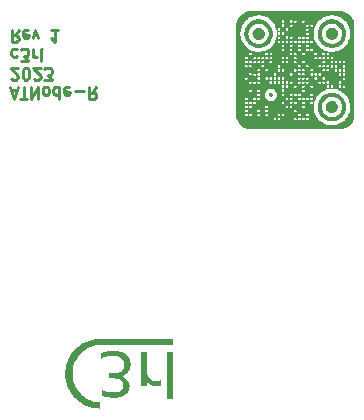
<source format=gbr>
%TF.GenerationSoftware,KiCad,Pcbnew,6.0.11+dfsg-1*%
%TF.CreationDate,2023-11-18T19:10:20+05:30*%
%TF.ProjectId,c3rl-at-r-beta-2,6333726c-2d61-4742-9d72-2d626574612d,rev?*%
%TF.SameCoordinates,Original*%
%TF.FileFunction,Legend,Bot*%
%TF.FilePolarity,Positive*%
%FSLAX46Y46*%
G04 Gerber Fmt 4.6, Leading zero omitted, Abs format (unit mm)*
G04 Created by KiCad (PCBNEW 6.0.11+dfsg-1) date 2023-11-18 19:10:20*
%MOMM*%
%LPD*%
G01*
G04 APERTURE LIST*
%ADD10C,0.250000*%
G04 APERTURE END LIST*
D10*
X74852976Y-94998333D02*
X75329166Y-94998333D01*
X74757738Y-94712619D02*
X75091071Y-95712619D01*
X75424404Y-94712619D01*
X75614880Y-95712619D02*
X76186309Y-95712619D01*
X75900595Y-94712619D02*
X75900595Y-95712619D01*
X76519642Y-94712619D02*
X76519642Y-95712619D01*
X77091071Y-94712619D01*
X77091071Y-95712619D01*
X77710119Y-94712619D02*
X77614880Y-94760238D01*
X77567261Y-94807857D01*
X77519642Y-94903095D01*
X77519642Y-95188809D01*
X77567261Y-95284047D01*
X77614880Y-95331666D01*
X77710119Y-95379285D01*
X77852976Y-95379285D01*
X77948214Y-95331666D01*
X77995833Y-95284047D01*
X78043452Y-95188809D01*
X78043452Y-94903095D01*
X77995833Y-94807857D01*
X77948214Y-94760238D01*
X77852976Y-94712619D01*
X77710119Y-94712619D01*
X78900595Y-94712619D02*
X78900595Y-95712619D01*
X78900595Y-94760238D02*
X78805357Y-94712619D01*
X78614880Y-94712619D01*
X78519642Y-94760238D01*
X78472023Y-94807857D01*
X78424404Y-94903095D01*
X78424404Y-95188809D01*
X78472023Y-95284047D01*
X78519642Y-95331666D01*
X78614880Y-95379285D01*
X78805357Y-95379285D01*
X78900595Y-95331666D01*
X79757738Y-94760238D02*
X79662500Y-94712619D01*
X79472023Y-94712619D01*
X79376785Y-94760238D01*
X79329166Y-94855476D01*
X79329166Y-95236428D01*
X79376785Y-95331666D01*
X79472023Y-95379285D01*
X79662500Y-95379285D01*
X79757738Y-95331666D01*
X79805357Y-95236428D01*
X79805357Y-95141190D01*
X79329166Y-95045952D01*
X80233928Y-95093571D02*
X80995833Y-95093571D01*
X82043452Y-94712619D02*
X81710119Y-95188809D01*
X81472023Y-94712619D02*
X81472023Y-95712619D01*
X81852976Y-95712619D01*
X81948214Y-95665000D01*
X81995833Y-95617380D01*
X82043452Y-95522142D01*
X82043452Y-95379285D01*
X81995833Y-95284047D01*
X81948214Y-95236428D01*
X81852976Y-95188809D01*
X81472023Y-95188809D01*
X74852976Y-94007380D02*
X74900595Y-94055000D01*
X74995833Y-94102619D01*
X75233928Y-94102619D01*
X75329166Y-94055000D01*
X75376785Y-94007380D01*
X75424404Y-93912142D01*
X75424404Y-93816904D01*
X75376785Y-93674047D01*
X74805357Y-93102619D01*
X75424404Y-93102619D01*
X76043452Y-94102619D02*
X76138690Y-94102619D01*
X76233928Y-94055000D01*
X76281547Y-94007380D01*
X76329166Y-93912142D01*
X76376785Y-93721666D01*
X76376785Y-93483571D01*
X76329166Y-93293095D01*
X76281547Y-93197857D01*
X76233928Y-93150238D01*
X76138690Y-93102619D01*
X76043452Y-93102619D01*
X75948214Y-93150238D01*
X75900595Y-93197857D01*
X75852976Y-93293095D01*
X75805357Y-93483571D01*
X75805357Y-93721666D01*
X75852976Y-93912142D01*
X75900595Y-94007380D01*
X75948214Y-94055000D01*
X76043452Y-94102619D01*
X76757738Y-94007380D02*
X76805357Y-94055000D01*
X76900595Y-94102619D01*
X77138690Y-94102619D01*
X77233928Y-94055000D01*
X77281547Y-94007380D01*
X77329166Y-93912142D01*
X77329166Y-93816904D01*
X77281547Y-93674047D01*
X76710119Y-93102619D01*
X77329166Y-93102619D01*
X77662500Y-94102619D02*
X78281547Y-94102619D01*
X77948214Y-93721666D01*
X78091071Y-93721666D01*
X78186309Y-93674047D01*
X78233928Y-93626428D01*
X78281547Y-93531190D01*
X78281547Y-93293095D01*
X78233928Y-93197857D01*
X78186309Y-93150238D01*
X78091071Y-93102619D01*
X77805357Y-93102619D01*
X77710119Y-93150238D01*
X77662500Y-93197857D01*
X75329166Y-91540238D02*
X75233928Y-91492619D01*
X75043452Y-91492619D01*
X74948214Y-91540238D01*
X74900595Y-91587857D01*
X74852976Y-91683095D01*
X74852976Y-91968809D01*
X74900595Y-92064047D01*
X74948214Y-92111666D01*
X75043452Y-92159285D01*
X75233928Y-92159285D01*
X75329166Y-92111666D01*
X75662500Y-92492619D02*
X76281547Y-92492619D01*
X75948214Y-92111666D01*
X76091071Y-92111666D01*
X76186309Y-92064047D01*
X76233928Y-92016428D01*
X76281547Y-91921190D01*
X76281547Y-91683095D01*
X76233928Y-91587857D01*
X76186309Y-91540238D01*
X76091071Y-91492619D01*
X75805357Y-91492619D01*
X75710119Y-91540238D01*
X75662500Y-91587857D01*
X76710119Y-91492619D02*
X76710119Y-92159285D01*
X76710119Y-91968809D02*
X76757738Y-92064047D01*
X76805357Y-92111666D01*
X76900595Y-92159285D01*
X76995833Y-92159285D01*
X77472023Y-91492619D02*
X77376785Y-91540238D01*
X77329166Y-91635476D01*
X77329166Y-92492619D01*
X75472023Y-89882619D02*
X75138690Y-90358809D01*
X74900595Y-89882619D02*
X74900595Y-90882619D01*
X75281547Y-90882619D01*
X75376785Y-90835000D01*
X75424404Y-90787380D01*
X75472023Y-90692142D01*
X75472023Y-90549285D01*
X75424404Y-90454047D01*
X75376785Y-90406428D01*
X75281547Y-90358809D01*
X74900595Y-90358809D01*
X76281547Y-89930238D02*
X76186309Y-89882619D01*
X75995833Y-89882619D01*
X75900595Y-89930238D01*
X75852976Y-90025476D01*
X75852976Y-90406428D01*
X75900595Y-90501666D01*
X75995833Y-90549285D01*
X76186309Y-90549285D01*
X76281547Y-90501666D01*
X76329166Y-90406428D01*
X76329166Y-90311190D01*
X75852976Y-90215952D01*
X76662500Y-90549285D02*
X76900595Y-89882619D01*
X77138690Y-90549285D01*
X78805357Y-89882619D02*
X78233928Y-89882619D01*
X78519642Y-89882619D02*
X78519642Y-90882619D01*
X78424404Y-90739761D01*
X78329166Y-90644523D01*
X78233928Y-90596904D01*
%TO.C,G\u002A\u002A\u002A*%
G36*
X102120883Y-89699267D02*
G01*
X102142615Y-89704940D01*
X102230784Y-89739941D01*
X102310358Y-89790750D01*
X102379525Y-89855066D01*
X102436474Y-89930587D01*
X102479394Y-90015010D01*
X102506474Y-90106035D01*
X102515904Y-90201358D01*
X102515353Y-90224181D01*
X102501621Y-90317854D01*
X102470832Y-90407084D01*
X102424845Y-90489477D01*
X102365521Y-90562641D01*
X102294720Y-90624182D01*
X102214303Y-90671708D01*
X102126128Y-90702824D01*
X102098169Y-90708788D01*
X102000635Y-90717521D01*
X101905001Y-90708301D01*
X101813628Y-90682220D01*
X101728877Y-90640368D01*
X101653109Y-90583836D01*
X101588686Y-90513716D01*
X101537970Y-90431098D01*
X101505058Y-90350028D01*
X101484063Y-90255524D01*
X101482583Y-90161629D01*
X101500617Y-90067231D01*
X101538167Y-89971219D01*
X101547942Y-89952168D01*
X101602055Y-89871629D01*
X101669222Y-89804116D01*
X101747158Y-89750695D01*
X101833577Y-89712433D01*
X101926195Y-89690397D01*
X102022725Y-89685653D01*
X102120883Y-89699267D01*
G37*
G36*
X95913745Y-89699267D02*
G01*
X95935477Y-89704940D01*
X96023647Y-89739941D01*
X96103220Y-89790750D01*
X96172387Y-89855066D01*
X96229336Y-89930587D01*
X96272257Y-90015010D01*
X96299337Y-90106035D01*
X96308766Y-90201358D01*
X96308216Y-90224181D01*
X96294484Y-90317854D01*
X96263694Y-90407084D01*
X96217708Y-90489477D01*
X96158384Y-90562641D01*
X96087583Y-90624182D01*
X96007165Y-90671708D01*
X95918991Y-90702824D01*
X95891031Y-90708788D01*
X95793498Y-90717521D01*
X95697864Y-90708301D01*
X95606491Y-90682220D01*
X95521739Y-90640368D01*
X95445972Y-90583836D01*
X95381549Y-90513716D01*
X95330833Y-90431098D01*
X95297921Y-90350028D01*
X95276926Y-90255524D01*
X95275446Y-90161629D01*
X95293480Y-90067231D01*
X95331030Y-89971219D01*
X95340805Y-89952168D01*
X95394917Y-89871629D01*
X95462084Y-89804116D01*
X95540020Y-89750695D01*
X95626440Y-89712433D01*
X95719058Y-89690397D01*
X95815588Y-89685653D01*
X95913745Y-89699267D01*
G37*
G36*
X103890294Y-92270047D02*
G01*
X103890306Y-92371696D01*
X103890323Y-92614798D01*
X103890327Y-92665676D01*
X103890337Y-92959639D01*
X103890338Y-92978202D01*
X103890341Y-93304480D01*
X103890341Y-93464923D01*
X103890338Y-93649321D01*
X103890336Y-93787238D01*
X103890328Y-93994162D01*
X103890325Y-94090696D01*
X103890307Y-94339003D01*
X103890304Y-94375879D01*
X103890271Y-94643368D01*
X103890263Y-94683844D01*
X103890222Y-94893743D01*
X103890156Y-95127585D01*
X103890069Y-95345476D01*
X103889960Y-95547997D01*
X103889824Y-95735727D01*
X103889660Y-95909250D01*
X103889465Y-96069144D01*
X103889237Y-96215992D01*
X103888972Y-96350374D01*
X103888667Y-96472872D01*
X103888662Y-96474337D01*
X103888321Y-96584066D01*
X103887930Y-96684537D01*
X103887492Y-96774866D01*
X103887005Y-96855635D01*
X103886465Y-96927423D01*
X103885869Y-96990813D01*
X103885216Y-97046385D01*
X103884502Y-97094721D01*
X103883725Y-97136400D01*
X103882882Y-97172004D01*
X103881970Y-97202115D01*
X103880987Y-97227312D01*
X103879931Y-97248178D01*
X103878797Y-97265292D01*
X103877584Y-97279237D01*
X103876290Y-97290592D01*
X103874910Y-97299940D01*
X103873444Y-97307860D01*
X103871887Y-97314934D01*
X103840236Y-97432041D01*
X103798869Y-97545599D01*
X103747213Y-97652626D01*
X103682501Y-97759623D01*
X103671614Y-97775770D01*
X103581214Y-97890401D01*
X103476062Y-97993986D01*
X103358374Y-98085161D01*
X103230364Y-98162566D01*
X103094248Y-98224836D01*
X102952240Y-98270609D01*
X102806555Y-98298522D01*
X102806110Y-98298557D01*
X102791725Y-98298816D01*
X102758392Y-98299065D01*
X102706779Y-98299302D01*
X102637555Y-98299528D01*
X102551387Y-98299741D01*
X102448946Y-98299942D01*
X102330900Y-98300129D01*
X102197917Y-98300304D01*
X102050666Y-98300464D01*
X101889817Y-98300610D01*
X101716037Y-98300742D01*
X101529995Y-98300858D01*
X101332360Y-98300959D01*
X101123801Y-98301044D01*
X100904986Y-98301112D01*
X100676585Y-98301164D01*
X100439265Y-98301198D01*
X100193697Y-98301215D01*
X99940547Y-98301213D01*
X99680485Y-98301193D01*
X99414180Y-98301154D01*
X99142301Y-98301096D01*
X98865516Y-98301018D01*
X98795636Y-98300996D01*
X98468343Y-98300887D01*
X98160058Y-98300776D01*
X97870203Y-98300658D01*
X97598202Y-98300532D01*
X97343476Y-98300395D01*
X97105448Y-98300244D01*
X96883539Y-98300077D01*
X96677173Y-98299890D01*
X96485772Y-98299682D01*
X96308757Y-98299450D01*
X96145552Y-98299191D01*
X95995578Y-98298902D01*
X95858257Y-98298581D01*
X95733013Y-98298226D01*
X95619268Y-98297832D01*
X95516443Y-98297399D01*
X95423961Y-98296923D01*
X95341245Y-98296401D01*
X95267716Y-98295832D01*
X95202797Y-98295212D01*
X95145910Y-98294538D01*
X95096478Y-98293809D01*
X95053923Y-98293021D01*
X95017667Y-98292172D01*
X94987132Y-98291259D01*
X94961741Y-98290280D01*
X94940917Y-98289232D01*
X94924081Y-98288112D01*
X94910655Y-98286917D01*
X94900063Y-98285646D01*
X94891725Y-98284295D01*
X94885066Y-98282861D01*
X94840330Y-98271196D01*
X94683815Y-98218605D01*
X94539422Y-98151001D01*
X94407735Y-98068973D01*
X94289340Y-97973112D01*
X94184822Y-97864009D01*
X94094767Y-97742253D01*
X94019760Y-97608434D01*
X93960387Y-97463143D01*
X93953545Y-97438382D01*
X97054920Y-97438382D01*
X97061316Y-97478791D01*
X97084659Y-97516943D01*
X97091248Y-97523799D01*
X97130803Y-97550921D01*
X97173329Y-97559656D01*
X97215708Y-97549918D01*
X97254826Y-97521622D01*
X97273947Y-97499270D01*
X97284795Y-97474982D01*
X97287458Y-97442661D01*
X97287457Y-97441873D01*
X97287177Y-97438382D01*
X97399761Y-97438382D01*
X97400438Y-97442661D01*
X97406157Y-97478791D01*
X97429499Y-97516943D01*
X97436089Y-97523799D01*
X97475644Y-97550921D01*
X97518170Y-97559656D01*
X97560549Y-97549918D01*
X97599666Y-97521622D01*
X97618788Y-97499270D01*
X97629636Y-97474982D01*
X97632299Y-97442661D01*
X97632298Y-97441873D01*
X97632018Y-97438382D01*
X98779125Y-97438382D01*
X98779802Y-97442661D01*
X98785521Y-97478791D01*
X98808863Y-97516943D01*
X98815453Y-97523799D01*
X98855008Y-97550921D01*
X98897533Y-97559656D01*
X98939913Y-97549918D01*
X98979030Y-97521622D01*
X98998152Y-97499270D01*
X99009000Y-97474982D01*
X99011663Y-97442661D01*
X99011662Y-97441873D01*
X99011382Y-97438382D01*
X99123966Y-97438382D01*
X99124643Y-97442661D01*
X99130362Y-97478791D01*
X99153704Y-97516943D01*
X99160294Y-97523799D01*
X99199849Y-97550921D01*
X99242374Y-97559656D01*
X99284754Y-97549918D01*
X99323871Y-97521622D01*
X99342993Y-97499270D01*
X99353841Y-97474982D01*
X99356504Y-97442661D01*
X99356503Y-97441873D01*
X99356223Y-97438382D01*
X99468807Y-97438382D01*
X99469484Y-97442661D01*
X99475203Y-97478791D01*
X99498545Y-97516943D01*
X99505135Y-97523799D01*
X99544690Y-97550921D01*
X99587215Y-97559656D01*
X99629595Y-97549918D01*
X99668712Y-97521622D01*
X99687834Y-97499270D01*
X99698682Y-97474982D01*
X99701345Y-97442661D01*
X99701344Y-97441873D01*
X99701064Y-97438382D01*
X99813648Y-97438382D01*
X99814325Y-97442661D01*
X99820044Y-97478791D01*
X99843386Y-97516943D01*
X99849976Y-97523799D01*
X99889531Y-97550921D01*
X99932056Y-97559656D01*
X99974436Y-97549918D01*
X100013553Y-97521622D01*
X100032675Y-97499270D01*
X100043523Y-97474982D01*
X100046186Y-97442661D01*
X100046185Y-97441873D01*
X100043706Y-97411005D01*
X100033625Y-97387920D01*
X100011764Y-97362946D01*
X99990622Y-97344019D01*
X99966295Y-97331513D01*
X99936270Y-97327958D01*
X99920941Y-97328597D01*
X99877845Y-97340821D01*
X99844378Y-97365674D01*
X99822369Y-97399435D01*
X99813648Y-97438382D01*
X99701064Y-97438382D01*
X99698865Y-97411005D01*
X99688784Y-97387920D01*
X99666923Y-97362946D01*
X99645781Y-97344019D01*
X99621454Y-97331513D01*
X99591429Y-97327958D01*
X99576100Y-97328597D01*
X99533004Y-97340821D01*
X99499537Y-97365674D01*
X99477528Y-97399435D01*
X99468807Y-97438382D01*
X99356223Y-97438382D01*
X99354024Y-97411005D01*
X99343943Y-97387920D01*
X99322082Y-97362946D01*
X99300940Y-97344019D01*
X99276613Y-97331513D01*
X99246588Y-97327958D01*
X99231259Y-97328597D01*
X99188163Y-97340821D01*
X99154696Y-97365674D01*
X99132687Y-97399435D01*
X99123966Y-97438382D01*
X99011382Y-97438382D01*
X99009183Y-97411005D01*
X98999102Y-97387920D01*
X98977241Y-97362946D01*
X98956099Y-97344019D01*
X98931772Y-97331513D01*
X98901747Y-97327958D01*
X98886418Y-97328597D01*
X98843322Y-97340821D01*
X98809855Y-97365674D01*
X98787846Y-97399435D01*
X98779125Y-97438382D01*
X97632018Y-97438382D01*
X97629819Y-97411005D01*
X97619738Y-97387920D01*
X97597878Y-97362946D01*
X97576735Y-97344019D01*
X97552409Y-97331513D01*
X97522383Y-97327958D01*
X97507054Y-97328597D01*
X97463958Y-97340821D01*
X97430491Y-97365674D01*
X97408482Y-97399435D01*
X97399761Y-97438382D01*
X97287177Y-97438382D01*
X97284978Y-97411005D01*
X97274897Y-97387920D01*
X97253037Y-97362946D01*
X97231894Y-97344019D01*
X97207568Y-97331513D01*
X97177542Y-97327958D01*
X97162213Y-97328597D01*
X97119117Y-97340821D01*
X97085650Y-97365674D01*
X97063641Y-97399435D01*
X97054920Y-97438382D01*
X93953545Y-97438382D01*
X93917231Y-97306970D01*
X93916264Y-97302216D01*
X93914847Y-97293907D01*
X93913513Y-97283875D01*
X93912261Y-97271541D01*
X93911086Y-97256326D01*
X93909988Y-97237648D01*
X93908963Y-97214928D01*
X93908009Y-97187585D01*
X93907124Y-97155040D01*
X93906304Y-97116712D01*
X93905912Y-97093541D01*
X94641033Y-97093541D01*
X94647429Y-97133950D01*
X94670772Y-97172102D01*
X94691868Y-97190947D01*
X94731249Y-97209345D01*
X94772155Y-97212274D01*
X94810714Y-97201157D01*
X94843052Y-97177414D01*
X94865296Y-97142465D01*
X94873571Y-97097730D01*
X94873571Y-97097064D01*
X94873289Y-97093541D01*
X94985874Y-97093541D01*
X94986537Y-97097730D01*
X94992270Y-97133950D01*
X95015613Y-97172102D01*
X95036709Y-97190947D01*
X95076090Y-97209345D01*
X95116996Y-97212274D01*
X95155555Y-97201157D01*
X95187893Y-97177414D01*
X95210137Y-97142465D01*
X95218412Y-97097730D01*
X95218412Y-97097064D01*
X95218130Y-97093541D01*
X95675556Y-97093541D01*
X95676219Y-97097730D01*
X95681952Y-97133950D01*
X95705295Y-97172102D01*
X95726391Y-97190947D01*
X95765772Y-97209345D01*
X95806678Y-97212274D01*
X95845237Y-97201157D01*
X95877575Y-97177414D01*
X95899819Y-97142465D01*
X95908094Y-97097730D01*
X95908093Y-97097064D01*
X95907811Y-97093541D01*
X96365238Y-97093541D01*
X96365901Y-97097730D01*
X96371634Y-97133950D01*
X96394977Y-97172102D01*
X96416073Y-97190947D01*
X96455454Y-97209345D01*
X96496360Y-97212274D01*
X96534919Y-97201157D01*
X96567257Y-97177414D01*
X96589501Y-97142465D01*
X96597776Y-97097730D01*
X96597775Y-97097064D01*
X96597493Y-97093541D01*
X97399761Y-97093541D01*
X97400424Y-97097730D01*
X97406157Y-97133950D01*
X97429499Y-97172102D01*
X97450596Y-97190947D01*
X97489976Y-97209345D01*
X97530883Y-97212274D01*
X97569442Y-97201157D01*
X97601780Y-97177414D01*
X97624024Y-97142465D01*
X97632299Y-97097730D01*
X97632298Y-97097064D01*
X97632016Y-97093541D01*
X97744602Y-97093541D01*
X97745265Y-97097730D01*
X97750998Y-97133950D01*
X97774340Y-97172102D01*
X97795437Y-97190947D01*
X97834817Y-97209345D01*
X97875724Y-97212274D01*
X97914283Y-97201157D01*
X97946621Y-97177414D01*
X97968864Y-97142465D01*
X97977140Y-97097730D01*
X97977139Y-97097064D01*
X97976857Y-97093541D01*
X99123966Y-97093541D01*
X99124629Y-97097730D01*
X99130362Y-97133950D01*
X99153704Y-97172102D01*
X99174801Y-97190947D01*
X99214181Y-97209345D01*
X99255088Y-97212274D01*
X99293647Y-97201157D01*
X99325985Y-97177414D01*
X99348228Y-97142465D01*
X99356504Y-97097730D01*
X99356503Y-97097064D01*
X99356221Y-97093541D01*
X99813648Y-97093541D01*
X99814311Y-97097730D01*
X99820044Y-97133950D01*
X99843386Y-97172102D01*
X99864483Y-97190947D01*
X99903863Y-97209345D01*
X99944770Y-97212274D01*
X99983329Y-97201157D01*
X100015667Y-97177414D01*
X100037910Y-97142465D01*
X100046186Y-97097730D01*
X100046185Y-97097064D01*
X100043713Y-97066192D01*
X100033632Y-97043093D01*
X100011764Y-97018105D01*
X99990622Y-96999178D01*
X99966295Y-96986672D01*
X99936270Y-96983117D01*
X99920941Y-96983756D01*
X99877845Y-96995980D01*
X99844378Y-97020833D01*
X99822369Y-97054594D01*
X99813648Y-97093541D01*
X99356221Y-97093541D01*
X99354031Y-97066192D01*
X99343950Y-97043093D01*
X99322082Y-97018105D01*
X99300940Y-96999178D01*
X99276613Y-96986672D01*
X99246588Y-96983117D01*
X99231259Y-96983756D01*
X99188163Y-96995980D01*
X99154696Y-97020833D01*
X99132687Y-97054594D01*
X99123966Y-97093541D01*
X97976857Y-97093541D01*
X97974668Y-97066192D01*
X97964586Y-97043093D01*
X97942718Y-97018105D01*
X97921576Y-96999178D01*
X97897249Y-96986672D01*
X97867224Y-96983117D01*
X97851895Y-96983756D01*
X97808799Y-96995980D01*
X97775332Y-97020833D01*
X97753323Y-97054594D01*
X97744602Y-97093541D01*
X97632016Y-97093541D01*
X97629827Y-97066192D01*
X97619745Y-97043093D01*
X97597878Y-97018105D01*
X97576735Y-96999178D01*
X97552409Y-96986672D01*
X97522383Y-96983117D01*
X97507054Y-96983756D01*
X97463958Y-96995980D01*
X97430491Y-97020833D01*
X97408482Y-97054594D01*
X97399761Y-97093541D01*
X96597493Y-97093541D01*
X96595304Y-97066192D01*
X96585222Y-97043093D01*
X96563355Y-97018105D01*
X96542212Y-96999178D01*
X96517886Y-96986672D01*
X96487860Y-96983117D01*
X96472531Y-96983756D01*
X96429435Y-96995980D01*
X96395968Y-97020833D01*
X96373959Y-97054594D01*
X96365238Y-97093541D01*
X95907811Y-97093541D01*
X95905622Y-97066192D01*
X95895541Y-97043093D01*
X95873673Y-97018105D01*
X95852530Y-96999178D01*
X95828204Y-96986672D01*
X95798178Y-96983117D01*
X95782849Y-96983756D01*
X95739753Y-96995980D01*
X95706286Y-97020833D01*
X95684277Y-97054594D01*
X95675556Y-97093541D01*
X95218130Y-97093541D01*
X95215940Y-97066192D01*
X95205859Y-97043093D01*
X95183991Y-97018105D01*
X95162848Y-96999178D01*
X95138522Y-96986672D01*
X95108497Y-96983117D01*
X95093167Y-96983756D01*
X95050071Y-96995980D01*
X95016604Y-97020833D01*
X94994595Y-97054594D01*
X94985874Y-97093541D01*
X94873289Y-97093541D01*
X94871099Y-97066192D01*
X94861018Y-97043093D01*
X94839150Y-97018105D01*
X94818007Y-96999178D01*
X94793681Y-96986672D01*
X94763656Y-96983117D01*
X94748326Y-96983756D01*
X94705230Y-96995980D01*
X94671763Y-97020833D01*
X94649754Y-97054594D01*
X94641033Y-97093541D01*
X93905912Y-97093541D01*
X93905547Y-97072022D01*
X93904852Y-97020389D01*
X93904214Y-96961233D01*
X93903632Y-96893973D01*
X93903104Y-96818031D01*
X93902715Y-96748700D01*
X94641033Y-96748700D01*
X94647429Y-96789110D01*
X94670772Y-96827261D01*
X94691868Y-96846107D01*
X94731249Y-96864504D01*
X94772155Y-96867433D01*
X94810714Y-96856316D01*
X94843052Y-96832573D01*
X94865296Y-96797624D01*
X94873571Y-96752889D01*
X94873571Y-96752223D01*
X94873289Y-96748700D01*
X95675556Y-96748700D01*
X95676219Y-96752889D01*
X95681952Y-96789110D01*
X95705295Y-96827261D01*
X95726391Y-96846107D01*
X95765772Y-96864504D01*
X95806678Y-96867433D01*
X95845237Y-96856316D01*
X95877575Y-96832573D01*
X95899819Y-96797624D01*
X95908094Y-96752889D01*
X95908093Y-96752223D01*
X95907811Y-96748700D01*
X96365238Y-96748700D01*
X96365901Y-96752889D01*
X96371634Y-96789110D01*
X96394977Y-96827261D01*
X96416073Y-96846107D01*
X96455454Y-96864504D01*
X96496360Y-96867433D01*
X96534919Y-96856316D01*
X96567257Y-96832573D01*
X96589501Y-96797624D01*
X96597776Y-96752889D01*
X96597775Y-96752223D01*
X96597493Y-96748700D01*
X98779125Y-96748700D01*
X98779788Y-96752889D01*
X98785521Y-96789110D01*
X98808863Y-96827261D01*
X98829960Y-96846107D01*
X98869340Y-96864504D01*
X98910247Y-96867433D01*
X98948806Y-96856316D01*
X98981144Y-96832573D01*
X99003387Y-96797624D01*
X99011663Y-96752889D01*
X99011662Y-96752223D01*
X99009190Y-96721351D01*
X98999109Y-96698252D01*
X98977241Y-96673264D01*
X98956099Y-96654337D01*
X98931772Y-96641831D01*
X98901747Y-96638276D01*
X98886418Y-96638915D01*
X98843322Y-96651139D01*
X98809855Y-96675992D01*
X98787846Y-96709753D01*
X98779125Y-96748700D01*
X96597493Y-96748700D01*
X96595304Y-96721351D01*
X96585222Y-96698252D01*
X96563355Y-96673264D01*
X96542212Y-96654337D01*
X96517886Y-96641831D01*
X96487860Y-96638276D01*
X96472531Y-96638915D01*
X96429435Y-96651139D01*
X96395968Y-96675992D01*
X96373959Y-96709753D01*
X96365238Y-96748700D01*
X95907811Y-96748700D01*
X95905622Y-96721351D01*
X95895541Y-96698252D01*
X95873673Y-96673264D01*
X95852530Y-96654337D01*
X95828204Y-96641831D01*
X95798178Y-96638276D01*
X95782849Y-96638915D01*
X95739753Y-96651139D01*
X95706286Y-96675992D01*
X95684277Y-96709753D01*
X95675556Y-96748700D01*
X94873289Y-96748700D01*
X94871099Y-96721351D01*
X94861018Y-96698252D01*
X94839150Y-96673264D01*
X94818007Y-96654337D01*
X94793681Y-96641831D01*
X94763656Y-96638276D01*
X94748326Y-96638915D01*
X94705230Y-96651139D01*
X94671763Y-96675992D01*
X94649754Y-96709753D01*
X94641033Y-96748700D01*
X93902715Y-96748700D01*
X93902626Y-96732825D01*
X93902196Y-96637776D01*
X93901812Y-96532304D01*
X93901471Y-96415828D01*
X93901443Y-96403859D01*
X94641033Y-96403859D01*
X94647429Y-96444269D01*
X94670772Y-96482420D01*
X94691868Y-96501266D01*
X94731249Y-96519663D01*
X94772155Y-96522592D01*
X94810714Y-96511475D01*
X94843052Y-96487732D01*
X94865296Y-96452783D01*
X94873571Y-96408048D01*
X94873571Y-96407382D01*
X94873289Y-96403859D01*
X94985874Y-96403859D01*
X94986537Y-96408048D01*
X94992270Y-96444269D01*
X95015613Y-96482420D01*
X95036709Y-96501266D01*
X95076090Y-96519663D01*
X95116996Y-96522592D01*
X95155555Y-96511475D01*
X95187893Y-96487732D01*
X95210137Y-96452783D01*
X95218412Y-96408048D01*
X95218412Y-96407382D01*
X95218130Y-96403859D01*
X96365238Y-96403859D01*
X96365901Y-96408048D01*
X96371634Y-96444269D01*
X96394977Y-96482420D01*
X96416073Y-96501266D01*
X96455454Y-96519663D01*
X96496360Y-96522592D01*
X96534919Y-96511475D01*
X96567257Y-96487732D01*
X96589501Y-96452783D01*
X96597776Y-96408048D01*
X96597775Y-96407382D01*
X96597493Y-96403859D01*
X98089443Y-96403859D01*
X98090106Y-96408048D01*
X98095839Y-96444269D01*
X98119181Y-96482420D01*
X98140278Y-96501266D01*
X98179658Y-96519663D01*
X98220565Y-96522592D01*
X98259124Y-96511475D01*
X98291462Y-96487732D01*
X98313705Y-96452783D01*
X98321981Y-96408048D01*
X98321980Y-96407382D01*
X98321698Y-96403859D01*
X98434284Y-96403859D01*
X98434947Y-96408048D01*
X98440680Y-96444269D01*
X98464022Y-96482420D01*
X98485119Y-96501266D01*
X98524499Y-96519663D01*
X98565406Y-96522592D01*
X98603965Y-96511475D01*
X98636303Y-96487732D01*
X98658546Y-96452783D01*
X98666822Y-96408048D01*
X98666821Y-96407382D01*
X98666539Y-96403859D01*
X99468807Y-96403859D01*
X99469470Y-96408048D01*
X99475203Y-96444269D01*
X99498545Y-96482420D01*
X99519642Y-96501266D01*
X99559022Y-96519663D01*
X99599929Y-96522592D01*
X99638488Y-96511475D01*
X99670826Y-96487732D01*
X99693069Y-96452783D01*
X99701345Y-96408048D01*
X99701344Y-96407382D01*
X99698872Y-96376510D01*
X99688791Y-96353411D01*
X99684274Y-96348249D01*
X100451605Y-96348249D01*
X100452469Y-96408048D01*
X100454004Y-96514243D01*
X100474144Y-96678888D01*
X100491404Y-96752889D01*
X100511892Y-96840734D01*
X100567117Y-96998332D01*
X100614606Y-97097730D01*
X100639689Y-97150232D01*
X100729476Y-97294985D01*
X100836347Y-97431143D01*
X100847056Y-97442661D01*
X100892933Y-97492005D01*
X101016188Y-97604305D01*
X101151140Y-97703181D01*
X101295504Y-97787376D01*
X101446990Y-97855635D01*
X101603311Y-97906703D01*
X101762180Y-97939322D01*
X101802367Y-97944622D01*
X101979420Y-97956155D01*
X102154488Y-97948286D01*
X102326722Y-97921090D01*
X102495276Y-97874641D01*
X102549687Y-97855155D01*
X102706020Y-97785515D01*
X102852792Y-97699460D01*
X102988794Y-97598197D01*
X103112818Y-97482934D01*
X103223653Y-97354880D01*
X103320090Y-97215243D01*
X103400920Y-97065231D01*
X103464932Y-96906051D01*
X103493364Y-96812389D01*
X103528969Y-96643881D01*
X103545603Y-96474337D01*
X103543562Y-96305204D01*
X103523138Y-96137928D01*
X103484624Y-95973957D01*
X103428314Y-95814736D01*
X103354500Y-95661714D01*
X103263477Y-95516336D01*
X103155538Y-95380049D01*
X103100309Y-95320600D01*
X102979761Y-95209519D01*
X102849377Y-95113869D01*
X102706052Y-95031239D01*
X102610711Y-94986536D01*
X102448381Y-94927253D01*
X102282445Y-94886635D01*
X102114351Y-94864601D01*
X101945543Y-94861071D01*
X101777471Y-94875966D01*
X101611580Y-94909204D01*
X101449318Y-94960704D01*
X101295975Y-95028684D01*
X101292131Y-95030388D01*
X101141466Y-95118174D01*
X101100789Y-95146082D01*
X100977602Y-95244456D01*
X100862558Y-95357193D01*
X100848879Y-95373525D01*
X100759313Y-95480463D01*
X100671526Y-95610435D01*
X100622028Y-95699754D01*
X100613740Y-95718366D01*
X100552157Y-95856657D01*
X100500550Y-96018006D01*
X100491344Y-96063207D01*
X100467076Y-96182353D01*
X100451605Y-96348249D01*
X99684274Y-96348249D01*
X99666923Y-96328423D01*
X99645781Y-96309496D01*
X99621454Y-96296990D01*
X99591429Y-96293435D01*
X99576100Y-96294074D01*
X99533004Y-96306298D01*
X99499537Y-96331152D01*
X99477528Y-96364912D01*
X99468807Y-96403859D01*
X98666539Y-96403859D01*
X98664349Y-96376510D01*
X98654268Y-96353411D01*
X98632400Y-96328423D01*
X98611258Y-96309496D01*
X98586931Y-96296990D01*
X98556906Y-96293435D01*
X98541577Y-96294074D01*
X98498481Y-96306298D01*
X98465014Y-96331152D01*
X98443005Y-96364912D01*
X98434284Y-96403859D01*
X98321698Y-96403859D01*
X98319509Y-96376510D01*
X98309427Y-96353411D01*
X98287559Y-96328423D01*
X98266417Y-96309496D01*
X98242090Y-96296990D01*
X98212065Y-96293435D01*
X98196736Y-96294074D01*
X98153640Y-96306298D01*
X98120173Y-96331152D01*
X98098164Y-96364912D01*
X98089443Y-96403859D01*
X96597493Y-96403859D01*
X96595304Y-96376510D01*
X96585222Y-96353411D01*
X96563355Y-96328423D01*
X96542212Y-96309496D01*
X96517886Y-96296990D01*
X96487860Y-96293435D01*
X96472531Y-96294074D01*
X96429435Y-96306298D01*
X96395968Y-96331152D01*
X96373959Y-96364912D01*
X96365238Y-96403859D01*
X95218130Y-96403859D01*
X95215940Y-96376510D01*
X95205859Y-96353411D01*
X95183991Y-96328423D01*
X95162848Y-96309496D01*
X95138522Y-96296990D01*
X95108497Y-96293435D01*
X95093167Y-96294074D01*
X95050071Y-96306298D01*
X95016604Y-96331152D01*
X94994595Y-96364912D01*
X94985874Y-96403859D01*
X94873289Y-96403859D01*
X94871099Y-96376510D01*
X94861018Y-96353411D01*
X94839150Y-96328423D01*
X94818007Y-96309496D01*
X94793681Y-96296990D01*
X94763656Y-96293435D01*
X94748326Y-96294074D01*
X94705230Y-96306298D01*
X94671763Y-96331152D01*
X94649754Y-96364912D01*
X94641033Y-96403859D01*
X93901443Y-96403859D01*
X93901170Y-96287768D01*
X93900908Y-96147545D01*
X93900777Y-96059018D01*
X94641033Y-96059018D01*
X94647429Y-96099428D01*
X94670772Y-96137579D01*
X94691868Y-96156425D01*
X94731249Y-96174822D01*
X94772155Y-96177751D01*
X94810714Y-96166634D01*
X94843052Y-96142891D01*
X94865296Y-96107942D01*
X94873571Y-96063207D01*
X94873571Y-96062541D01*
X94873289Y-96059018D01*
X94985874Y-96059018D01*
X94986537Y-96063207D01*
X94992270Y-96099428D01*
X95015613Y-96137579D01*
X95036709Y-96156425D01*
X95076090Y-96174822D01*
X95116996Y-96177751D01*
X95155555Y-96166634D01*
X95187893Y-96142891D01*
X95210137Y-96107942D01*
X95218412Y-96063207D01*
X95218412Y-96062541D01*
X95218130Y-96059018D01*
X95330715Y-96059018D01*
X95331378Y-96063207D01*
X95337111Y-96099428D01*
X95360454Y-96137579D01*
X95381550Y-96156425D01*
X95420931Y-96174822D01*
X95461837Y-96177751D01*
X95500396Y-96166634D01*
X95532734Y-96142891D01*
X95554978Y-96107942D01*
X95563253Y-96063207D01*
X95563253Y-96062541D01*
X95562971Y-96059018D01*
X97744602Y-96059018D01*
X97745265Y-96063207D01*
X97750998Y-96099428D01*
X97774340Y-96137579D01*
X97795437Y-96156425D01*
X97834817Y-96174822D01*
X97875724Y-96177751D01*
X97914283Y-96166634D01*
X97946621Y-96142891D01*
X97968864Y-96107942D01*
X97977140Y-96063207D01*
X97977139Y-96062541D01*
X97976857Y-96059018D01*
X98434284Y-96059018D01*
X98434947Y-96063207D01*
X98440680Y-96099428D01*
X98464022Y-96137579D01*
X98485119Y-96156425D01*
X98524499Y-96174822D01*
X98565406Y-96177751D01*
X98603965Y-96166634D01*
X98636303Y-96142891D01*
X98658546Y-96107942D01*
X98666822Y-96063207D01*
X98666821Y-96062541D01*
X98666539Y-96059018D01*
X98779125Y-96059018D01*
X98779788Y-96063207D01*
X98785521Y-96099428D01*
X98808863Y-96137579D01*
X98829960Y-96156425D01*
X98869340Y-96174822D01*
X98910247Y-96177751D01*
X98948806Y-96166634D01*
X98981144Y-96142891D01*
X99003387Y-96107942D01*
X99011663Y-96063207D01*
X99011662Y-96062541D01*
X99011380Y-96059018D01*
X99468807Y-96059018D01*
X99469470Y-96063207D01*
X99475203Y-96099428D01*
X99498545Y-96137579D01*
X99519642Y-96156425D01*
X99559022Y-96174822D01*
X99599929Y-96177751D01*
X99638488Y-96166634D01*
X99670826Y-96142891D01*
X99693069Y-96107942D01*
X99701345Y-96063207D01*
X99701344Y-96062541D01*
X99701062Y-96059018D01*
X100158489Y-96059018D01*
X100159152Y-96063207D01*
X100164885Y-96099428D01*
X100188227Y-96137579D01*
X100209324Y-96156425D01*
X100248704Y-96174822D01*
X100289611Y-96177751D01*
X100328170Y-96166634D01*
X100360508Y-96142891D01*
X100382751Y-96107942D01*
X100391026Y-96063207D01*
X100391026Y-96062541D01*
X100388554Y-96031669D01*
X100378473Y-96008570D01*
X100356605Y-95983582D01*
X100335463Y-95964655D01*
X100311136Y-95952149D01*
X100281111Y-95948594D01*
X100265782Y-95949234D01*
X100222686Y-95961457D01*
X100189219Y-95986311D01*
X100167210Y-96020071D01*
X100158489Y-96059018D01*
X99701062Y-96059018D01*
X99698872Y-96031669D01*
X99688791Y-96008570D01*
X99666923Y-95983582D01*
X99645781Y-95964655D01*
X99621454Y-95952149D01*
X99591429Y-95948594D01*
X99576100Y-95949234D01*
X99533004Y-95961457D01*
X99499537Y-95986311D01*
X99477528Y-96020071D01*
X99468807Y-96059018D01*
X99011380Y-96059018D01*
X99009190Y-96031669D01*
X98999109Y-96008570D01*
X98977241Y-95983582D01*
X98956099Y-95964655D01*
X98931772Y-95952149D01*
X98901747Y-95948594D01*
X98886418Y-95949234D01*
X98843322Y-95961457D01*
X98809855Y-95986311D01*
X98787846Y-96020071D01*
X98779125Y-96059018D01*
X98666539Y-96059018D01*
X98664349Y-96031669D01*
X98654268Y-96008570D01*
X98632400Y-95983582D01*
X98611258Y-95964655D01*
X98586931Y-95952149D01*
X98556906Y-95948594D01*
X98541577Y-95949234D01*
X98498481Y-95961457D01*
X98465014Y-95986311D01*
X98443005Y-96020071D01*
X98434284Y-96059018D01*
X97976857Y-96059018D01*
X97974668Y-96031669D01*
X97964586Y-96008570D01*
X97942718Y-95983582D01*
X97921576Y-95964655D01*
X97897249Y-95952149D01*
X97867224Y-95948594D01*
X97851895Y-95949234D01*
X97808799Y-95961457D01*
X97775332Y-95986311D01*
X97753323Y-96020071D01*
X97744602Y-96059018D01*
X95562971Y-96059018D01*
X95560781Y-96031669D01*
X95550700Y-96008570D01*
X95528832Y-95983582D01*
X95507689Y-95964655D01*
X95483363Y-95952149D01*
X95453337Y-95948594D01*
X95438008Y-95949234D01*
X95394912Y-95961457D01*
X95361445Y-95986311D01*
X95339436Y-96020071D01*
X95330715Y-96059018D01*
X95218130Y-96059018D01*
X95215940Y-96031669D01*
X95205859Y-96008570D01*
X95183991Y-95983582D01*
X95162848Y-95964655D01*
X95138522Y-95952149D01*
X95108497Y-95948594D01*
X95093167Y-95949234D01*
X95050071Y-95961457D01*
X95016604Y-95986311D01*
X94994595Y-96020071D01*
X94985874Y-96059018D01*
X94873289Y-96059018D01*
X94871099Y-96031669D01*
X94861018Y-96008570D01*
X94839150Y-95983582D01*
X94818007Y-95964655D01*
X94793681Y-95952149D01*
X94763656Y-95948594D01*
X94748326Y-95949234D01*
X94705230Y-95961457D01*
X94671763Y-95986311D01*
X94649754Y-96020071D01*
X94641033Y-96059018D01*
X93900777Y-96059018D01*
X93900681Y-95994577D01*
X93900487Y-95828286D01*
X93900383Y-95714177D01*
X94641033Y-95714177D01*
X94647429Y-95754587D01*
X94670772Y-95792738D01*
X94691868Y-95811584D01*
X94731249Y-95829981D01*
X94772155Y-95832910D01*
X94810714Y-95821793D01*
X94843052Y-95798050D01*
X94865296Y-95763101D01*
X94873571Y-95718366D01*
X94873571Y-95717700D01*
X94873289Y-95714177D01*
X95330715Y-95714177D01*
X95331378Y-95718366D01*
X95337111Y-95754587D01*
X95360454Y-95792738D01*
X95381550Y-95811584D01*
X95420931Y-95829981D01*
X95461837Y-95832910D01*
X95500396Y-95821793D01*
X95532734Y-95798050D01*
X95554978Y-95763101D01*
X95563253Y-95718366D01*
X95563253Y-95717700D01*
X95562971Y-95714177D01*
X95675556Y-95714177D01*
X95676219Y-95718366D01*
X95681952Y-95754587D01*
X95705295Y-95792738D01*
X95726391Y-95811584D01*
X95765772Y-95829981D01*
X95806678Y-95832910D01*
X95845237Y-95821793D01*
X95877575Y-95798050D01*
X95899819Y-95763101D01*
X95908094Y-95718366D01*
X95908093Y-95717700D01*
X95905622Y-95686828D01*
X95895541Y-95663730D01*
X95873673Y-95638742D01*
X95852530Y-95619814D01*
X95828204Y-95607308D01*
X95798178Y-95603753D01*
X95782849Y-95604393D01*
X95739753Y-95616616D01*
X95706286Y-95641470D01*
X95684277Y-95675230D01*
X95675556Y-95714177D01*
X95562971Y-95714177D01*
X95560781Y-95686828D01*
X95550700Y-95663730D01*
X95528832Y-95638742D01*
X95507689Y-95619814D01*
X95483363Y-95607308D01*
X95453337Y-95603753D01*
X95438008Y-95604393D01*
X95394912Y-95616616D01*
X95361445Y-95641470D01*
X95339436Y-95675230D01*
X95330715Y-95714177D01*
X94873289Y-95714177D01*
X94871099Y-95686828D01*
X94861018Y-95663730D01*
X94839150Y-95638742D01*
X94818007Y-95619814D01*
X94793681Y-95607308D01*
X94763656Y-95603753D01*
X94748326Y-95604393D01*
X94705230Y-95616616D01*
X94671763Y-95641470D01*
X94649754Y-95675230D01*
X94641033Y-95714177D01*
X93900383Y-95714177D01*
X93900323Y-95648090D01*
X93900188Y-95453410D01*
X93900144Y-95369336D01*
X95675556Y-95369336D01*
X95681952Y-95409746D01*
X95705295Y-95447897D01*
X95726391Y-95466743D01*
X95765772Y-95485140D01*
X95806678Y-95488069D01*
X95845237Y-95476952D01*
X95877575Y-95453209D01*
X95899819Y-95418260D01*
X95902084Y-95406014D01*
X96312688Y-95406014D01*
X96327530Y-95498552D01*
X96359047Y-95586164D01*
X96405762Y-95666738D01*
X96449450Y-95718366D01*
X96466200Y-95738161D01*
X96538883Y-95798321D01*
X96622337Y-95845104D01*
X96715085Y-95876400D01*
X96791078Y-95888108D01*
X96883269Y-95886064D01*
X96971750Y-95867240D01*
X97054766Y-95833249D01*
X97130563Y-95785703D01*
X97197384Y-95726217D01*
X97207057Y-95714177D01*
X98089443Y-95714177D01*
X98095839Y-95754587D01*
X98119181Y-95792738D01*
X98140278Y-95811584D01*
X98179658Y-95829981D01*
X98220565Y-95832910D01*
X98259124Y-95821793D01*
X98291462Y-95798050D01*
X98313705Y-95763101D01*
X98321981Y-95718366D01*
X98321980Y-95717700D01*
X98321698Y-95714177D01*
X98434284Y-95714177D01*
X98434947Y-95718366D01*
X98440680Y-95754587D01*
X98464022Y-95792738D01*
X98485119Y-95811584D01*
X98524499Y-95829981D01*
X98565406Y-95832910D01*
X98603965Y-95821793D01*
X98636303Y-95798050D01*
X98658546Y-95763101D01*
X98666822Y-95718366D01*
X98666821Y-95717700D01*
X98666539Y-95714177D01*
X99123966Y-95714177D01*
X99124629Y-95718366D01*
X99130362Y-95754587D01*
X99153704Y-95792738D01*
X99174801Y-95811584D01*
X99214181Y-95829981D01*
X99255088Y-95832910D01*
X99293647Y-95821793D01*
X99325985Y-95798050D01*
X99348228Y-95763101D01*
X99356504Y-95718366D01*
X99356503Y-95717700D01*
X99356221Y-95714177D01*
X99468807Y-95714177D01*
X99469470Y-95718366D01*
X99475203Y-95754587D01*
X99498545Y-95792738D01*
X99519642Y-95811584D01*
X99559022Y-95829981D01*
X99599929Y-95832910D01*
X99638488Y-95821793D01*
X99670826Y-95798050D01*
X99693069Y-95763101D01*
X99701345Y-95718366D01*
X99701344Y-95717700D01*
X99701062Y-95714177D01*
X99813648Y-95714177D01*
X99814311Y-95718366D01*
X99820044Y-95754587D01*
X99843386Y-95792738D01*
X99864483Y-95811584D01*
X99903863Y-95829981D01*
X99944770Y-95832910D01*
X99983329Y-95821793D01*
X100015667Y-95798050D01*
X100037910Y-95763101D01*
X100046186Y-95718366D01*
X100046185Y-95717700D01*
X100045903Y-95714177D01*
X100158489Y-95714177D01*
X100159152Y-95718366D01*
X100164885Y-95754587D01*
X100188227Y-95792738D01*
X100209324Y-95811584D01*
X100248704Y-95829981D01*
X100289611Y-95832910D01*
X100328170Y-95821793D01*
X100360508Y-95798050D01*
X100382751Y-95763101D01*
X100391026Y-95718366D01*
X100391026Y-95717700D01*
X100388554Y-95686828D01*
X100378473Y-95663730D01*
X100356605Y-95638742D01*
X100335463Y-95619814D01*
X100311136Y-95607308D01*
X100281111Y-95603753D01*
X100265782Y-95604393D01*
X100222686Y-95616616D01*
X100189219Y-95641470D01*
X100167210Y-95675230D01*
X100158489Y-95714177D01*
X100045903Y-95714177D01*
X100043713Y-95686828D01*
X100033632Y-95663730D01*
X100011764Y-95638742D01*
X99990622Y-95619814D01*
X99966295Y-95607308D01*
X99936270Y-95603753D01*
X99920941Y-95604393D01*
X99877845Y-95616616D01*
X99844378Y-95641470D01*
X99822369Y-95675230D01*
X99813648Y-95714177D01*
X99701062Y-95714177D01*
X99698872Y-95686828D01*
X99688791Y-95663730D01*
X99666923Y-95638742D01*
X99645781Y-95619814D01*
X99621454Y-95607308D01*
X99591429Y-95603753D01*
X99576100Y-95604393D01*
X99533004Y-95616616D01*
X99499537Y-95641470D01*
X99477528Y-95675230D01*
X99468807Y-95714177D01*
X99356221Y-95714177D01*
X99354031Y-95686828D01*
X99343950Y-95663730D01*
X99322082Y-95638742D01*
X99300940Y-95619814D01*
X99276613Y-95607308D01*
X99246588Y-95603753D01*
X99231259Y-95604393D01*
X99188163Y-95616616D01*
X99154696Y-95641470D01*
X99132687Y-95675230D01*
X99123966Y-95714177D01*
X98666539Y-95714177D01*
X98664349Y-95686828D01*
X98654268Y-95663730D01*
X98632400Y-95638742D01*
X98611258Y-95619814D01*
X98586931Y-95607308D01*
X98556906Y-95603753D01*
X98541577Y-95604393D01*
X98498481Y-95616616D01*
X98465014Y-95641470D01*
X98443005Y-95675230D01*
X98434284Y-95714177D01*
X98321698Y-95714177D01*
X98319509Y-95686828D01*
X98309427Y-95663730D01*
X98287559Y-95638742D01*
X98266417Y-95619814D01*
X98242090Y-95607308D01*
X98212065Y-95603753D01*
X98196736Y-95604393D01*
X98153640Y-95616616D01*
X98120173Y-95641470D01*
X98098164Y-95675230D01*
X98089443Y-95714177D01*
X97207057Y-95714177D01*
X97253475Y-95656403D01*
X97297081Y-95577876D01*
X97326446Y-95492249D01*
X97339815Y-95401135D01*
X97338348Y-95369336D01*
X97744602Y-95369336D01*
X97749635Y-95401135D01*
X97750998Y-95409746D01*
X97774340Y-95447897D01*
X97795437Y-95466743D01*
X97834817Y-95485140D01*
X97875724Y-95488069D01*
X97914283Y-95476952D01*
X97946621Y-95453209D01*
X97968864Y-95418260D01*
X97977140Y-95373525D01*
X97977139Y-95372859D01*
X97976857Y-95369336D01*
X98434284Y-95369336D01*
X98434947Y-95373525D01*
X98440680Y-95409746D01*
X98464022Y-95447897D01*
X98485119Y-95466743D01*
X98524499Y-95485140D01*
X98565406Y-95488069D01*
X98603965Y-95476952D01*
X98636303Y-95453209D01*
X98658546Y-95418260D01*
X98666822Y-95373525D01*
X98666821Y-95372859D01*
X98666539Y-95369336D01*
X98779125Y-95369336D01*
X98779788Y-95373525D01*
X98785521Y-95409746D01*
X98808863Y-95447897D01*
X98829960Y-95466743D01*
X98869340Y-95485140D01*
X98910247Y-95488069D01*
X98948806Y-95476952D01*
X98981144Y-95453209D01*
X99003387Y-95418260D01*
X99011663Y-95373525D01*
X99011662Y-95372859D01*
X99011380Y-95369336D01*
X99123966Y-95369336D01*
X99124629Y-95373525D01*
X99130362Y-95409746D01*
X99153704Y-95447897D01*
X99174801Y-95466743D01*
X99214181Y-95485140D01*
X99255088Y-95488069D01*
X99293647Y-95476952D01*
X99325985Y-95453209D01*
X99348228Y-95418260D01*
X99356504Y-95373525D01*
X99356503Y-95372859D01*
X99356221Y-95369336D01*
X100158489Y-95369336D01*
X100159152Y-95373525D01*
X100164885Y-95409746D01*
X100188227Y-95447897D01*
X100209324Y-95466743D01*
X100248704Y-95485140D01*
X100289611Y-95488069D01*
X100328170Y-95476952D01*
X100360508Y-95453209D01*
X100382751Y-95418260D01*
X100391026Y-95373525D01*
X100391026Y-95372859D01*
X100388554Y-95341987D01*
X100378473Y-95318889D01*
X100356605Y-95293901D01*
X100335463Y-95274973D01*
X100311136Y-95262467D01*
X100281111Y-95258912D01*
X100265782Y-95259552D01*
X100222686Y-95271775D01*
X100189219Y-95296629D01*
X100167210Y-95330389D01*
X100158489Y-95369336D01*
X99356221Y-95369336D01*
X99354031Y-95341987D01*
X99343950Y-95318889D01*
X99322082Y-95293901D01*
X99300940Y-95274973D01*
X99276613Y-95262467D01*
X99246588Y-95258912D01*
X99231259Y-95259552D01*
X99188163Y-95271775D01*
X99154696Y-95296629D01*
X99132687Y-95330389D01*
X99123966Y-95369336D01*
X99011380Y-95369336D01*
X99009190Y-95341987D01*
X98999109Y-95318889D01*
X98977241Y-95293901D01*
X98956099Y-95274973D01*
X98931772Y-95262467D01*
X98901747Y-95258912D01*
X98886418Y-95259552D01*
X98843322Y-95271775D01*
X98809855Y-95296629D01*
X98787846Y-95330389D01*
X98779125Y-95369336D01*
X98666539Y-95369336D01*
X98664349Y-95341987D01*
X98654268Y-95318889D01*
X98632400Y-95293901D01*
X98611258Y-95274973D01*
X98586931Y-95262467D01*
X98556906Y-95258912D01*
X98541577Y-95259552D01*
X98498481Y-95271775D01*
X98465014Y-95296629D01*
X98443005Y-95330389D01*
X98434284Y-95369336D01*
X97976857Y-95369336D01*
X97974668Y-95341987D01*
X97964586Y-95318889D01*
X97942718Y-95293901D01*
X97921576Y-95274973D01*
X97897249Y-95262467D01*
X97867224Y-95258912D01*
X97851895Y-95259552D01*
X97808799Y-95271775D01*
X97775332Y-95296629D01*
X97753323Y-95330389D01*
X97744602Y-95369336D01*
X97338348Y-95369336D01*
X97335432Y-95306148D01*
X97334175Y-95297859D01*
X97309904Y-95203469D01*
X97269811Y-95117568D01*
X97215898Y-95041557D01*
X97198570Y-95024495D01*
X97744602Y-95024495D01*
X97750998Y-95064905D01*
X97774340Y-95103056D01*
X97795437Y-95121902D01*
X97834817Y-95140299D01*
X97875724Y-95143229D01*
X97914283Y-95132111D01*
X97946621Y-95108368D01*
X97968864Y-95073419D01*
X97977140Y-95028684D01*
X97977139Y-95028018D01*
X97976857Y-95024495D01*
X99468807Y-95024495D01*
X99469470Y-95028684D01*
X99475203Y-95064905D01*
X99498545Y-95103056D01*
X99519642Y-95121902D01*
X99559022Y-95140299D01*
X99599929Y-95143229D01*
X99638488Y-95132111D01*
X99670826Y-95108368D01*
X99693069Y-95073419D01*
X99701345Y-95028684D01*
X99701344Y-95028018D01*
X99698872Y-94997146D01*
X99688791Y-94974048D01*
X99666923Y-94949060D01*
X99645781Y-94930132D01*
X99621454Y-94917626D01*
X99591429Y-94914071D01*
X99576100Y-94914711D01*
X99533004Y-94926934D01*
X99499537Y-94951788D01*
X99477528Y-94985549D01*
X99468807Y-95024495D01*
X97976857Y-95024495D01*
X97974668Y-94997146D01*
X97964586Y-94974048D01*
X97942718Y-94949060D01*
X97921576Y-94930132D01*
X97897249Y-94917626D01*
X97867224Y-94914071D01*
X97851895Y-94914711D01*
X97808799Y-94926934D01*
X97775332Y-94951788D01*
X97753323Y-94985549D01*
X97744602Y-95024495D01*
X97198570Y-95024495D01*
X97150171Y-94976838D01*
X97074633Y-94924813D01*
X96991287Y-94886884D01*
X96902138Y-94864453D01*
X96809191Y-94858922D01*
X96714448Y-94871693D01*
X96677251Y-94881928D01*
X96586465Y-94920349D01*
X96505557Y-94974298D01*
X96449786Y-95028684D01*
X96436324Y-95041812D01*
X96380560Y-95120933D01*
X96340062Y-95209698D01*
X96316623Y-95306148D01*
X96315996Y-95310662D01*
X96313815Y-95373525D01*
X96312688Y-95406014D01*
X95902084Y-95406014D01*
X95908094Y-95373525D01*
X95908093Y-95372859D01*
X95905622Y-95341987D01*
X95895541Y-95318889D01*
X95873673Y-95293901D01*
X95852530Y-95274973D01*
X95828204Y-95262467D01*
X95798178Y-95258912D01*
X95782849Y-95259552D01*
X95739753Y-95271775D01*
X95706286Y-95296629D01*
X95684277Y-95330389D01*
X95675556Y-95369336D01*
X93900144Y-95369336D01*
X93900078Y-95243666D01*
X93899992Y-95024495D01*
X94985874Y-95024495D01*
X94992270Y-95064905D01*
X95015613Y-95103056D01*
X95036709Y-95121902D01*
X95076090Y-95140299D01*
X95116996Y-95143229D01*
X95155555Y-95132111D01*
X95187893Y-95108368D01*
X95210137Y-95073419D01*
X95218412Y-95028684D01*
X95218412Y-95028018D01*
X95218130Y-95024495D01*
X95675556Y-95024495D01*
X95676219Y-95028684D01*
X95681952Y-95064905D01*
X95705295Y-95103056D01*
X95726391Y-95121902D01*
X95765772Y-95140299D01*
X95806678Y-95143229D01*
X95845237Y-95132111D01*
X95877575Y-95108368D01*
X95899819Y-95073419D01*
X95908094Y-95028684D01*
X95908093Y-95028018D01*
X95905622Y-94997146D01*
X95895541Y-94974048D01*
X95873673Y-94949060D01*
X95852530Y-94930132D01*
X95828204Y-94917626D01*
X95798178Y-94914071D01*
X95782849Y-94914711D01*
X95739753Y-94926934D01*
X95706286Y-94951788D01*
X95684277Y-94985549D01*
X95675556Y-95024495D01*
X95218130Y-95024495D01*
X95215940Y-94997146D01*
X95205859Y-94974048D01*
X95183991Y-94949060D01*
X95162848Y-94930132D01*
X95138522Y-94917626D01*
X95108497Y-94914071D01*
X95093167Y-94914711D01*
X95050071Y-94926934D01*
X95016604Y-94951788D01*
X94994595Y-94985549D01*
X94985874Y-95024495D01*
X93899992Y-95024495D01*
X93899990Y-95018277D01*
X93899924Y-94776664D01*
X93899905Y-94679654D01*
X97744602Y-94679654D01*
X97750998Y-94720064D01*
X97774340Y-94758215D01*
X97795437Y-94777061D01*
X97834817Y-94795458D01*
X97875724Y-94798388D01*
X97914283Y-94787270D01*
X97946621Y-94763527D01*
X97968864Y-94728578D01*
X97977140Y-94683844D01*
X97977139Y-94683177D01*
X97976857Y-94679654D01*
X98089443Y-94679654D01*
X98090106Y-94683844D01*
X98095839Y-94720064D01*
X98119181Y-94758215D01*
X98140278Y-94777061D01*
X98179658Y-94795458D01*
X98220565Y-94798388D01*
X98259124Y-94787270D01*
X98291462Y-94763527D01*
X98313705Y-94728578D01*
X98321981Y-94683844D01*
X98321980Y-94683177D01*
X98321698Y-94679654D01*
X98779125Y-94679654D01*
X98779788Y-94683844D01*
X98785521Y-94720064D01*
X98808863Y-94758215D01*
X98829960Y-94777061D01*
X98869340Y-94795458D01*
X98910247Y-94798388D01*
X98948806Y-94787270D01*
X98981144Y-94763527D01*
X99003387Y-94728578D01*
X99011663Y-94683844D01*
X99011662Y-94683177D01*
X99011380Y-94679654D01*
X99468807Y-94679654D01*
X99469470Y-94683844D01*
X99475203Y-94720064D01*
X99498545Y-94758215D01*
X99519642Y-94777061D01*
X99559022Y-94795458D01*
X99599929Y-94798388D01*
X99638488Y-94787270D01*
X99670826Y-94763527D01*
X99693069Y-94728578D01*
X99701345Y-94683844D01*
X99701344Y-94683177D01*
X99701062Y-94679654D01*
X100158489Y-94679654D01*
X100159152Y-94683844D01*
X100164885Y-94720064D01*
X100188227Y-94758215D01*
X100209324Y-94777061D01*
X100248704Y-94795458D01*
X100289611Y-94798388D01*
X100328170Y-94787270D01*
X100360508Y-94763527D01*
X100382751Y-94728578D01*
X100391026Y-94683844D01*
X100391026Y-94683177D01*
X100390744Y-94679654D01*
X101537853Y-94679654D01*
X101538516Y-94683844D01*
X101544249Y-94720064D01*
X101567591Y-94758215D01*
X101588688Y-94777061D01*
X101628068Y-94795458D01*
X101668975Y-94798388D01*
X101707534Y-94787270D01*
X101739872Y-94763527D01*
X101762115Y-94728578D01*
X101770390Y-94683844D01*
X101770390Y-94683177D01*
X101770108Y-94679654D01*
X101882694Y-94679654D01*
X101883357Y-94683844D01*
X101889090Y-94720064D01*
X101912432Y-94758215D01*
X101933528Y-94777061D01*
X101972909Y-94795458D01*
X102013816Y-94798388D01*
X102052375Y-94787270D01*
X102084713Y-94763527D01*
X102106956Y-94728578D01*
X102115231Y-94683844D01*
X102115231Y-94683177D01*
X102114949Y-94679654D01*
X102572376Y-94679654D01*
X102573039Y-94683844D01*
X102578772Y-94720064D01*
X102602114Y-94758215D01*
X102623210Y-94777061D01*
X102662591Y-94795458D01*
X102703497Y-94798388D01*
X102742057Y-94787270D01*
X102774395Y-94763527D01*
X102796638Y-94728578D01*
X102804913Y-94683844D01*
X102804913Y-94683177D01*
X102804631Y-94679654D01*
X102917217Y-94679654D01*
X102917880Y-94683844D01*
X102923613Y-94720064D01*
X102946955Y-94758215D01*
X102968051Y-94777061D01*
X103007432Y-94795458D01*
X103048338Y-94798388D01*
X103086898Y-94787270D01*
X103119236Y-94763527D01*
X103141479Y-94728578D01*
X103149754Y-94683844D01*
X103149754Y-94683177D01*
X103147282Y-94652305D01*
X103137201Y-94629207D01*
X103115333Y-94604219D01*
X103094190Y-94585291D01*
X103069864Y-94572785D01*
X103039839Y-94569231D01*
X103024509Y-94569870D01*
X102981413Y-94582093D01*
X102947946Y-94606947D01*
X102925938Y-94640708D01*
X102917217Y-94679654D01*
X102804631Y-94679654D01*
X102802441Y-94652305D01*
X102792360Y-94629207D01*
X102770492Y-94604219D01*
X102749349Y-94585291D01*
X102725023Y-94572785D01*
X102694998Y-94569231D01*
X102679668Y-94569870D01*
X102636572Y-94582093D01*
X102603105Y-94606947D01*
X102581097Y-94640708D01*
X102572376Y-94679654D01*
X102114949Y-94679654D01*
X102112759Y-94652305D01*
X102102678Y-94629207D01*
X102080810Y-94604219D01*
X102059667Y-94585291D01*
X102035341Y-94572785D01*
X102005316Y-94569231D01*
X101989986Y-94569870D01*
X101946890Y-94582093D01*
X101913423Y-94606947D01*
X101891415Y-94640708D01*
X101882694Y-94679654D01*
X101770108Y-94679654D01*
X101767918Y-94652305D01*
X101757837Y-94629207D01*
X101735969Y-94604219D01*
X101714826Y-94585291D01*
X101690500Y-94572785D01*
X101660475Y-94569231D01*
X101645145Y-94569870D01*
X101602049Y-94582093D01*
X101568582Y-94606947D01*
X101546574Y-94640708D01*
X101537853Y-94679654D01*
X100390744Y-94679654D01*
X100388554Y-94652305D01*
X100378473Y-94629207D01*
X100356605Y-94604219D01*
X100335463Y-94585291D01*
X100311136Y-94572785D01*
X100281111Y-94569231D01*
X100265782Y-94569870D01*
X100222686Y-94582093D01*
X100189219Y-94606947D01*
X100167210Y-94640708D01*
X100158489Y-94679654D01*
X99701062Y-94679654D01*
X99698872Y-94652305D01*
X99688791Y-94629207D01*
X99666923Y-94604219D01*
X99645781Y-94585291D01*
X99621454Y-94572785D01*
X99591429Y-94569231D01*
X99576100Y-94569870D01*
X99533004Y-94582093D01*
X99499537Y-94606947D01*
X99477528Y-94640708D01*
X99468807Y-94679654D01*
X99011380Y-94679654D01*
X99009190Y-94652305D01*
X98999109Y-94629207D01*
X98977241Y-94604219D01*
X98956099Y-94585291D01*
X98931772Y-94572785D01*
X98901747Y-94569231D01*
X98886418Y-94569870D01*
X98843322Y-94582093D01*
X98809855Y-94606947D01*
X98787846Y-94640708D01*
X98779125Y-94679654D01*
X98321698Y-94679654D01*
X98319509Y-94652305D01*
X98309427Y-94629207D01*
X98287559Y-94604219D01*
X98266417Y-94585291D01*
X98242090Y-94572785D01*
X98212065Y-94569231D01*
X98196736Y-94569870D01*
X98153640Y-94582093D01*
X98120173Y-94606947D01*
X98098164Y-94640708D01*
X98089443Y-94679654D01*
X97976857Y-94679654D01*
X97974668Y-94652305D01*
X97964586Y-94629207D01*
X97942718Y-94604219D01*
X97921576Y-94585291D01*
X97897249Y-94572785D01*
X97867224Y-94569231D01*
X97851895Y-94569870D01*
X97808799Y-94582093D01*
X97775332Y-94606947D01*
X97753323Y-94640708D01*
X97744602Y-94679654D01*
X93899905Y-94679654D01*
X93899874Y-94518246D01*
X93899852Y-94334813D01*
X94985874Y-94334813D01*
X94992270Y-94375223D01*
X95015613Y-94413374D01*
X95036709Y-94432220D01*
X95076090Y-94450617D01*
X95116996Y-94453547D01*
X95155555Y-94442430D01*
X95187893Y-94418686D01*
X95210137Y-94383737D01*
X95218412Y-94339003D01*
X95218412Y-94338336D01*
X95218130Y-94334813D01*
X95330715Y-94334813D01*
X95331378Y-94339003D01*
X95337111Y-94375223D01*
X95360454Y-94413374D01*
X95381550Y-94432220D01*
X95420931Y-94450617D01*
X95461837Y-94453547D01*
X95500396Y-94442430D01*
X95532734Y-94418686D01*
X95554978Y-94383737D01*
X95563253Y-94339003D01*
X95563253Y-94338336D01*
X95562971Y-94334813D01*
X95675556Y-94334813D01*
X95676219Y-94339003D01*
X95681952Y-94375223D01*
X95705295Y-94413374D01*
X95726391Y-94432220D01*
X95765772Y-94450617D01*
X95806678Y-94453547D01*
X95845237Y-94442430D01*
X95877575Y-94418686D01*
X95899819Y-94383737D01*
X95908094Y-94339003D01*
X95908093Y-94338336D01*
X95907811Y-94334813D01*
X96710079Y-94334813D01*
X96710742Y-94339003D01*
X96716475Y-94375223D01*
X96739818Y-94413374D01*
X96760914Y-94432220D01*
X96800295Y-94450617D01*
X96841201Y-94453547D01*
X96879760Y-94442430D01*
X96912098Y-94418686D01*
X96934342Y-94383737D01*
X96942617Y-94339003D01*
X96942616Y-94338336D01*
X96942334Y-94334813D01*
X97054920Y-94334813D01*
X97055583Y-94339003D01*
X97061316Y-94375223D01*
X97084659Y-94413374D01*
X97105755Y-94432220D01*
X97145136Y-94450617D01*
X97186042Y-94453547D01*
X97224601Y-94442430D01*
X97256939Y-94418686D01*
X97279183Y-94383737D01*
X97287458Y-94339003D01*
X97287457Y-94338336D01*
X97287175Y-94334813D01*
X97399761Y-94334813D01*
X97400424Y-94339003D01*
X97406157Y-94375223D01*
X97429499Y-94413374D01*
X97450596Y-94432220D01*
X97489976Y-94450617D01*
X97530883Y-94453547D01*
X97569442Y-94442430D01*
X97601780Y-94418686D01*
X97624024Y-94383737D01*
X97632299Y-94339003D01*
X97632298Y-94338336D01*
X97632016Y-94334813D01*
X97744602Y-94334813D01*
X97745265Y-94339003D01*
X97750998Y-94375223D01*
X97774340Y-94413374D01*
X97795437Y-94432220D01*
X97834817Y-94450617D01*
X97875724Y-94453547D01*
X97914283Y-94442430D01*
X97946621Y-94418686D01*
X97968864Y-94383737D01*
X97977140Y-94339003D01*
X97977139Y-94338336D01*
X97976857Y-94334813D01*
X98089443Y-94334813D01*
X98090106Y-94339003D01*
X98095839Y-94375223D01*
X98119181Y-94413374D01*
X98140278Y-94432220D01*
X98179658Y-94450617D01*
X98220565Y-94453547D01*
X98259124Y-94442430D01*
X98291462Y-94418686D01*
X98313705Y-94383737D01*
X98321981Y-94339003D01*
X98321980Y-94338336D01*
X98321698Y-94334813D01*
X98434284Y-94334813D01*
X98434947Y-94339003D01*
X98440680Y-94375223D01*
X98464022Y-94413374D01*
X98485119Y-94432220D01*
X98524499Y-94450617D01*
X98565406Y-94453547D01*
X98603965Y-94442430D01*
X98636303Y-94418686D01*
X98658546Y-94383737D01*
X98666822Y-94339003D01*
X98666821Y-94338336D01*
X98666539Y-94334813D01*
X99123966Y-94334813D01*
X99124629Y-94339003D01*
X99130362Y-94375223D01*
X99153704Y-94413374D01*
X99174801Y-94432220D01*
X99214181Y-94450617D01*
X99255088Y-94453547D01*
X99293647Y-94442430D01*
X99325985Y-94418686D01*
X99348228Y-94383737D01*
X99356504Y-94339003D01*
X99356503Y-94338336D01*
X99356221Y-94334813D01*
X99468807Y-94334813D01*
X99469470Y-94339003D01*
X99475203Y-94375223D01*
X99498545Y-94413374D01*
X99519642Y-94432220D01*
X99559022Y-94450617D01*
X99599929Y-94453547D01*
X99638488Y-94442430D01*
X99670826Y-94418686D01*
X99693069Y-94383737D01*
X99701345Y-94339003D01*
X99701344Y-94338336D01*
X99701062Y-94334813D01*
X99813648Y-94334813D01*
X99814311Y-94339003D01*
X99820044Y-94375223D01*
X99843386Y-94413374D01*
X99864483Y-94432220D01*
X99903863Y-94450617D01*
X99944770Y-94453547D01*
X99983329Y-94442430D01*
X100015667Y-94418686D01*
X100037910Y-94383737D01*
X100046186Y-94339003D01*
X100046185Y-94338336D01*
X100045903Y-94334813D01*
X100848171Y-94334813D01*
X100848834Y-94339003D01*
X100854567Y-94375223D01*
X100877909Y-94413374D01*
X100899006Y-94432220D01*
X100938386Y-94450617D01*
X100979293Y-94453547D01*
X101017852Y-94442430D01*
X101050190Y-94418686D01*
X101072433Y-94383737D01*
X101080708Y-94339003D01*
X101080708Y-94338336D01*
X101080426Y-94334813D01*
X101193012Y-94334813D01*
X101193675Y-94339003D01*
X101199408Y-94375223D01*
X101222750Y-94413374D01*
X101243847Y-94432220D01*
X101283227Y-94450617D01*
X101324134Y-94453547D01*
X101362693Y-94442430D01*
X101395031Y-94418686D01*
X101417274Y-94383737D01*
X101425549Y-94339003D01*
X101425549Y-94338336D01*
X101425267Y-94334813D01*
X101537853Y-94334813D01*
X101538516Y-94339003D01*
X101544249Y-94375223D01*
X101567591Y-94413374D01*
X101588688Y-94432220D01*
X101628068Y-94450617D01*
X101668975Y-94453547D01*
X101707534Y-94442430D01*
X101739872Y-94418686D01*
X101762115Y-94383737D01*
X101770390Y-94339003D01*
X101770390Y-94338336D01*
X101770108Y-94334813D01*
X102572376Y-94334813D01*
X102573039Y-94339003D01*
X102578772Y-94375223D01*
X102602114Y-94413374D01*
X102623210Y-94432220D01*
X102662591Y-94450617D01*
X102703497Y-94453547D01*
X102742057Y-94442430D01*
X102774395Y-94418686D01*
X102796638Y-94383737D01*
X102804913Y-94339003D01*
X102804913Y-94338336D01*
X102802441Y-94307464D01*
X102792360Y-94284366D01*
X102770492Y-94259378D01*
X102749349Y-94240450D01*
X102725023Y-94227944D01*
X102694998Y-94224390D01*
X102679668Y-94225029D01*
X102636572Y-94237252D01*
X102603105Y-94262106D01*
X102581097Y-94295867D01*
X102572376Y-94334813D01*
X101770108Y-94334813D01*
X101767918Y-94307464D01*
X101757837Y-94284366D01*
X101735969Y-94259378D01*
X101714826Y-94240450D01*
X101690500Y-94227944D01*
X101660475Y-94224390D01*
X101645145Y-94225029D01*
X101602049Y-94237252D01*
X101568582Y-94262106D01*
X101546574Y-94295867D01*
X101537853Y-94334813D01*
X101425267Y-94334813D01*
X101423077Y-94307464D01*
X101412996Y-94284366D01*
X101391128Y-94259378D01*
X101369985Y-94240450D01*
X101345659Y-94227944D01*
X101315634Y-94224390D01*
X101300305Y-94225029D01*
X101257208Y-94237252D01*
X101223741Y-94262106D01*
X101201733Y-94295867D01*
X101193012Y-94334813D01*
X101080426Y-94334813D01*
X101078236Y-94307464D01*
X101068155Y-94284366D01*
X101046287Y-94259378D01*
X101025144Y-94240450D01*
X101000818Y-94227944D01*
X100970793Y-94224390D01*
X100955464Y-94225029D01*
X100912368Y-94237252D01*
X100878900Y-94262106D01*
X100856892Y-94295867D01*
X100848171Y-94334813D01*
X100045903Y-94334813D01*
X100043713Y-94307464D01*
X100033632Y-94284366D01*
X100011764Y-94259378D01*
X99990622Y-94240450D01*
X99966295Y-94227944D01*
X99936270Y-94224390D01*
X99920941Y-94225029D01*
X99877845Y-94237252D01*
X99844378Y-94262106D01*
X99822369Y-94295867D01*
X99813648Y-94334813D01*
X99701062Y-94334813D01*
X99698872Y-94307464D01*
X99688791Y-94284366D01*
X99666923Y-94259378D01*
X99645781Y-94240450D01*
X99621454Y-94227944D01*
X99591429Y-94224390D01*
X99576100Y-94225029D01*
X99533004Y-94237252D01*
X99499537Y-94262106D01*
X99477528Y-94295867D01*
X99468807Y-94334813D01*
X99356221Y-94334813D01*
X99354031Y-94307464D01*
X99343950Y-94284366D01*
X99322082Y-94259378D01*
X99300940Y-94240450D01*
X99276613Y-94227944D01*
X99246588Y-94224390D01*
X99231259Y-94225029D01*
X99188163Y-94237252D01*
X99154696Y-94262106D01*
X99132687Y-94295867D01*
X99123966Y-94334813D01*
X98666539Y-94334813D01*
X98664349Y-94307464D01*
X98654268Y-94284366D01*
X98632400Y-94259378D01*
X98611258Y-94240450D01*
X98586931Y-94227944D01*
X98556906Y-94224390D01*
X98541577Y-94225029D01*
X98498481Y-94237252D01*
X98465014Y-94262106D01*
X98443005Y-94295867D01*
X98434284Y-94334813D01*
X98321698Y-94334813D01*
X98319509Y-94307464D01*
X98309427Y-94284366D01*
X98287559Y-94259378D01*
X98266417Y-94240450D01*
X98242090Y-94227944D01*
X98212065Y-94224390D01*
X98196736Y-94225029D01*
X98153640Y-94237252D01*
X98120173Y-94262106D01*
X98098164Y-94295867D01*
X98089443Y-94334813D01*
X97976857Y-94334813D01*
X97974668Y-94307464D01*
X97964586Y-94284366D01*
X97942718Y-94259378D01*
X97921576Y-94240450D01*
X97897249Y-94227944D01*
X97867224Y-94224390D01*
X97851895Y-94225029D01*
X97808799Y-94237252D01*
X97775332Y-94262106D01*
X97753323Y-94295867D01*
X97744602Y-94334813D01*
X97632016Y-94334813D01*
X97629827Y-94307464D01*
X97619745Y-94284366D01*
X97597878Y-94259378D01*
X97576735Y-94240450D01*
X97552409Y-94227944D01*
X97522383Y-94224390D01*
X97507054Y-94225029D01*
X97463958Y-94237252D01*
X97430491Y-94262106D01*
X97408482Y-94295867D01*
X97399761Y-94334813D01*
X97287175Y-94334813D01*
X97284986Y-94307464D01*
X97274904Y-94284366D01*
X97253037Y-94259378D01*
X97231894Y-94240450D01*
X97207568Y-94227944D01*
X97177542Y-94224390D01*
X97162213Y-94225029D01*
X97119117Y-94237252D01*
X97085650Y-94262106D01*
X97063641Y-94295867D01*
X97054920Y-94334813D01*
X96942334Y-94334813D01*
X96940145Y-94307464D01*
X96930063Y-94284366D01*
X96908196Y-94259378D01*
X96887053Y-94240450D01*
X96862727Y-94227944D01*
X96832701Y-94224390D01*
X96817372Y-94225029D01*
X96774276Y-94237252D01*
X96740809Y-94262106D01*
X96718800Y-94295867D01*
X96710079Y-94334813D01*
X95907811Y-94334813D01*
X95905622Y-94307464D01*
X95895541Y-94284366D01*
X95873673Y-94259378D01*
X95852530Y-94240450D01*
X95828204Y-94227944D01*
X95798178Y-94224390D01*
X95782849Y-94225029D01*
X95739753Y-94237252D01*
X95706286Y-94262106D01*
X95684277Y-94295867D01*
X95675556Y-94334813D01*
X95562971Y-94334813D01*
X95560781Y-94307464D01*
X95550700Y-94284366D01*
X95528832Y-94259378D01*
X95507689Y-94240450D01*
X95483363Y-94227944D01*
X95453337Y-94224390D01*
X95438008Y-94225029D01*
X95394912Y-94237252D01*
X95361445Y-94262106D01*
X95339436Y-94295867D01*
X95330715Y-94334813D01*
X95218130Y-94334813D01*
X95215940Y-94307464D01*
X95205859Y-94284366D01*
X95183991Y-94259378D01*
X95162848Y-94240450D01*
X95138522Y-94227944D01*
X95108497Y-94224390D01*
X95093167Y-94225029D01*
X95050071Y-94237252D01*
X95016604Y-94262106D01*
X94994595Y-94295867D01*
X94985874Y-94334813D01*
X93899852Y-94334813D01*
X93899841Y-94242444D01*
X93899823Y-93989972D01*
X94641033Y-93989972D01*
X94647429Y-94030382D01*
X94670772Y-94068533D01*
X94691868Y-94087379D01*
X94731249Y-94105776D01*
X94772155Y-94108706D01*
X94810714Y-94097589D01*
X94843052Y-94073845D01*
X94865296Y-94038896D01*
X94873571Y-93994162D01*
X94873571Y-93993496D01*
X94873289Y-93989972D01*
X95675556Y-93989972D01*
X95676219Y-93994162D01*
X95681952Y-94030382D01*
X95705295Y-94068533D01*
X95726391Y-94087379D01*
X95765772Y-94105776D01*
X95806678Y-94108706D01*
X95845237Y-94097589D01*
X95877575Y-94073845D01*
X95899819Y-94038896D01*
X95908094Y-93994162D01*
X95908093Y-93993496D01*
X95907811Y-93989972D01*
X96365238Y-93989972D01*
X96365901Y-93994162D01*
X96371634Y-94030382D01*
X96394977Y-94068533D01*
X96416073Y-94087379D01*
X96455454Y-94105776D01*
X96496360Y-94108706D01*
X96534919Y-94097589D01*
X96567257Y-94073845D01*
X96589501Y-94038896D01*
X96597776Y-93994162D01*
X96597775Y-93993496D01*
X96597493Y-93989972D01*
X96710079Y-93989972D01*
X96710742Y-93994162D01*
X96716475Y-94030382D01*
X96739818Y-94068533D01*
X96760914Y-94087379D01*
X96800295Y-94105776D01*
X96841201Y-94108706D01*
X96879760Y-94097589D01*
X96912098Y-94073845D01*
X96934342Y-94038896D01*
X96942617Y-93994162D01*
X96942616Y-93993496D01*
X96942334Y-93989972D01*
X97054920Y-93989972D01*
X97055583Y-93994162D01*
X97061316Y-94030382D01*
X97084659Y-94068533D01*
X97105755Y-94087379D01*
X97145136Y-94105776D01*
X97186042Y-94108706D01*
X97224601Y-94097589D01*
X97256939Y-94073845D01*
X97279183Y-94038896D01*
X97287458Y-93994162D01*
X97287457Y-93993496D01*
X97287175Y-93989972D01*
X97399761Y-93989972D01*
X97400424Y-93994162D01*
X97406157Y-94030382D01*
X97429499Y-94068533D01*
X97450596Y-94087379D01*
X97489976Y-94105776D01*
X97530883Y-94108706D01*
X97569442Y-94097589D01*
X97601780Y-94073845D01*
X97624024Y-94038896D01*
X97632299Y-93994162D01*
X97632298Y-93993496D01*
X97632016Y-93989972D01*
X97744602Y-93989972D01*
X97745265Y-93994162D01*
X97750998Y-94030382D01*
X97774340Y-94068533D01*
X97795437Y-94087379D01*
X97834817Y-94105776D01*
X97875724Y-94108706D01*
X97914283Y-94097589D01*
X97946621Y-94073845D01*
X97968864Y-94038896D01*
X97977140Y-93994162D01*
X97977139Y-93993496D01*
X97976857Y-93989972D01*
X99123966Y-93989972D01*
X99124629Y-93994162D01*
X99130362Y-94030382D01*
X99153704Y-94068533D01*
X99174801Y-94087379D01*
X99214181Y-94105776D01*
X99255088Y-94108706D01*
X99293647Y-94097589D01*
X99325985Y-94073845D01*
X99348228Y-94038896D01*
X99356504Y-93994162D01*
X99356503Y-93993496D01*
X99356221Y-93989972D01*
X99468807Y-93989972D01*
X99469470Y-93994162D01*
X99475203Y-94030382D01*
X99498545Y-94068533D01*
X99519642Y-94087379D01*
X99559022Y-94105776D01*
X99599929Y-94108706D01*
X99638488Y-94097589D01*
X99670826Y-94073845D01*
X99693069Y-94038896D01*
X99701345Y-93994162D01*
X99701344Y-93993496D01*
X99701062Y-93989972D01*
X99813648Y-93989972D01*
X99814311Y-93994162D01*
X99820044Y-94030382D01*
X99843386Y-94068533D01*
X99864483Y-94087379D01*
X99903863Y-94105776D01*
X99944770Y-94108706D01*
X99983329Y-94097589D01*
X100015667Y-94073845D01*
X100037910Y-94038896D01*
X100046186Y-93994162D01*
X100046185Y-93993496D01*
X100045903Y-93989972D01*
X100503330Y-93989972D01*
X100503993Y-93994162D01*
X100509726Y-94030382D01*
X100533068Y-94068533D01*
X100554165Y-94087379D01*
X100593545Y-94105776D01*
X100634452Y-94108706D01*
X100673011Y-94097589D01*
X100705349Y-94073845D01*
X100727592Y-94038896D01*
X100735867Y-93994162D01*
X100735867Y-93993496D01*
X100735585Y-93989972D01*
X101193012Y-93989972D01*
X101193675Y-93994162D01*
X101199408Y-94030382D01*
X101222750Y-94068533D01*
X101243847Y-94087379D01*
X101283227Y-94105776D01*
X101324134Y-94108706D01*
X101362693Y-94097589D01*
X101395031Y-94073845D01*
X101417274Y-94038896D01*
X101425549Y-93994162D01*
X101425549Y-93993496D01*
X101425267Y-93989972D01*
X102917217Y-93989972D01*
X102917880Y-93994162D01*
X102923613Y-94030382D01*
X102946955Y-94068533D01*
X102968051Y-94087379D01*
X103007432Y-94105776D01*
X103048338Y-94108706D01*
X103086898Y-94097589D01*
X103119236Y-94073845D01*
X103141479Y-94038896D01*
X103149754Y-93994162D01*
X103149754Y-93993496D01*
X103147282Y-93962623D01*
X103137201Y-93939525D01*
X103115333Y-93914537D01*
X103094190Y-93895609D01*
X103069864Y-93883103D01*
X103039839Y-93879549D01*
X103024509Y-93880188D01*
X102981413Y-93892411D01*
X102947946Y-93917265D01*
X102925938Y-93951026D01*
X102917217Y-93989972D01*
X101425267Y-93989972D01*
X101423077Y-93962623D01*
X101412996Y-93939525D01*
X101391128Y-93914537D01*
X101369985Y-93895609D01*
X101345659Y-93883103D01*
X101315634Y-93879549D01*
X101300305Y-93880188D01*
X101257208Y-93892411D01*
X101223741Y-93917265D01*
X101201733Y-93951026D01*
X101193012Y-93989972D01*
X100735585Y-93989972D01*
X100733395Y-93962623D01*
X100723314Y-93939525D01*
X100701446Y-93914537D01*
X100680304Y-93895609D01*
X100655977Y-93883103D01*
X100625952Y-93879549D01*
X100610623Y-93880188D01*
X100567527Y-93892411D01*
X100534060Y-93917265D01*
X100512051Y-93951026D01*
X100503330Y-93989972D01*
X100045903Y-93989972D01*
X100043713Y-93962623D01*
X100033632Y-93939525D01*
X100011764Y-93914537D01*
X99990622Y-93895609D01*
X99966295Y-93883103D01*
X99936270Y-93879549D01*
X99920941Y-93880188D01*
X99877845Y-93892411D01*
X99844378Y-93917265D01*
X99822369Y-93951026D01*
X99813648Y-93989972D01*
X99701062Y-93989972D01*
X99698872Y-93962623D01*
X99688791Y-93939525D01*
X99666923Y-93914537D01*
X99645781Y-93895609D01*
X99621454Y-93883103D01*
X99591429Y-93879549D01*
X99576100Y-93880188D01*
X99533004Y-93892411D01*
X99499537Y-93917265D01*
X99477528Y-93951026D01*
X99468807Y-93989972D01*
X99356221Y-93989972D01*
X99354031Y-93962623D01*
X99343950Y-93939525D01*
X99322082Y-93914537D01*
X99300940Y-93895609D01*
X99276613Y-93883103D01*
X99246588Y-93879549D01*
X99231259Y-93880188D01*
X99188163Y-93892411D01*
X99154696Y-93917265D01*
X99132687Y-93951026D01*
X99123966Y-93989972D01*
X97976857Y-93989972D01*
X97974668Y-93962623D01*
X97964586Y-93939525D01*
X97942718Y-93914537D01*
X97921576Y-93895609D01*
X97897249Y-93883103D01*
X97867224Y-93879549D01*
X97851895Y-93880188D01*
X97808799Y-93892411D01*
X97775332Y-93917265D01*
X97753323Y-93951026D01*
X97744602Y-93989972D01*
X97632016Y-93989972D01*
X97629827Y-93962623D01*
X97619745Y-93939525D01*
X97597878Y-93914537D01*
X97576735Y-93895609D01*
X97552409Y-93883103D01*
X97522383Y-93879549D01*
X97507054Y-93880188D01*
X97463958Y-93892411D01*
X97430491Y-93917265D01*
X97408482Y-93951026D01*
X97399761Y-93989972D01*
X97287175Y-93989972D01*
X97284986Y-93962623D01*
X97274904Y-93939525D01*
X97253037Y-93914537D01*
X97231894Y-93895609D01*
X97207568Y-93883103D01*
X97177542Y-93879549D01*
X97162213Y-93880188D01*
X97119117Y-93892411D01*
X97085650Y-93917265D01*
X97063641Y-93951026D01*
X97054920Y-93989972D01*
X96942334Y-93989972D01*
X96940145Y-93962623D01*
X96930063Y-93939525D01*
X96908196Y-93914537D01*
X96887053Y-93895609D01*
X96862727Y-93883103D01*
X96832701Y-93879549D01*
X96817372Y-93880188D01*
X96774276Y-93892411D01*
X96740809Y-93917265D01*
X96718800Y-93951026D01*
X96710079Y-93989972D01*
X96597493Y-93989972D01*
X96595304Y-93962623D01*
X96585222Y-93939525D01*
X96563355Y-93914537D01*
X96542212Y-93895609D01*
X96517886Y-93883103D01*
X96487860Y-93879549D01*
X96472531Y-93880188D01*
X96429435Y-93892411D01*
X96395968Y-93917265D01*
X96373959Y-93951026D01*
X96365238Y-93989972D01*
X95907811Y-93989972D01*
X95905622Y-93962623D01*
X95895541Y-93939525D01*
X95873673Y-93914537D01*
X95852530Y-93895609D01*
X95828204Y-93883103D01*
X95798178Y-93879549D01*
X95782849Y-93880188D01*
X95739753Y-93892411D01*
X95706286Y-93917265D01*
X95684277Y-93951026D01*
X95675556Y-93989972D01*
X94873289Y-93989972D01*
X94871099Y-93962623D01*
X94861018Y-93939525D01*
X94839150Y-93914537D01*
X94818007Y-93895609D01*
X94793681Y-93883103D01*
X94763656Y-93879549D01*
X94748326Y-93880188D01*
X94705230Y-93892411D01*
X94671763Y-93917265D01*
X94649754Y-93951026D01*
X94641033Y-93989972D01*
X93899823Y-93989972D01*
X93899820Y-93948676D01*
X93899809Y-93645131D01*
X94985874Y-93645131D01*
X94992270Y-93685541D01*
X95015613Y-93723692D01*
X95036709Y-93742538D01*
X95076090Y-93760935D01*
X95116996Y-93763865D01*
X95155555Y-93752748D01*
X95187893Y-93729004D01*
X95210137Y-93694055D01*
X95218412Y-93649321D01*
X95218412Y-93648655D01*
X95218130Y-93645131D01*
X95330715Y-93645131D01*
X95331378Y-93649321D01*
X95337111Y-93685541D01*
X95360454Y-93723692D01*
X95381550Y-93742538D01*
X95420931Y-93760935D01*
X95461837Y-93763865D01*
X95500396Y-93752748D01*
X95532734Y-93729004D01*
X95554978Y-93694055D01*
X95563253Y-93649321D01*
X95563253Y-93648655D01*
X95562971Y-93645131D01*
X95675556Y-93645131D01*
X95676219Y-93649321D01*
X95681952Y-93685541D01*
X95705295Y-93723692D01*
X95726391Y-93742538D01*
X95765772Y-93760935D01*
X95806678Y-93763865D01*
X95845237Y-93752748D01*
X95877575Y-93729004D01*
X95899819Y-93694055D01*
X95908094Y-93649321D01*
X95908093Y-93648655D01*
X95907811Y-93645131D01*
X97054920Y-93645131D01*
X97055583Y-93649321D01*
X97061316Y-93685541D01*
X97084659Y-93723692D01*
X97105755Y-93742538D01*
X97145136Y-93760935D01*
X97186042Y-93763865D01*
X97224601Y-93752748D01*
X97256939Y-93729004D01*
X97279183Y-93694055D01*
X97287458Y-93649321D01*
X97287457Y-93648655D01*
X97287175Y-93645131D01*
X98434284Y-93645131D01*
X98434947Y-93649321D01*
X98440680Y-93685541D01*
X98464022Y-93723692D01*
X98485119Y-93742538D01*
X98524499Y-93760935D01*
X98565406Y-93763865D01*
X98603965Y-93752748D01*
X98636303Y-93729004D01*
X98658546Y-93694055D01*
X98666822Y-93649321D01*
X98666821Y-93648655D01*
X98666539Y-93645131D01*
X99123966Y-93645131D01*
X99124629Y-93649321D01*
X99130362Y-93685541D01*
X99153704Y-93723692D01*
X99174801Y-93742538D01*
X99214181Y-93760935D01*
X99255088Y-93763865D01*
X99293647Y-93752748D01*
X99325985Y-93729004D01*
X99348228Y-93694055D01*
X99356504Y-93649321D01*
X99356503Y-93648655D01*
X99356221Y-93645131D01*
X99468807Y-93645131D01*
X99469470Y-93649321D01*
X99475203Y-93685541D01*
X99498545Y-93723692D01*
X99519642Y-93742538D01*
X99559022Y-93760935D01*
X99599929Y-93763865D01*
X99638488Y-93752748D01*
X99670826Y-93729004D01*
X99693069Y-93694055D01*
X99701345Y-93649321D01*
X99701344Y-93648655D01*
X99701062Y-93645131D01*
X100158489Y-93645131D01*
X100159152Y-93649321D01*
X100164885Y-93685541D01*
X100188227Y-93723692D01*
X100209324Y-93742538D01*
X100248704Y-93760935D01*
X100289611Y-93763865D01*
X100328170Y-93752748D01*
X100360508Y-93729004D01*
X100382751Y-93694055D01*
X100391026Y-93649321D01*
X100391026Y-93648655D01*
X100390744Y-93645131D01*
X100503330Y-93645131D01*
X100503993Y-93649321D01*
X100509726Y-93685541D01*
X100533068Y-93723692D01*
X100554165Y-93742538D01*
X100593545Y-93760935D01*
X100634452Y-93763865D01*
X100673011Y-93752748D01*
X100705349Y-93729004D01*
X100727592Y-93694055D01*
X100735867Y-93649321D01*
X100735867Y-93648655D01*
X100735585Y-93645131D01*
X100848171Y-93645131D01*
X100848834Y-93649321D01*
X100854567Y-93685541D01*
X100877909Y-93723692D01*
X100899006Y-93742538D01*
X100938386Y-93760935D01*
X100979293Y-93763865D01*
X101017852Y-93752748D01*
X101050190Y-93729004D01*
X101072433Y-93694055D01*
X101080708Y-93649321D01*
X101080708Y-93648655D01*
X101080426Y-93645131D01*
X102572376Y-93645131D01*
X102573039Y-93649321D01*
X102578772Y-93685541D01*
X102602114Y-93723692D01*
X102623210Y-93742538D01*
X102662591Y-93760935D01*
X102703497Y-93763865D01*
X102742057Y-93752748D01*
X102774395Y-93729004D01*
X102796638Y-93694055D01*
X102804913Y-93649321D01*
X102804913Y-93648655D01*
X102804631Y-93645131D01*
X102917217Y-93645131D01*
X102917880Y-93649321D01*
X102923613Y-93685541D01*
X102946955Y-93723692D01*
X102968051Y-93742538D01*
X103007432Y-93760935D01*
X103048338Y-93763865D01*
X103086898Y-93752748D01*
X103119236Y-93729004D01*
X103141479Y-93694055D01*
X103149754Y-93649321D01*
X103149754Y-93648655D01*
X103147282Y-93617782D01*
X103137201Y-93594684D01*
X103115333Y-93569696D01*
X103094190Y-93550769D01*
X103069864Y-93538262D01*
X103039839Y-93534708D01*
X103024509Y-93535347D01*
X102981413Y-93547571D01*
X102947946Y-93572424D01*
X102925938Y-93606185D01*
X102917217Y-93645131D01*
X102804631Y-93645131D01*
X102802441Y-93617782D01*
X102792360Y-93594684D01*
X102770492Y-93569696D01*
X102749349Y-93550769D01*
X102725023Y-93538262D01*
X102694998Y-93534708D01*
X102679668Y-93535347D01*
X102636572Y-93547571D01*
X102603105Y-93572424D01*
X102581097Y-93606185D01*
X102572376Y-93645131D01*
X101080426Y-93645131D01*
X101078236Y-93617782D01*
X101068155Y-93594684D01*
X101046287Y-93569696D01*
X101025144Y-93550769D01*
X101000818Y-93538262D01*
X100970793Y-93534708D01*
X100955464Y-93535347D01*
X100912368Y-93547571D01*
X100878900Y-93572424D01*
X100856892Y-93606185D01*
X100848171Y-93645131D01*
X100735585Y-93645131D01*
X100733395Y-93617782D01*
X100723314Y-93594684D01*
X100701446Y-93569696D01*
X100680304Y-93550769D01*
X100655977Y-93538262D01*
X100625952Y-93534708D01*
X100610623Y-93535347D01*
X100567527Y-93547571D01*
X100534060Y-93572424D01*
X100512051Y-93606185D01*
X100503330Y-93645131D01*
X100390744Y-93645131D01*
X100388554Y-93617782D01*
X100378473Y-93594684D01*
X100356605Y-93569696D01*
X100335463Y-93550769D01*
X100311136Y-93538262D01*
X100281111Y-93534708D01*
X100265782Y-93535347D01*
X100222686Y-93547571D01*
X100189219Y-93572424D01*
X100167210Y-93606185D01*
X100158489Y-93645131D01*
X99701062Y-93645131D01*
X99698872Y-93617782D01*
X99688791Y-93594684D01*
X99666923Y-93569696D01*
X99645781Y-93550769D01*
X99621454Y-93538262D01*
X99591429Y-93534708D01*
X99576100Y-93535347D01*
X99533004Y-93547571D01*
X99499537Y-93572424D01*
X99477528Y-93606185D01*
X99468807Y-93645131D01*
X99356221Y-93645131D01*
X99354031Y-93617782D01*
X99343950Y-93594684D01*
X99322082Y-93569696D01*
X99300940Y-93550769D01*
X99276613Y-93538262D01*
X99246588Y-93534708D01*
X99231259Y-93535347D01*
X99188163Y-93547571D01*
X99154696Y-93572424D01*
X99132687Y-93606185D01*
X99123966Y-93645131D01*
X98666539Y-93645131D01*
X98664349Y-93617782D01*
X98654268Y-93594684D01*
X98632400Y-93569696D01*
X98611258Y-93550769D01*
X98586931Y-93538262D01*
X98556906Y-93534708D01*
X98541577Y-93535347D01*
X98498481Y-93547571D01*
X98465014Y-93572424D01*
X98443005Y-93606185D01*
X98434284Y-93645131D01*
X97287175Y-93645131D01*
X97284986Y-93617782D01*
X97274904Y-93594684D01*
X97253037Y-93569696D01*
X97231894Y-93550769D01*
X97207568Y-93538262D01*
X97177542Y-93534708D01*
X97162213Y-93535347D01*
X97119117Y-93547571D01*
X97085650Y-93572424D01*
X97063641Y-93606185D01*
X97054920Y-93645131D01*
X95907811Y-93645131D01*
X95905622Y-93617782D01*
X95895541Y-93594684D01*
X95873673Y-93569696D01*
X95852530Y-93550769D01*
X95828204Y-93538262D01*
X95798178Y-93534708D01*
X95782849Y-93535347D01*
X95739753Y-93547571D01*
X95706286Y-93572424D01*
X95684277Y-93606185D01*
X95675556Y-93645131D01*
X95562971Y-93645131D01*
X95560781Y-93617782D01*
X95550700Y-93594684D01*
X95528832Y-93569696D01*
X95507689Y-93550769D01*
X95483363Y-93538262D01*
X95453337Y-93534708D01*
X95438008Y-93535347D01*
X95394912Y-93547571D01*
X95361445Y-93572424D01*
X95339436Y-93606185D01*
X95330715Y-93645131D01*
X95218130Y-93645131D01*
X95215940Y-93617782D01*
X95205859Y-93594684D01*
X95183991Y-93569696D01*
X95162848Y-93550769D01*
X95138522Y-93538262D01*
X95108497Y-93534708D01*
X95093167Y-93535347D01*
X95050071Y-93547571D01*
X95016604Y-93572424D01*
X94994595Y-93606185D01*
X94985874Y-93645131D01*
X93899809Y-93645131D01*
X93899809Y-93636364D01*
X93899806Y-93304926D01*
X93899806Y-93300290D01*
X95675556Y-93300290D01*
X95681952Y-93340700D01*
X95705295Y-93378851D01*
X95726391Y-93397697D01*
X95765772Y-93416094D01*
X95806678Y-93419024D01*
X95845237Y-93407907D01*
X95877575Y-93384163D01*
X95899819Y-93349214D01*
X95908094Y-93304480D01*
X95908093Y-93303814D01*
X95907811Y-93300290D01*
X96365238Y-93300290D01*
X96365901Y-93304480D01*
X96371634Y-93340700D01*
X96394977Y-93378851D01*
X96416073Y-93397697D01*
X96455454Y-93416094D01*
X96496360Y-93419024D01*
X96534919Y-93407907D01*
X96567257Y-93384163D01*
X96589501Y-93349214D01*
X96597776Y-93304480D01*
X96597775Y-93303814D01*
X96597493Y-93300290D01*
X97399761Y-93300290D01*
X97400424Y-93304480D01*
X97406157Y-93340700D01*
X97429499Y-93378851D01*
X97450596Y-93397697D01*
X97489976Y-93416094D01*
X97530883Y-93419024D01*
X97569442Y-93407907D01*
X97601780Y-93384163D01*
X97624024Y-93349214D01*
X97632299Y-93304480D01*
X97632298Y-93303814D01*
X97632016Y-93300290D01*
X97744602Y-93300290D01*
X97745265Y-93304480D01*
X97750998Y-93340700D01*
X97774340Y-93378851D01*
X97795437Y-93397697D01*
X97834817Y-93416094D01*
X97875724Y-93419024D01*
X97914283Y-93407907D01*
X97946621Y-93384163D01*
X97968864Y-93349214D01*
X97977140Y-93304480D01*
X97977139Y-93303814D01*
X97976857Y-93300290D01*
X98779125Y-93300290D01*
X98779788Y-93304480D01*
X98785521Y-93340700D01*
X98808863Y-93378851D01*
X98829960Y-93397697D01*
X98869340Y-93416094D01*
X98910247Y-93419024D01*
X98948806Y-93407907D01*
X98981144Y-93384163D01*
X99003387Y-93349214D01*
X99011663Y-93304480D01*
X99011662Y-93303814D01*
X99011380Y-93300290D01*
X99123966Y-93300290D01*
X99124629Y-93304480D01*
X99130362Y-93340700D01*
X99153704Y-93378851D01*
X99174801Y-93397697D01*
X99214181Y-93416094D01*
X99255088Y-93419024D01*
X99293647Y-93407907D01*
X99325985Y-93384163D01*
X99348228Y-93349214D01*
X99356504Y-93304480D01*
X99356503Y-93303814D01*
X99356221Y-93300290D01*
X99468807Y-93300290D01*
X99469470Y-93304480D01*
X99475203Y-93340700D01*
X99498545Y-93378851D01*
X99519642Y-93397697D01*
X99559022Y-93416094D01*
X99599929Y-93419024D01*
X99638488Y-93407907D01*
X99670826Y-93384163D01*
X99693069Y-93349214D01*
X99701345Y-93304480D01*
X99701344Y-93303814D01*
X99701062Y-93300290D01*
X100158489Y-93300290D01*
X100159152Y-93304480D01*
X100164885Y-93340700D01*
X100188227Y-93378851D01*
X100209324Y-93397697D01*
X100248704Y-93416094D01*
X100289611Y-93419024D01*
X100328170Y-93407907D01*
X100360508Y-93384163D01*
X100382751Y-93349214D01*
X100391026Y-93304480D01*
X100391026Y-93303814D01*
X100390744Y-93300290D01*
X101193012Y-93300290D01*
X101193675Y-93304480D01*
X101199408Y-93340700D01*
X101222750Y-93378851D01*
X101243847Y-93397697D01*
X101283227Y-93416094D01*
X101324134Y-93419024D01*
X101362693Y-93407907D01*
X101395031Y-93384163D01*
X101417274Y-93349214D01*
X101425549Y-93304480D01*
X101425549Y-93303814D01*
X101425267Y-93300290D01*
X101537853Y-93300290D01*
X101538516Y-93304480D01*
X101544249Y-93340700D01*
X101567591Y-93378851D01*
X101588688Y-93397697D01*
X101628068Y-93416094D01*
X101668975Y-93419024D01*
X101707534Y-93407907D01*
X101739872Y-93384163D01*
X101762115Y-93349214D01*
X101770390Y-93304480D01*
X101770390Y-93303814D01*
X101770108Y-93300290D01*
X102227535Y-93300290D01*
X102228198Y-93304480D01*
X102233931Y-93340700D01*
X102257273Y-93378851D01*
X102278369Y-93397697D01*
X102317750Y-93416094D01*
X102358657Y-93419024D01*
X102397216Y-93407907D01*
X102429554Y-93384163D01*
X102451797Y-93349214D01*
X102460072Y-93304480D01*
X102460072Y-93303814D01*
X102459790Y-93300290D01*
X102572376Y-93300290D01*
X102573039Y-93304480D01*
X102578772Y-93340700D01*
X102602114Y-93378851D01*
X102623210Y-93397697D01*
X102662591Y-93416094D01*
X102703497Y-93419024D01*
X102742057Y-93407907D01*
X102774395Y-93384163D01*
X102796638Y-93349214D01*
X102804913Y-93304480D01*
X102804913Y-93303814D01*
X102804631Y-93300290D01*
X102917217Y-93300290D01*
X102917880Y-93304480D01*
X102923613Y-93340700D01*
X102946955Y-93378851D01*
X102968051Y-93397697D01*
X103007432Y-93416094D01*
X103048338Y-93419024D01*
X103086898Y-93407907D01*
X103119236Y-93384163D01*
X103141479Y-93349214D01*
X103149754Y-93304480D01*
X103149754Y-93303814D01*
X103147282Y-93272941D01*
X103137201Y-93249843D01*
X103115333Y-93224855D01*
X103094190Y-93205928D01*
X103069864Y-93193421D01*
X103039839Y-93189867D01*
X103024509Y-93190506D01*
X102981413Y-93202730D01*
X102947946Y-93227583D01*
X102925938Y-93261344D01*
X102917217Y-93300290D01*
X102804631Y-93300290D01*
X102802441Y-93272941D01*
X102792360Y-93249843D01*
X102770492Y-93224855D01*
X102749349Y-93205928D01*
X102725023Y-93193421D01*
X102694998Y-93189867D01*
X102679668Y-93190506D01*
X102636572Y-93202730D01*
X102603105Y-93227583D01*
X102581097Y-93261344D01*
X102572376Y-93300290D01*
X102459790Y-93300290D01*
X102457600Y-93272941D01*
X102447519Y-93249843D01*
X102425651Y-93224855D01*
X102404508Y-93205928D01*
X102380182Y-93193421D01*
X102350157Y-93189867D01*
X102334827Y-93190506D01*
X102291731Y-93202730D01*
X102258264Y-93227583D01*
X102236256Y-93261344D01*
X102227535Y-93300290D01*
X101770108Y-93300290D01*
X101767918Y-93272941D01*
X101757837Y-93249843D01*
X101735969Y-93224855D01*
X101714826Y-93205928D01*
X101690500Y-93193421D01*
X101660475Y-93189867D01*
X101645145Y-93190506D01*
X101602049Y-93202730D01*
X101568582Y-93227583D01*
X101546574Y-93261344D01*
X101537853Y-93300290D01*
X101425267Y-93300290D01*
X101423077Y-93272941D01*
X101412996Y-93249843D01*
X101391128Y-93224855D01*
X101369985Y-93205928D01*
X101345659Y-93193421D01*
X101315634Y-93189867D01*
X101300305Y-93190506D01*
X101257208Y-93202730D01*
X101223741Y-93227583D01*
X101201733Y-93261344D01*
X101193012Y-93300290D01*
X100390744Y-93300290D01*
X100388554Y-93272941D01*
X100378473Y-93249843D01*
X100356605Y-93224855D01*
X100335463Y-93205928D01*
X100311136Y-93193421D01*
X100281111Y-93189867D01*
X100265782Y-93190506D01*
X100222686Y-93202730D01*
X100189219Y-93227583D01*
X100167210Y-93261344D01*
X100158489Y-93300290D01*
X99701062Y-93300290D01*
X99698872Y-93272941D01*
X99688791Y-93249843D01*
X99666923Y-93224855D01*
X99645781Y-93205928D01*
X99621454Y-93193421D01*
X99591429Y-93189867D01*
X99576100Y-93190506D01*
X99533004Y-93202730D01*
X99499537Y-93227583D01*
X99477528Y-93261344D01*
X99468807Y-93300290D01*
X99356221Y-93300290D01*
X99354031Y-93272941D01*
X99343950Y-93249843D01*
X99322082Y-93224855D01*
X99300940Y-93205928D01*
X99276613Y-93193421D01*
X99246588Y-93189867D01*
X99231259Y-93190506D01*
X99188163Y-93202730D01*
X99154696Y-93227583D01*
X99132687Y-93261344D01*
X99123966Y-93300290D01*
X99011380Y-93300290D01*
X99009190Y-93272941D01*
X98999109Y-93249843D01*
X98977241Y-93224855D01*
X98956099Y-93205928D01*
X98931772Y-93193421D01*
X98901747Y-93189867D01*
X98886418Y-93190506D01*
X98843322Y-93202730D01*
X98809855Y-93227583D01*
X98787846Y-93261344D01*
X98779125Y-93300290D01*
X97976857Y-93300290D01*
X97974668Y-93272941D01*
X97964586Y-93249843D01*
X97942718Y-93224855D01*
X97921576Y-93205928D01*
X97897249Y-93193421D01*
X97867224Y-93189867D01*
X97851895Y-93190506D01*
X97808799Y-93202730D01*
X97775332Y-93227583D01*
X97753323Y-93261344D01*
X97744602Y-93300290D01*
X97632016Y-93300290D01*
X97629827Y-93272941D01*
X97619745Y-93249843D01*
X97597878Y-93224855D01*
X97576735Y-93205928D01*
X97552409Y-93193421D01*
X97522383Y-93189867D01*
X97507054Y-93190506D01*
X97463958Y-93202730D01*
X97430491Y-93227583D01*
X97408482Y-93261344D01*
X97399761Y-93300290D01*
X96597493Y-93300290D01*
X96595304Y-93272941D01*
X96585222Y-93249843D01*
X96563355Y-93224855D01*
X96542212Y-93205928D01*
X96517886Y-93193421D01*
X96487860Y-93189867D01*
X96472531Y-93190506D01*
X96429435Y-93202730D01*
X96395968Y-93227583D01*
X96373959Y-93261344D01*
X96365238Y-93300290D01*
X95907811Y-93300290D01*
X95905622Y-93272941D01*
X95895541Y-93249843D01*
X95873673Y-93224855D01*
X95852530Y-93205928D01*
X95828204Y-93193421D01*
X95798178Y-93189867D01*
X95782849Y-93190506D01*
X95739753Y-93202730D01*
X95706286Y-93227583D01*
X95684277Y-93261344D01*
X95675556Y-93300290D01*
X93899806Y-93300290D01*
X93899807Y-93087242D01*
X93899810Y-92955449D01*
X94641033Y-92955449D01*
X94647429Y-92995859D01*
X94670772Y-93034010D01*
X94691868Y-93052856D01*
X94731249Y-93071253D01*
X94772155Y-93074183D01*
X94810714Y-93063066D01*
X94843052Y-93039322D01*
X94865296Y-93004373D01*
X94873571Y-92959639D01*
X94873571Y-92958973D01*
X94873289Y-92955449D01*
X94985874Y-92955449D01*
X94986537Y-92959639D01*
X94992270Y-92995859D01*
X95015613Y-93034010D01*
X95036709Y-93052856D01*
X95076090Y-93071253D01*
X95116996Y-93074183D01*
X95155555Y-93063066D01*
X95187893Y-93039322D01*
X95210137Y-93004373D01*
X95218412Y-92959639D01*
X95218412Y-92958973D01*
X95218130Y-92955449D01*
X96020397Y-92955449D01*
X96021060Y-92959639D01*
X96026793Y-92995859D01*
X96050136Y-93034010D01*
X96071232Y-93052856D01*
X96110613Y-93071253D01*
X96151519Y-93074183D01*
X96190078Y-93063066D01*
X96222416Y-93039322D01*
X96244660Y-93004373D01*
X96252935Y-92959639D01*
X96252934Y-92958973D01*
X96252652Y-92955449D01*
X97399761Y-92955449D01*
X97400424Y-92959639D01*
X97406157Y-92995859D01*
X97429499Y-93034010D01*
X97450596Y-93052856D01*
X97489976Y-93071253D01*
X97530883Y-93074183D01*
X97569442Y-93063066D01*
X97601780Y-93039322D01*
X97624024Y-93004373D01*
X97632299Y-92959639D01*
X97632298Y-92958973D01*
X97632016Y-92955449D01*
X99123966Y-92955449D01*
X99124629Y-92959639D01*
X99130362Y-92995859D01*
X99153704Y-93034010D01*
X99174801Y-93052856D01*
X99214181Y-93071253D01*
X99255088Y-93074183D01*
X99293647Y-93063066D01*
X99325985Y-93039322D01*
X99348228Y-93004373D01*
X99356504Y-92959639D01*
X99356503Y-92958973D01*
X99356221Y-92955449D01*
X99813648Y-92955449D01*
X99814311Y-92959639D01*
X99820044Y-92995859D01*
X99843386Y-93034010D01*
X99864483Y-93052856D01*
X99903863Y-93071253D01*
X99944770Y-93074183D01*
X99983329Y-93063066D01*
X100015667Y-93039322D01*
X100037910Y-93004373D01*
X100046186Y-92959639D01*
X100046185Y-92958973D01*
X100045903Y-92955449D01*
X100848171Y-92955449D01*
X100848834Y-92959639D01*
X100854567Y-92995859D01*
X100877909Y-93034010D01*
X100899006Y-93052856D01*
X100938386Y-93071253D01*
X100979293Y-93074183D01*
X101017852Y-93063066D01*
X101050190Y-93039322D01*
X101072433Y-93004373D01*
X101080708Y-92959639D01*
X101080708Y-92958973D01*
X101080426Y-92955449D01*
X101193012Y-92955449D01*
X101193675Y-92959639D01*
X101199408Y-92995859D01*
X101222750Y-93034010D01*
X101243847Y-93052856D01*
X101283227Y-93071253D01*
X101324134Y-93074183D01*
X101362693Y-93063066D01*
X101395031Y-93039322D01*
X101417274Y-93004373D01*
X101425549Y-92959639D01*
X101425549Y-92958973D01*
X101425267Y-92955449D01*
X101537853Y-92955449D01*
X101538516Y-92959639D01*
X101544249Y-92995859D01*
X101567591Y-93034010D01*
X101588688Y-93052856D01*
X101628068Y-93071253D01*
X101668975Y-93074183D01*
X101707534Y-93063066D01*
X101739872Y-93039322D01*
X101762115Y-93004373D01*
X101770390Y-92959639D01*
X101770390Y-92958973D01*
X101770108Y-92955449D01*
X101882694Y-92955449D01*
X101883357Y-92959639D01*
X101889090Y-92995859D01*
X101912432Y-93034010D01*
X101933528Y-93052856D01*
X101972909Y-93071253D01*
X102013816Y-93074183D01*
X102052375Y-93063066D01*
X102084713Y-93039322D01*
X102106956Y-93004373D01*
X102115231Y-92959639D01*
X102115231Y-92958973D01*
X102114949Y-92955449D01*
X102227535Y-92955449D01*
X102228198Y-92959639D01*
X102233931Y-92995859D01*
X102257273Y-93034010D01*
X102278369Y-93052856D01*
X102317750Y-93071253D01*
X102358657Y-93074183D01*
X102397216Y-93063066D01*
X102429554Y-93039322D01*
X102451797Y-93004373D01*
X102460072Y-92959639D01*
X102460072Y-92958973D01*
X102459790Y-92955449D01*
X102917217Y-92955449D01*
X102917880Y-92959639D01*
X102923613Y-92995859D01*
X102946955Y-93034010D01*
X102968051Y-93052856D01*
X103007432Y-93071253D01*
X103048338Y-93074183D01*
X103086898Y-93063066D01*
X103119236Y-93039322D01*
X103141479Y-93004373D01*
X103149754Y-92959639D01*
X103149754Y-92958973D01*
X103147282Y-92928101D01*
X103137201Y-92905002D01*
X103115333Y-92880014D01*
X103094190Y-92861087D01*
X103069864Y-92848580D01*
X103039839Y-92845026D01*
X103024509Y-92845665D01*
X102981413Y-92857889D01*
X102947946Y-92882742D01*
X102925938Y-92916503D01*
X102917217Y-92955449D01*
X102459790Y-92955449D01*
X102457600Y-92928101D01*
X102447519Y-92905002D01*
X102425651Y-92880014D01*
X102404508Y-92861087D01*
X102380182Y-92848580D01*
X102350157Y-92845026D01*
X102334827Y-92845665D01*
X102291731Y-92857889D01*
X102258264Y-92882742D01*
X102236256Y-92916503D01*
X102227535Y-92955449D01*
X102114949Y-92955449D01*
X102112759Y-92928101D01*
X102102678Y-92905002D01*
X102080810Y-92880014D01*
X102059667Y-92861087D01*
X102035341Y-92848580D01*
X102005316Y-92845026D01*
X101989986Y-92845665D01*
X101946890Y-92857889D01*
X101913423Y-92882742D01*
X101891415Y-92916503D01*
X101882694Y-92955449D01*
X101770108Y-92955449D01*
X101767918Y-92928101D01*
X101757837Y-92905002D01*
X101735969Y-92880014D01*
X101714826Y-92861087D01*
X101690500Y-92848580D01*
X101660475Y-92845026D01*
X101645145Y-92845665D01*
X101602049Y-92857889D01*
X101568582Y-92882742D01*
X101546574Y-92916503D01*
X101537853Y-92955449D01*
X101425267Y-92955449D01*
X101423077Y-92928101D01*
X101412996Y-92905002D01*
X101391128Y-92880014D01*
X101369985Y-92861087D01*
X101345659Y-92848580D01*
X101315634Y-92845026D01*
X101300305Y-92845665D01*
X101257208Y-92857889D01*
X101223741Y-92882742D01*
X101201733Y-92916503D01*
X101193012Y-92955449D01*
X101080426Y-92955449D01*
X101078236Y-92928101D01*
X101068155Y-92905002D01*
X101046287Y-92880014D01*
X101025144Y-92861087D01*
X101000818Y-92848580D01*
X100970793Y-92845026D01*
X100955464Y-92845665D01*
X100912368Y-92857889D01*
X100878900Y-92882742D01*
X100856892Y-92916503D01*
X100848171Y-92955449D01*
X100045903Y-92955449D01*
X100043713Y-92928101D01*
X100033632Y-92905002D01*
X100011764Y-92880014D01*
X99990622Y-92861087D01*
X99966295Y-92848580D01*
X99936270Y-92845026D01*
X99920941Y-92845665D01*
X99877845Y-92857889D01*
X99844378Y-92882742D01*
X99822369Y-92916503D01*
X99813648Y-92955449D01*
X99356221Y-92955449D01*
X99354031Y-92928101D01*
X99343950Y-92905002D01*
X99322082Y-92880014D01*
X99300940Y-92861087D01*
X99276613Y-92848580D01*
X99246588Y-92845026D01*
X99231259Y-92845665D01*
X99188163Y-92857889D01*
X99154696Y-92882742D01*
X99132687Y-92916503D01*
X99123966Y-92955449D01*
X97632016Y-92955449D01*
X97629827Y-92928101D01*
X97619745Y-92905002D01*
X97597878Y-92880014D01*
X97576735Y-92861087D01*
X97552409Y-92848580D01*
X97522383Y-92845026D01*
X97507054Y-92845665D01*
X97463958Y-92857889D01*
X97430491Y-92882742D01*
X97408482Y-92916503D01*
X97399761Y-92955449D01*
X96252652Y-92955449D01*
X96250463Y-92928101D01*
X96240382Y-92905002D01*
X96218514Y-92880014D01*
X96197371Y-92861087D01*
X96173045Y-92848580D01*
X96143019Y-92845026D01*
X96127690Y-92845665D01*
X96084594Y-92857889D01*
X96051127Y-92882742D01*
X96029118Y-92916503D01*
X96020397Y-92955449D01*
X95218130Y-92955449D01*
X95215940Y-92928101D01*
X95205859Y-92905002D01*
X95183991Y-92880014D01*
X95162848Y-92861087D01*
X95138522Y-92848580D01*
X95108497Y-92845026D01*
X95093167Y-92845665D01*
X95050071Y-92857889D01*
X95016604Y-92882742D01*
X94994595Y-92916503D01*
X94985874Y-92955449D01*
X94873289Y-92955449D01*
X94871099Y-92928101D01*
X94861018Y-92905002D01*
X94839150Y-92880014D01*
X94818007Y-92861087D01*
X94793681Y-92848580D01*
X94763656Y-92845026D01*
X94748326Y-92845665D01*
X94705230Y-92857889D01*
X94671763Y-92882742D01*
X94649754Y-92916503D01*
X94641033Y-92955449D01*
X93899810Y-92955449D01*
X93899815Y-92768304D01*
X93899824Y-92610608D01*
X94641033Y-92610608D01*
X94647429Y-92651018D01*
X94670772Y-92689169D01*
X94691868Y-92708015D01*
X94731249Y-92726412D01*
X94772155Y-92729342D01*
X94810714Y-92718225D01*
X94843052Y-92694481D01*
X94865296Y-92659532D01*
X94873571Y-92614798D01*
X94873571Y-92614132D01*
X94873289Y-92610608D01*
X94985874Y-92610608D01*
X94986537Y-92614798D01*
X94992270Y-92651018D01*
X95015613Y-92689169D01*
X95036709Y-92708015D01*
X95076090Y-92726412D01*
X95116996Y-92729342D01*
X95155555Y-92718225D01*
X95187893Y-92694481D01*
X95210137Y-92659532D01*
X95218412Y-92614798D01*
X95218412Y-92614132D01*
X95218130Y-92610608D01*
X95330715Y-92610608D01*
X95331378Y-92614798D01*
X95337111Y-92651018D01*
X95360454Y-92689169D01*
X95381550Y-92708015D01*
X95420931Y-92726412D01*
X95461837Y-92729342D01*
X95500396Y-92718225D01*
X95532734Y-92694481D01*
X95554978Y-92659532D01*
X95563253Y-92614798D01*
X95563253Y-92614132D01*
X95562971Y-92610608D01*
X95675556Y-92610608D01*
X95676219Y-92614798D01*
X95681952Y-92651018D01*
X95705295Y-92689169D01*
X95726391Y-92708015D01*
X95765772Y-92726412D01*
X95806678Y-92729342D01*
X95845237Y-92718225D01*
X95877575Y-92694481D01*
X95899819Y-92659532D01*
X95908094Y-92614798D01*
X95908093Y-92614132D01*
X95907811Y-92610608D01*
X96020397Y-92610608D01*
X96021060Y-92614798D01*
X96026793Y-92651018D01*
X96050136Y-92689169D01*
X96071232Y-92708015D01*
X96110613Y-92726412D01*
X96151519Y-92729342D01*
X96190078Y-92718225D01*
X96222416Y-92694481D01*
X96244660Y-92659532D01*
X96252935Y-92614798D01*
X96252934Y-92614132D01*
X96252652Y-92610608D01*
X96710079Y-92610608D01*
X96710742Y-92614798D01*
X96716475Y-92651018D01*
X96739818Y-92689169D01*
X96760914Y-92708015D01*
X96800295Y-92726412D01*
X96841201Y-92729342D01*
X96879760Y-92718225D01*
X96912098Y-92694481D01*
X96934342Y-92659532D01*
X96942617Y-92614798D01*
X96942616Y-92614132D01*
X96942334Y-92610608D01*
X97744602Y-92610608D01*
X97745265Y-92614798D01*
X97750998Y-92651018D01*
X97774340Y-92689169D01*
X97795437Y-92708015D01*
X97834817Y-92726412D01*
X97875724Y-92729342D01*
X97914283Y-92718225D01*
X97946621Y-92694481D01*
X97968864Y-92659532D01*
X97977140Y-92614798D01*
X97977139Y-92614132D01*
X97976857Y-92610608D01*
X98089443Y-92610608D01*
X98090106Y-92614798D01*
X98095839Y-92651018D01*
X98119181Y-92689169D01*
X98140278Y-92708015D01*
X98179658Y-92726412D01*
X98220565Y-92729342D01*
X98259124Y-92718225D01*
X98291462Y-92694481D01*
X98313705Y-92659532D01*
X98321981Y-92614798D01*
X98321980Y-92614132D01*
X98321698Y-92610608D01*
X98779125Y-92610608D01*
X98779788Y-92614798D01*
X98785521Y-92651018D01*
X98808863Y-92689169D01*
X98829960Y-92708015D01*
X98869340Y-92726412D01*
X98910247Y-92729342D01*
X98948806Y-92718225D01*
X98981144Y-92694481D01*
X99003387Y-92659532D01*
X99011663Y-92614798D01*
X99011662Y-92614132D01*
X99011380Y-92610608D01*
X99468807Y-92610608D01*
X99469470Y-92614798D01*
X99475203Y-92651018D01*
X99498545Y-92689169D01*
X99519642Y-92708015D01*
X99559022Y-92726412D01*
X99599929Y-92729342D01*
X99638488Y-92718225D01*
X99670826Y-92694481D01*
X99693069Y-92659532D01*
X99701345Y-92614798D01*
X99701344Y-92614132D01*
X99701062Y-92610608D01*
X101193012Y-92610608D01*
X101193675Y-92614798D01*
X101199408Y-92651018D01*
X101222750Y-92689169D01*
X101243847Y-92708015D01*
X101283227Y-92726412D01*
X101324134Y-92729342D01*
X101362693Y-92718225D01*
X101395031Y-92694481D01*
X101417274Y-92659532D01*
X101425549Y-92614798D01*
X101425549Y-92614132D01*
X101425267Y-92610608D01*
X101882694Y-92610608D01*
X101883357Y-92614798D01*
X101889090Y-92651018D01*
X101912432Y-92689169D01*
X101919022Y-92696026D01*
X101958576Y-92723148D01*
X102001102Y-92731882D01*
X102043482Y-92722145D01*
X102082599Y-92693849D01*
X102101721Y-92671496D01*
X102112569Y-92647209D01*
X102115231Y-92614888D01*
X102115231Y-92614100D01*
X102114951Y-92610608D01*
X102227535Y-92610608D01*
X102228212Y-92614888D01*
X102233931Y-92651018D01*
X102257273Y-92689169D01*
X102278369Y-92708015D01*
X102317750Y-92726412D01*
X102358657Y-92729342D01*
X102397216Y-92718225D01*
X102429554Y-92694481D01*
X102451797Y-92659532D01*
X102460072Y-92614798D01*
X102460072Y-92614132D01*
X102459790Y-92610608D01*
X102572376Y-92610608D01*
X102573039Y-92614798D01*
X102578772Y-92651018D01*
X102602114Y-92689169D01*
X102623210Y-92708015D01*
X102662591Y-92726412D01*
X102703497Y-92729342D01*
X102742057Y-92718225D01*
X102774395Y-92694481D01*
X102796638Y-92659532D01*
X102804913Y-92614798D01*
X102804913Y-92614132D01*
X102804631Y-92610608D01*
X102917217Y-92610608D01*
X102917880Y-92614798D01*
X102923613Y-92651018D01*
X102946955Y-92689169D01*
X102968051Y-92708015D01*
X103007432Y-92726412D01*
X103048338Y-92729342D01*
X103086898Y-92718225D01*
X103119236Y-92694481D01*
X103141479Y-92659532D01*
X103149754Y-92614798D01*
X103149754Y-92614132D01*
X103147282Y-92583260D01*
X103137201Y-92560161D01*
X103115333Y-92535173D01*
X103094190Y-92516246D01*
X103069864Y-92503739D01*
X103039839Y-92500185D01*
X103024509Y-92500824D01*
X102981413Y-92513048D01*
X102947946Y-92537901D01*
X102925938Y-92571662D01*
X102917217Y-92610608D01*
X102804631Y-92610608D01*
X102802441Y-92583260D01*
X102792360Y-92560161D01*
X102770492Y-92535173D01*
X102749349Y-92516246D01*
X102725023Y-92503739D01*
X102694998Y-92500185D01*
X102679668Y-92500824D01*
X102636572Y-92513048D01*
X102603105Y-92537901D01*
X102581097Y-92571662D01*
X102572376Y-92610608D01*
X102459790Y-92610608D01*
X102457600Y-92583260D01*
X102447519Y-92560161D01*
X102425651Y-92535173D01*
X102404508Y-92516246D01*
X102380182Y-92503739D01*
X102350157Y-92500185D01*
X102334827Y-92500824D01*
X102291731Y-92513048D01*
X102258264Y-92537901D01*
X102236256Y-92571662D01*
X102227535Y-92610608D01*
X102114951Y-92610608D01*
X102112752Y-92583231D01*
X102102671Y-92560147D01*
X102080810Y-92535173D01*
X102059667Y-92516246D01*
X102035341Y-92503739D01*
X102005316Y-92500185D01*
X101989986Y-92500824D01*
X101946890Y-92513048D01*
X101913423Y-92537901D01*
X101891415Y-92571662D01*
X101882694Y-92610608D01*
X101425267Y-92610608D01*
X101423077Y-92583260D01*
X101412996Y-92560161D01*
X101391128Y-92535173D01*
X101369985Y-92516246D01*
X101345659Y-92503739D01*
X101315634Y-92500185D01*
X101300305Y-92500824D01*
X101257208Y-92513048D01*
X101223741Y-92537901D01*
X101201733Y-92571662D01*
X101193012Y-92610608D01*
X99701062Y-92610608D01*
X99698872Y-92583260D01*
X99688791Y-92560161D01*
X99666923Y-92535173D01*
X99645781Y-92516246D01*
X99621454Y-92503739D01*
X99591429Y-92500185D01*
X99576100Y-92500824D01*
X99533004Y-92513048D01*
X99499537Y-92537901D01*
X99477528Y-92571662D01*
X99468807Y-92610608D01*
X99011380Y-92610608D01*
X99009190Y-92583260D01*
X98999109Y-92560161D01*
X98977241Y-92535173D01*
X98956099Y-92516246D01*
X98931772Y-92503739D01*
X98901747Y-92500185D01*
X98886418Y-92500824D01*
X98843322Y-92513048D01*
X98809855Y-92537901D01*
X98787846Y-92571662D01*
X98779125Y-92610608D01*
X98321698Y-92610608D01*
X98319509Y-92583260D01*
X98309427Y-92560161D01*
X98287559Y-92535173D01*
X98266417Y-92516246D01*
X98242090Y-92503739D01*
X98212065Y-92500185D01*
X98196736Y-92500824D01*
X98153640Y-92513048D01*
X98120173Y-92537901D01*
X98098164Y-92571662D01*
X98089443Y-92610608D01*
X97976857Y-92610608D01*
X97974668Y-92583260D01*
X97964586Y-92560161D01*
X97942718Y-92535173D01*
X97921576Y-92516246D01*
X97897249Y-92503739D01*
X97867224Y-92500185D01*
X97851895Y-92500824D01*
X97808799Y-92513048D01*
X97775332Y-92537901D01*
X97753323Y-92571662D01*
X97744602Y-92610608D01*
X96942334Y-92610608D01*
X96940145Y-92583260D01*
X96930063Y-92560161D01*
X96908196Y-92535173D01*
X96887053Y-92516246D01*
X96862727Y-92503739D01*
X96832701Y-92500185D01*
X96817372Y-92500824D01*
X96774276Y-92513048D01*
X96740809Y-92537901D01*
X96718800Y-92571662D01*
X96710079Y-92610608D01*
X96252652Y-92610608D01*
X96250463Y-92583260D01*
X96240382Y-92560161D01*
X96218514Y-92535173D01*
X96197371Y-92516246D01*
X96173045Y-92503739D01*
X96143019Y-92500185D01*
X96127690Y-92500824D01*
X96084594Y-92513048D01*
X96051127Y-92537901D01*
X96029118Y-92571662D01*
X96020397Y-92610608D01*
X95907811Y-92610608D01*
X95905622Y-92583260D01*
X95895541Y-92560161D01*
X95873673Y-92535173D01*
X95852530Y-92516246D01*
X95828204Y-92503739D01*
X95798178Y-92500185D01*
X95782849Y-92500824D01*
X95739753Y-92513048D01*
X95706286Y-92537901D01*
X95684277Y-92571662D01*
X95675556Y-92610608D01*
X95562971Y-92610608D01*
X95560781Y-92583260D01*
X95550700Y-92560161D01*
X95528832Y-92535173D01*
X95507689Y-92516246D01*
X95483363Y-92503739D01*
X95453337Y-92500185D01*
X95438008Y-92500824D01*
X95394912Y-92513048D01*
X95361445Y-92537901D01*
X95339436Y-92571662D01*
X95330715Y-92610608D01*
X95218130Y-92610608D01*
X95215940Y-92583260D01*
X95205859Y-92560161D01*
X95183991Y-92535173D01*
X95162848Y-92516246D01*
X95138522Y-92503739D01*
X95108497Y-92500185D01*
X95093167Y-92500824D01*
X95050071Y-92513048D01*
X95016604Y-92537901D01*
X94994595Y-92571662D01*
X94985874Y-92610608D01*
X94873289Y-92610608D01*
X94871099Y-92583260D01*
X94861018Y-92560161D01*
X94839150Y-92535173D01*
X94818007Y-92516246D01*
X94793681Y-92503739D01*
X94763656Y-92500185D01*
X94748326Y-92500824D01*
X94705230Y-92513048D01*
X94671763Y-92537901D01*
X94649754Y-92571662D01*
X94641033Y-92610608D01*
X93899824Y-92610608D01*
X93899832Y-92468114D01*
X93899853Y-92265767D01*
X94641033Y-92265767D01*
X94647429Y-92306177D01*
X94670772Y-92344328D01*
X94691868Y-92363174D01*
X94731249Y-92381571D01*
X94772155Y-92384501D01*
X94810714Y-92373384D01*
X94843052Y-92349640D01*
X94865296Y-92314691D01*
X94873571Y-92269957D01*
X94873571Y-92269291D01*
X94873289Y-92265767D01*
X95330715Y-92265767D01*
X95331378Y-92269957D01*
X95337111Y-92306177D01*
X95360454Y-92344328D01*
X95381550Y-92363174D01*
X95420931Y-92381571D01*
X95461837Y-92384501D01*
X95500396Y-92373384D01*
X95532734Y-92349640D01*
X95554978Y-92314691D01*
X95563253Y-92269957D01*
X95563253Y-92269291D01*
X95562971Y-92265767D01*
X95675556Y-92265767D01*
X95676219Y-92269957D01*
X95681952Y-92306177D01*
X95705295Y-92344328D01*
X95726391Y-92363174D01*
X95765772Y-92381571D01*
X95806678Y-92384501D01*
X95845237Y-92373384D01*
X95877575Y-92349640D01*
X95899819Y-92314691D01*
X95908094Y-92269957D01*
X95908093Y-92269291D01*
X95907811Y-92265767D01*
X96020397Y-92265767D01*
X96021060Y-92269957D01*
X96026793Y-92306177D01*
X96050136Y-92344328D01*
X96071232Y-92363174D01*
X96110613Y-92381571D01*
X96151519Y-92384501D01*
X96190078Y-92373384D01*
X96222416Y-92349640D01*
X96244660Y-92314691D01*
X96252935Y-92269957D01*
X96252934Y-92269291D01*
X96252652Y-92265767D01*
X96365238Y-92265767D01*
X96365901Y-92269957D01*
X96371634Y-92306177D01*
X96394977Y-92344328D01*
X96416073Y-92363174D01*
X96455454Y-92381571D01*
X96496360Y-92384501D01*
X96534919Y-92373384D01*
X96567257Y-92349640D01*
X96589501Y-92314691D01*
X96597776Y-92269957D01*
X96597775Y-92269291D01*
X96597493Y-92265767D01*
X96710079Y-92265767D01*
X96710742Y-92269957D01*
X96716475Y-92306177D01*
X96739818Y-92344328D01*
X96760914Y-92363174D01*
X96800295Y-92381571D01*
X96841201Y-92384501D01*
X96879760Y-92373384D01*
X96912098Y-92349640D01*
X96934342Y-92314691D01*
X96942617Y-92269957D01*
X96942616Y-92269291D01*
X96942334Y-92265767D01*
X97744602Y-92265767D01*
X97745265Y-92269957D01*
X97750998Y-92306177D01*
X97774340Y-92344328D01*
X97795437Y-92363174D01*
X97834817Y-92381571D01*
X97875724Y-92384501D01*
X97914283Y-92373384D01*
X97946621Y-92349640D01*
X97968864Y-92314691D01*
X97977140Y-92269957D01*
X97977139Y-92269291D01*
X97976857Y-92265767D01*
X98089443Y-92265767D01*
X98090106Y-92269957D01*
X98095839Y-92306177D01*
X98119181Y-92344328D01*
X98140278Y-92363174D01*
X98179658Y-92381571D01*
X98220565Y-92384501D01*
X98259124Y-92373384D01*
X98291462Y-92349640D01*
X98313705Y-92314691D01*
X98321981Y-92269957D01*
X98321980Y-92269291D01*
X98321698Y-92265767D01*
X98779125Y-92265767D01*
X98779788Y-92269957D01*
X98785521Y-92306177D01*
X98808863Y-92344328D01*
X98829960Y-92363174D01*
X98869340Y-92381571D01*
X98910247Y-92384501D01*
X98948806Y-92373384D01*
X98981144Y-92349640D01*
X99003387Y-92314691D01*
X99011663Y-92269957D01*
X99011662Y-92269291D01*
X99011380Y-92265767D01*
X100503330Y-92265767D01*
X100503993Y-92269957D01*
X100509726Y-92306177D01*
X100533068Y-92344328D01*
X100554165Y-92363174D01*
X100593545Y-92381571D01*
X100634452Y-92384501D01*
X100673011Y-92373384D01*
X100705349Y-92349640D01*
X100727592Y-92314691D01*
X100735867Y-92269957D01*
X100735867Y-92269291D01*
X100735585Y-92265767D01*
X100848171Y-92265767D01*
X100848834Y-92269957D01*
X100854567Y-92306177D01*
X100877909Y-92344328D01*
X100899006Y-92363174D01*
X100938386Y-92381571D01*
X100979293Y-92384501D01*
X101017852Y-92373384D01*
X101050190Y-92349640D01*
X101072433Y-92314691D01*
X101080708Y-92269957D01*
X101080708Y-92269291D01*
X101080426Y-92265767D01*
X101193012Y-92265767D01*
X101193675Y-92269957D01*
X101199408Y-92306177D01*
X101222750Y-92344328D01*
X101243847Y-92363174D01*
X101283227Y-92381571D01*
X101324134Y-92384501D01*
X101362693Y-92373384D01*
X101395031Y-92349640D01*
X101417274Y-92314691D01*
X101425549Y-92269957D01*
X101425549Y-92269291D01*
X101425267Y-92265767D01*
X101537853Y-92265767D01*
X101538516Y-92269957D01*
X101544249Y-92306177D01*
X101567591Y-92344328D01*
X101588688Y-92363174D01*
X101628068Y-92381571D01*
X101668975Y-92384501D01*
X101707534Y-92373384D01*
X101739872Y-92349640D01*
X101762115Y-92314691D01*
X101770390Y-92269957D01*
X101770390Y-92269291D01*
X101770108Y-92265767D01*
X101882694Y-92265767D01*
X101883357Y-92269957D01*
X101889090Y-92306177D01*
X101912432Y-92344328D01*
X101919022Y-92351185D01*
X101958576Y-92378307D01*
X102001102Y-92387041D01*
X102043482Y-92377304D01*
X102082599Y-92349008D01*
X102101721Y-92326655D01*
X102112569Y-92302368D01*
X102115231Y-92270047D01*
X102115231Y-92269259D01*
X102112752Y-92238390D01*
X102102671Y-92215306D01*
X102080810Y-92190332D01*
X102059667Y-92171405D01*
X102035341Y-92158898D01*
X102005316Y-92155344D01*
X101989986Y-92155983D01*
X101946890Y-92168207D01*
X101913423Y-92193060D01*
X101891415Y-92226821D01*
X101882694Y-92265767D01*
X101770108Y-92265767D01*
X101767918Y-92238419D01*
X101757837Y-92215320D01*
X101735969Y-92190332D01*
X101714826Y-92171405D01*
X101690500Y-92158898D01*
X101660475Y-92155344D01*
X101645145Y-92155983D01*
X101602049Y-92168207D01*
X101568582Y-92193060D01*
X101546574Y-92226821D01*
X101537853Y-92265767D01*
X101425267Y-92265767D01*
X101423077Y-92238419D01*
X101412996Y-92215320D01*
X101391128Y-92190332D01*
X101369985Y-92171405D01*
X101345659Y-92158898D01*
X101315634Y-92155344D01*
X101300305Y-92155983D01*
X101257208Y-92168207D01*
X101223741Y-92193060D01*
X101201733Y-92226821D01*
X101193012Y-92265767D01*
X101080426Y-92265767D01*
X101078236Y-92238419D01*
X101068155Y-92215320D01*
X101046287Y-92190332D01*
X101025144Y-92171405D01*
X101000818Y-92158898D01*
X100970793Y-92155344D01*
X100955464Y-92155983D01*
X100912368Y-92168207D01*
X100878900Y-92193060D01*
X100856892Y-92226821D01*
X100848171Y-92265767D01*
X100735585Y-92265767D01*
X100733395Y-92238419D01*
X100723314Y-92215320D01*
X100701446Y-92190332D01*
X100680304Y-92171405D01*
X100655977Y-92158898D01*
X100625952Y-92155344D01*
X100610623Y-92155983D01*
X100567527Y-92168207D01*
X100534060Y-92193060D01*
X100512051Y-92226821D01*
X100503330Y-92265767D01*
X99011380Y-92265767D01*
X99009190Y-92238419D01*
X98999109Y-92215320D01*
X98977241Y-92190332D01*
X98956099Y-92171405D01*
X98931772Y-92158898D01*
X98901747Y-92155344D01*
X98886418Y-92155983D01*
X98843322Y-92168207D01*
X98809855Y-92193060D01*
X98787846Y-92226821D01*
X98779125Y-92265767D01*
X98321698Y-92265767D01*
X98319509Y-92238419D01*
X98309427Y-92215320D01*
X98287559Y-92190332D01*
X98266417Y-92171405D01*
X98242090Y-92158898D01*
X98212065Y-92155344D01*
X98196736Y-92155983D01*
X98153640Y-92168207D01*
X98120173Y-92193060D01*
X98098164Y-92226821D01*
X98089443Y-92265767D01*
X97976857Y-92265767D01*
X97974668Y-92238419D01*
X97964586Y-92215320D01*
X97942718Y-92190332D01*
X97921576Y-92171405D01*
X97897249Y-92158898D01*
X97867224Y-92155344D01*
X97851895Y-92155983D01*
X97808799Y-92168207D01*
X97775332Y-92193060D01*
X97753323Y-92226821D01*
X97744602Y-92265767D01*
X96942334Y-92265767D01*
X96940145Y-92238419D01*
X96930063Y-92215320D01*
X96908196Y-92190332D01*
X96887053Y-92171405D01*
X96862727Y-92158898D01*
X96832701Y-92155344D01*
X96817372Y-92155983D01*
X96774276Y-92168207D01*
X96740809Y-92193060D01*
X96718800Y-92226821D01*
X96710079Y-92265767D01*
X96597493Y-92265767D01*
X96595304Y-92238419D01*
X96585222Y-92215320D01*
X96563355Y-92190332D01*
X96542212Y-92171405D01*
X96517886Y-92158898D01*
X96487860Y-92155344D01*
X96472531Y-92155983D01*
X96429435Y-92168207D01*
X96395968Y-92193060D01*
X96373959Y-92226821D01*
X96365238Y-92265767D01*
X96252652Y-92265767D01*
X96250463Y-92238419D01*
X96240382Y-92215320D01*
X96218514Y-92190332D01*
X96197371Y-92171405D01*
X96173045Y-92158898D01*
X96143019Y-92155344D01*
X96127690Y-92155983D01*
X96084594Y-92168207D01*
X96051127Y-92193060D01*
X96029118Y-92226821D01*
X96020397Y-92265767D01*
X95907811Y-92265767D01*
X95905622Y-92238419D01*
X95895541Y-92215320D01*
X95873673Y-92190332D01*
X95852530Y-92171405D01*
X95828204Y-92158898D01*
X95798178Y-92155344D01*
X95782849Y-92155983D01*
X95739753Y-92168207D01*
X95706286Y-92193060D01*
X95684277Y-92226821D01*
X95675556Y-92265767D01*
X95562971Y-92265767D01*
X95560781Y-92238419D01*
X95550700Y-92215320D01*
X95528832Y-92190332D01*
X95507689Y-92171405D01*
X95483363Y-92158898D01*
X95453337Y-92155344D01*
X95438008Y-92155983D01*
X95394912Y-92168207D01*
X95361445Y-92193060D01*
X95339436Y-92226821D01*
X95330715Y-92265767D01*
X94873289Y-92265767D01*
X94871099Y-92238419D01*
X94861018Y-92215320D01*
X94839150Y-92190332D01*
X94818007Y-92171405D01*
X94793681Y-92158898D01*
X94763656Y-92155344D01*
X94748326Y-92155983D01*
X94705230Y-92168207D01*
X94671763Y-92193060D01*
X94649754Y-92226821D01*
X94641033Y-92265767D01*
X93899853Y-92265767D01*
X93899861Y-92186092D01*
X93899904Y-91921658D01*
X93899904Y-91920926D01*
X94985874Y-91920926D01*
X94992270Y-91961336D01*
X95015613Y-91999487D01*
X95036709Y-92018333D01*
X95076090Y-92036730D01*
X95116996Y-92039660D01*
X95155555Y-92028543D01*
X95187893Y-92004799D01*
X95210137Y-91969850D01*
X95218412Y-91925116D01*
X95218412Y-91924450D01*
X95218130Y-91920926D01*
X96365238Y-91920926D01*
X96365901Y-91925116D01*
X96371634Y-91961336D01*
X96394977Y-91999487D01*
X96416073Y-92018333D01*
X96455454Y-92036730D01*
X96496360Y-92039660D01*
X96534919Y-92028543D01*
X96567257Y-92004799D01*
X96589501Y-91969850D01*
X96597776Y-91925116D01*
X96597775Y-91924450D01*
X96597493Y-91920926D01*
X96710079Y-91920926D01*
X96710742Y-91925116D01*
X96716475Y-91961336D01*
X96739818Y-91999487D01*
X96760914Y-92018333D01*
X96800295Y-92036730D01*
X96841201Y-92039660D01*
X96879760Y-92028543D01*
X96912098Y-92004799D01*
X96934342Y-91969850D01*
X96942617Y-91925116D01*
X96942616Y-91924450D01*
X96942334Y-91920926D01*
X98434284Y-91920926D01*
X98434947Y-91925116D01*
X98440680Y-91961336D01*
X98464022Y-91999487D01*
X98485119Y-92018333D01*
X98524499Y-92036730D01*
X98565406Y-92039660D01*
X98603965Y-92028543D01*
X98636303Y-92004799D01*
X98658546Y-91969850D01*
X98666822Y-91925116D01*
X98666821Y-91924450D01*
X98666539Y-91920926D01*
X98779125Y-91920926D01*
X98779788Y-91925116D01*
X98785521Y-91961336D01*
X98808863Y-91999487D01*
X98829960Y-92018333D01*
X98869340Y-92036730D01*
X98910247Y-92039660D01*
X98948806Y-92028543D01*
X98981144Y-92004799D01*
X99003387Y-91969850D01*
X99011663Y-91925116D01*
X99011662Y-91924450D01*
X99011380Y-91920926D01*
X99468807Y-91920926D01*
X99469470Y-91925116D01*
X99475203Y-91961336D01*
X99498545Y-91999487D01*
X99519642Y-92018333D01*
X99559022Y-92036730D01*
X99599929Y-92039660D01*
X99638488Y-92028543D01*
X99670826Y-92004799D01*
X99693069Y-91969850D01*
X99701345Y-91925116D01*
X99701344Y-91924450D01*
X99701062Y-91920926D01*
X100503330Y-91920926D01*
X100503993Y-91925116D01*
X100509726Y-91961336D01*
X100533068Y-91999487D01*
X100554165Y-92018333D01*
X100593545Y-92036730D01*
X100634452Y-92039660D01*
X100673011Y-92028543D01*
X100705349Y-92004799D01*
X100727592Y-91969850D01*
X100735867Y-91925116D01*
X100735867Y-91924450D01*
X100735585Y-91920926D01*
X101193012Y-91920926D01*
X101193675Y-91925116D01*
X101199408Y-91961336D01*
X101222750Y-91999487D01*
X101243847Y-92018333D01*
X101283227Y-92036730D01*
X101324134Y-92039660D01*
X101362693Y-92028543D01*
X101395031Y-92004799D01*
X101417274Y-91969850D01*
X101425549Y-91925116D01*
X101425549Y-91924450D01*
X101425267Y-91920926D01*
X101537853Y-91920926D01*
X101538516Y-91925116D01*
X101544249Y-91961336D01*
X101567591Y-91999487D01*
X101588688Y-92018333D01*
X101628068Y-92036730D01*
X101668975Y-92039660D01*
X101707534Y-92028543D01*
X101739872Y-92004799D01*
X101762115Y-91969850D01*
X101770390Y-91925116D01*
X101770390Y-91924450D01*
X101767918Y-91893578D01*
X101757837Y-91870479D01*
X101735969Y-91845491D01*
X101714826Y-91826564D01*
X101690500Y-91814057D01*
X101660475Y-91810503D01*
X101645145Y-91811142D01*
X101602049Y-91823366D01*
X101568582Y-91848219D01*
X101546574Y-91881980D01*
X101537853Y-91920926D01*
X101425267Y-91920926D01*
X101423077Y-91893578D01*
X101412996Y-91870479D01*
X101391128Y-91845491D01*
X101369985Y-91826564D01*
X101345659Y-91814057D01*
X101315634Y-91810503D01*
X101300305Y-91811142D01*
X101257208Y-91823366D01*
X101223741Y-91848219D01*
X101201733Y-91881980D01*
X101193012Y-91920926D01*
X100735585Y-91920926D01*
X100733395Y-91893578D01*
X100723314Y-91870479D01*
X100701446Y-91845491D01*
X100680304Y-91826564D01*
X100655977Y-91814057D01*
X100625952Y-91810503D01*
X100610623Y-91811142D01*
X100567527Y-91823366D01*
X100534060Y-91848219D01*
X100512051Y-91881980D01*
X100503330Y-91920926D01*
X99701062Y-91920926D01*
X99698872Y-91893578D01*
X99688791Y-91870479D01*
X99666923Y-91845491D01*
X99645781Y-91826564D01*
X99621454Y-91814057D01*
X99591429Y-91810503D01*
X99576100Y-91811142D01*
X99533004Y-91823366D01*
X99499537Y-91848219D01*
X99477528Y-91881980D01*
X99468807Y-91920926D01*
X99011380Y-91920926D01*
X99009190Y-91893578D01*
X98999109Y-91870479D01*
X98977241Y-91845491D01*
X98956099Y-91826564D01*
X98931772Y-91814057D01*
X98901747Y-91810503D01*
X98886418Y-91811142D01*
X98843322Y-91823366D01*
X98809855Y-91848219D01*
X98787846Y-91881980D01*
X98779125Y-91920926D01*
X98666539Y-91920926D01*
X98664349Y-91893578D01*
X98654268Y-91870479D01*
X98632400Y-91845491D01*
X98611258Y-91826564D01*
X98586931Y-91814057D01*
X98556906Y-91810503D01*
X98541577Y-91811142D01*
X98498481Y-91823366D01*
X98465014Y-91848219D01*
X98443005Y-91881980D01*
X98434284Y-91920926D01*
X96942334Y-91920926D01*
X96940145Y-91893578D01*
X96930063Y-91870479D01*
X96908196Y-91845491D01*
X96887053Y-91826564D01*
X96862727Y-91814057D01*
X96832701Y-91810503D01*
X96817372Y-91811142D01*
X96774276Y-91823366D01*
X96740809Y-91848219D01*
X96718800Y-91881980D01*
X96710079Y-91920926D01*
X96597493Y-91920926D01*
X96595304Y-91893578D01*
X96585222Y-91870479D01*
X96563355Y-91845491D01*
X96542212Y-91826564D01*
X96517886Y-91814057D01*
X96487860Y-91810503D01*
X96472531Y-91811142D01*
X96429435Y-91823366D01*
X96395968Y-91848219D01*
X96373959Y-91881980D01*
X96365238Y-91920926D01*
X95218130Y-91920926D01*
X95215940Y-91893578D01*
X95205859Y-91870479D01*
X95183991Y-91845491D01*
X95162848Y-91826564D01*
X95138522Y-91814057D01*
X95108497Y-91810503D01*
X95093167Y-91811142D01*
X95050071Y-91823366D01*
X95016604Y-91848219D01*
X94994595Y-91881980D01*
X94985874Y-91920926D01*
X93899904Y-91920926D01*
X93899965Y-91674232D01*
X93900045Y-91443233D01*
X93900147Y-91228081D01*
X93900273Y-91028197D01*
X93900426Y-90843000D01*
X93900609Y-90671910D01*
X93900825Y-90514347D01*
X93901074Y-90369731D01*
X93901361Y-90237481D01*
X93901623Y-90141111D01*
X94244467Y-90141111D01*
X94246867Y-90307106D01*
X94267006Y-90471751D01*
X94304755Y-90633597D01*
X94359980Y-90791194D01*
X94432552Y-90943094D01*
X94522339Y-91087848D01*
X94629210Y-91224006D01*
X94685796Y-91284867D01*
X94809050Y-91397168D01*
X94944003Y-91496044D01*
X95088366Y-91580239D01*
X95239853Y-91648498D01*
X95396174Y-91699565D01*
X95555043Y-91732185D01*
X95595230Y-91737485D01*
X95772283Y-91749018D01*
X95947350Y-91741149D01*
X96119585Y-91713953D01*
X96288138Y-91667504D01*
X96342550Y-91648018D01*
X96498882Y-91578378D01*
X96502793Y-91576085D01*
X97744602Y-91576085D01*
X97750998Y-91616495D01*
X97774340Y-91654646D01*
X97795437Y-91673492D01*
X97834817Y-91691889D01*
X97875724Y-91694819D01*
X97914283Y-91683702D01*
X97946621Y-91659958D01*
X97968864Y-91625009D01*
X97977140Y-91580275D01*
X97977139Y-91579609D01*
X97976857Y-91576085D01*
X98434284Y-91576085D01*
X98434947Y-91580275D01*
X98440680Y-91616495D01*
X98464022Y-91654646D01*
X98485119Y-91673492D01*
X98524499Y-91691889D01*
X98565406Y-91694819D01*
X98603965Y-91683702D01*
X98636303Y-91659958D01*
X98658546Y-91625009D01*
X98666822Y-91580275D01*
X98666821Y-91579609D01*
X98666539Y-91576085D01*
X99123966Y-91576085D01*
X99124629Y-91580275D01*
X99130362Y-91616495D01*
X99153704Y-91654646D01*
X99174801Y-91673492D01*
X99214181Y-91691889D01*
X99255088Y-91694819D01*
X99293647Y-91683702D01*
X99325985Y-91659958D01*
X99348228Y-91625009D01*
X99356504Y-91580275D01*
X99356503Y-91579609D01*
X99356221Y-91576085D01*
X99813648Y-91576085D01*
X99814311Y-91580275D01*
X99820044Y-91616495D01*
X99843386Y-91654646D01*
X99864483Y-91673492D01*
X99903863Y-91691889D01*
X99944770Y-91694819D01*
X99983329Y-91683702D01*
X100015667Y-91659958D01*
X100037910Y-91625009D01*
X100046186Y-91580275D01*
X100046185Y-91579609D01*
X100045903Y-91576085D01*
X100158489Y-91576085D01*
X100159152Y-91580275D01*
X100164885Y-91616495D01*
X100188227Y-91654646D01*
X100209324Y-91673492D01*
X100248704Y-91691889D01*
X100289611Y-91694819D01*
X100328170Y-91683702D01*
X100360508Y-91659958D01*
X100382751Y-91625009D01*
X100391026Y-91580275D01*
X100391026Y-91579609D01*
X100388554Y-91548737D01*
X100378473Y-91525638D01*
X100356605Y-91500650D01*
X100335463Y-91481723D01*
X100311136Y-91469217D01*
X100281111Y-91465662D01*
X100265782Y-91466301D01*
X100222686Y-91478525D01*
X100189219Y-91503378D01*
X100167210Y-91537139D01*
X100158489Y-91576085D01*
X100045903Y-91576085D01*
X100043713Y-91548737D01*
X100033632Y-91525638D01*
X100011764Y-91500650D01*
X99990622Y-91481723D01*
X99966295Y-91469217D01*
X99936270Y-91465662D01*
X99920941Y-91466301D01*
X99877845Y-91478525D01*
X99844378Y-91503378D01*
X99822369Y-91537139D01*
X99813648Y-91576085D01*
X99356221Y-91576085D01*
X99354031Y-91548737D01*
X99343950Y-91525638D01*
X99322082Y-91500650D01*
X99300940Y-91481723D01*
X99276613Y-91469217D01*
X99246588Y-91465662D01*
X99231259Y-91466301D01*
X99188163Y-91478525D01*
X99154696Y-91503378D01*
X99132687Y-91537139D01*
X99123966Y-91576085D01*
X98666539Y-91576085D01*
X98664349Y-91548737D01*
X98654268Y-91525638D01*
X98632400Y-91500650D01*
X98611258Y-91481723D01*
X98586931Y-91469217D01*
X98556906Y-91465662D01*
X98541577Y-91466301D01*
X98498481Y-91478525D01*
X98465014Y-91503378D01*
X98443005Y-91537139D01*
X98434284Y-91576085D01*
X97976857Y-91576085D01*
X97974668Y-91548737D01*
X97964586Y-91525638D01*
X97942718Y-91500650D01*
X97921576Y-91481723D01*
X97897249Y-91469217D01*
X97867224Y-91465662D01*
X97851895Y-91466301D01*
X97808799Y-91478525D01*
X97775332Y-91503378D01*
X97753323Y-91537139D01*
X97744602Y-91576085D01*
X96502793Y-91576085D01*
X96645654Y-91492323D01*
X96781657Y-91391060D01*
X96905681Y-91275797D01*
X96944243Y-91231244D01*
X97744602Y-91231244D01*
X97750998Y-91271654D01*
X97774340Y-91309805D01*
X97795437Y-91328651D01*
X97834817Y-91347048D01*
X97875724Y-91349978D01*
X97914283Y-91338861D01*
X97946621Y-91315117D01*
X97968864Y-91280168D01*
X97977140Y-91235434D01*
X97977139Y-91234768D01*
X97976857Y-91231244D01*
X98434284Y-91231244D01*
X98434947Y-91235434D01*
X98440680Y-91271654D01*
X98464022Y-91309805D01*
X98485119Y-91328651D01*
X98524499Y-91347048D01*
X98565406Y-91349978D01*
X98603965Y-91338861D01*
X98636303Y-91315117D01*
X98658546Y-91280168D01*
X98666822Y-91235434D01*
X98666821Y-91234768D01*
X98666539Y-91231244D01*
X99123966Y-91231244D01*
X99124629Y-91235434D01*
X99130362Y-91271654D01*
X99153704Y-91309805D01*
X99174801Y-91328651D01*
X99214181Y-91347048D01*
X99255088Y-91349978D01*
X99293647Y-91338861D01*
X99325985Y-91315117D01*
X99348228Y-91280168D01*
X99356504Y-91235434D01*
X99356503Y-91234768D01*
X99356221Y-91231244D01*
X99813648Y-91231244D01*
X99814311Y-91235434D01*
X99820044Y-91271654D01*
X99843386Y-91309805D01*
X99864483Y-91328651D01*
X99903863Y-91347048D01*
X99944770Y-91349978D01*
X99983329Y-91338861D01*
X100015667Y-91315117D01*
X100037910Y-91280168D01*
X100046186Y-91235434D01*
X100046185Y-91234768D01*
X100043713Y-91203896D01*
X100033632Y-91180797D01*
X100011764Y-91155809D01*
X99990622Y-91136882D01*
X99966295Y-91124376D01*
X99936270Y-91120821D01*
X99920941Y-91121460D01*
X99877845Y-91133684D01*
X99844378Y-91158537D01*
X99822369Y-91192298D01*
X99813648Y-91231244D01*
X99356221Y-91231244D01*
X99354031Y-91203896D01*
X99343950Y-91180797D01*
X99322082Y-91155809D01*
X99300940Y-91136882D01*
X99276613Y-91124376D01*
X99246588Y-91120821D01*
X99231259Y-91121460D01*
X99188163Y-91133684D01*
X99154696Y-91158537D01*
X99132687Y-91192298D01*
X99123966Y-91231244D01*
X98666539Y-91231244D01*
X98664349Y-91203896D01*
X98654268Y-91180797D01*
X98632400Y-91155809D01*
X98611258Y-91136882D01*
X98586931Y-91124376D01*
X98556906Y-91120821D01*
X98541577Y-91121460D01*
X98498481Y-91133684D01*
X98465014Y-91158537D01*
X98443005Y-91192298D01*
X98434284Y-91231244D01*
X97976857Y-91231244D01*
X97974668Y-91203896D01*
X97964586Y-91180797D01*
X97942718Y-91155809D01*
X97921576Y-91136882D01*
X97897249Y-91124376D01*
X97867224Y-91120821D01*
X97851895Y-91121460D01*
X97808799Y-91133684D01*
X97775332Y-91158537D01*
X97753323Y-91192298D01*
X97744602Y-91231244D01*
X96944243Y-91231244D01*
X97016516Y-91147743D01*
X97112953Y-91008106D01*
X97178528Y-90886403D01*
X97399761Y-90886403D01*
X97406157Y-90926813D01*
X97429499Y-90964964D01*
X97450596Y-90983810D01*
X97489976Y-91002207D01*
X97530883Y-91005137D01*
X97569442Y-90994020D01*
X97601780Y-90970277D01*
X97624024Y-90935327D01*
X97632299Y-90890593D01*
X97632298Y-90889927D01*
X97632016Y-90886403D01*
X97744602Y-90886403D01*
X97745265Y-90890593D01*
X97750998Y-90926813D01*
X97774340Y-90964964D01*
X97795437Y-90983810D01*
X97834817Y-91002207D01*
X97875724Y-91005137D01*
X97914283Y-90994020D01*
X97946621Y-90970277D01*
X97968864Y-90935327D01*
X97977140Y-90890593D01*
X97977139Y-90889927D01*
X97976857Y-90886403D01*
X98089443Y-90886403D01*
X98090106Y-90890593D01*
X98095839Y-90926813D01*
X98119181Y-90964964D01*
X98140278Y-90983810D01*
X98179658Y-91002207D01*
X98220565Y-91005137D01*
X98259124Y-90994020D01*
X98291462Y-90970277D01*
X98313705Y-90935327D01*
X98321981Y-90890593D01*
X98321980Y-90889927D01*
X98321698Y-90886403D01*
X98434284Y-90886403D01*
X98434947Y-90890593D01*
X98440680Y-90926813D01*
X98464022Y-90964964D01*
X98485119Y-90983810D01*
X98524499Y-91002207D01*
X98565406Y-91005137D01*
X98603965Y-90994020D01*
X98636303Y-90970277D01*
X98658546Y-90935327D01*
X98666822Y-90890593D01*
X98666821Y-90889927D01*
X98666539Y-90886403D01*
X98779125Y-90886403D01*
X98779788Y-90890593D01*
X98785521Y-90926813D01*
X98808863Y-90964964D01*
X98829960Y-90983810D01*
X98869340Y-91002207D01*
X98910247Y-91005137D01*
X98948806Y-90994020D01*
X98981144Y-90970277D01*
X99003387Y-90935327D01*
X99011663Y-90890593D01*
X99011662Y-90889927D01*
X99011380Y-90886403D01*
X99123966Y-90886403D01*
X99124629Y-90890593D01*
X99130362Y-90926813D01*
X99153704Y-90964964D01*
X99174801Y-90983810D01*
X99214181Y-91002207D01*
X99255088Y-91005137D01*
X99293647Y-90994020D01*
X99325985Y-90970277D01*
X99348228Y-90935327D01*
X99356504Y-90890593D01*
X99356503Y-90889927D01*
X99356221Y-90886403D01*
X99468807Y-90886403D01*
X99469470Y-90890593D01*
X99475203Y-90926813D01*
X99498545Y-90964964D01*
X99519642Y-90983810D01*
X99559022Y-91002207D01*
X99599929Y-91005137D01*
X99638488Y-90994020D01*
X99670826Y-90970277D01*
X99693069Y-90935327D01*
X99701345Y-90890593D01*
X99701344Y-90889927D01*
X99701062Y-90886403D01*
X99813648Y-90886403D01*
X99814311Y-90890593D01*
X99820044Y-90926813D01*
X99843386Y-90964964D01*
X99864483Y-90983810D01*
X99903863Y-91002207D01*
X99944770Y-91005137D01*
X99983329Y-90994020D01*
X100015667Y-90970277D01*
X100037910Y-90935327D01*
X100046186Y-90890593D01*
X100046185Y-90889927D01*
X100045903Y-90886403D01*
X100158489Y-90886403D01*
X100159152Y-90890593D01*
X100164885Y-90926813D01*
X100188227Y-90964964D01*
X100209324Y-90983810D01*
X100248704Y-91002207D01*
X100289611Y-91005137D01*
X100328170Y-90994020D01*
X100360508Y-90970277D01*
X100382751Y-90935327D01*
X100391026Y-90890593D01*
X100391026Y-90889927D01*
X100388554Y-90859055D01*
X100378473Y-90835956D01*
X100356605Y-90810968D01*
X100335463Y-90792041D01*
X100311136Y-90779535D01*
X100281111Y-90775980D01*
X100265782Y-90776619D01*
X100222686Y-90788843D01*
X100189219Y-90813696D01*
X100167210Y-90847457D01*
X100158489Y-90886403D01*
X100045903Y-90886403D01*
X100043713Y-90859055D01*
X100033632Y-90835956D01*
X100011764Y-90810968D01*
X99990622Y-90792041D01*
X99966295Y-90779535D01*
X99936270Y-90775980D01*
X99920941Y-90776619D01*
X99877845Y-90788843D01*
X99844378Y-90813696D01*
X99822369Y-90847457D01*
X99813648Y-90886403D01*
X99701062Y-90886403D01*
X99698872Y-90859055D01*
X99688791Y-90835956D01*
X99666923Y-90810968D01*
X99645781Y-90792041D01*
X99621454Y-90779535D01*
X99591429Y-90775980D01*
X99576100Y-90776619D01*
X99533004Y-90788843D01*
X99499537Y-90813696D01*
X99477528Y-90847457D01*
X99468807Y-90886403D01*
X99356221Y-90886403D01*
X99354031Y-90859055D01*
X99343950Y-90835956D01*
X99322082Y-90810968D01*
X99300940Y-90792041D01*
X99276613Y-90779535D01*
X99246588Y-90775980D01*
X99231259Y-90776619D01*
X99188163Y-90788843D01*
X99154696Y-90813696D01*
X99132687Y-90847457D01*
X99123966Y-90886403D01*
X99011380Y-90886403D01*
X99009190Y-90859055D01*
X98999109Y-90835956D01*
X98977241Y-90810968D01*
X98956099Y-90792041D01*
X98931772Y-90779535D01*
X98901747Y-90775980D01*
X98886418Y-90776619D01*
X98843322Y-90788843D01*
X98809855Y-90813696D01*
X98787846Y-90847457D01*
X98779125Y-90886403D01*
X98666539Y-90886403D01*
X98664349Y-90859055D01*
X98654268Y-90835956D01*
X98632400Y-90810968D01*
X98611258Y-90792041D01*
X98586931Y-90779535D01*
X98556906Y-90775980D01*
X98541577Y-90776619D01*
X98498481Y-90788843D01*
X98465014Y-90813696D01*
X98443005Y-90847457D01*
X98434284Y-90886403D01*
X98321698Y-90886403D01*
X98319509Y-90859055D01*
X98309427Y-90835956D01*
X98287559Y-90810968D01*
X98266417Y-90792041D01*
X98242090Y-90779535D01*
X98212065Y-90775980D01*
X98196736Y-90776619D01*
X98153640Y-90788843D01*
X98120173Y-90813696D01*
X98098164Y-90847457D01*
X98089443Y-90886403D01*
X97976857Y-90886403D01*
X97974668Y-90859055D01*
X97964586Y-90835956D01*
X97942718Y-90810968D01*
X97921576Y-90792041D01*
X97897249Y-90779535D01*
X97867224Y-90775980D01*
X97851895Y-90776619D01*
X97808799Y-90788843D01*
X97775332Y-90813696D01*
X97753323Y-90847457D01*
X97744602Y-90886403D01*
X97632016Y-90886403D01*
X97629827Y-90859055D01*
X97619745Y-90835956D01*
X97597878Y-90810968D01*
X97576735Y-90792041D01*
X97552409Y-90779535D01*
X97522383Y-90775980D01*
X97507054Y-90776619D01*
X97463958Y-90788843D01*
X97430491Y-90813696D01*
X97408482Y-90847457D01*
X97399761Y-90886403D01*
X97178528Y-90886403D01*
X97193782Y-90858093D01*
X97257795Y-90698914D01*
X97286227Y-90605252D01*
X97299684Y-90541562D01*
X97399761Y-90541562D01*
X97406157Y-90581972D01*
X97429499Y-90620123D01*
X97450596Y-90638969D01*
X97489976Y-90657366D01*
X97530883Y-90660296D01*
X97569442Y-90649179D01*
X97601780Y-90625436D01*
X97624024Y-90590486D01*
X97632299Y-90545752D01*
X97632298Y-90545086D01*
X97632016Y-90541562D01*
X98089443Y-90541562D01*
X98090106Y-90545752D01*
X98095839Y-90581972D01*
X98119181Y-90620123D01*
X98140278Y-90638969D01*
X98179658Y-90657366D01*
X98220565Y-90660296D01*
X98259124Y-90649179D01*
X98291462Y-90625436D01*
X98313705Y-90590486D01*
X98321981Y-90545752D01*
X98321980Y-90545086D01*
X98321698Y-90541562D01*
X98434284Y-90541562D01*
X98434947Y-90545752D01*
X98440680Y-90581972D01*
X98464022Y-90620123D01*
X98485119Y-90638969D01*
X98524499Y-90657366D01*
X98565406Y-90660296D01*
X98603965Y-90649179D01*
X98636303Y-90625436D01*
X98658546Y-90590486D01*
X98666822Y-90545752D01*
X98666821Y-90545086D01*
X98666539Y-90541562D01*
X99123966Y-90541562D01*
X99124629Y-90545752D01*
X99130362Y-90581972D01*
X99153704Y-90620123D01*
X99174801Y-90638969D01*
X99214181Y-90657366D01*
X99255088Y-90660296D01*
X99293647Y-90649179D01*
X99325985Y-90625436D01*
X99348228Y-90590486D01*
X99356504Y-90545752D01*
X99356503Y-90545086D01*
X99356221Y-90541562D01*
X99468807Y-90541562D01*
X99469470Y-90545752D01*
X99475203Y-90581972D01*
X99498545Y-90620123D01*
X99519642Y-90638969D01*
X99559022Y-90657366D01*
X99599929Y-90660296D01*
X99638488Y-90649179D01*
X99670826Y-90625436D01*
X99693069Y-90590486D01*
X99701345Y-90545752D01*
X99701344Y-90545086D01*
X99701062Y-90541562D01*
X99813648Y-90541562D01*
X99814311Y-90545752D01*
X99820044Y-90581972D01*
X99843386Y-90620123D01*
X99864483Y-90638969D01*
X99903863Y-90657366D01*
X99944770Y-90660296D01*
X99983329Y-90649179D01*
X100015667Y-90625436D01*
X100037910Y-90590486D01*
X100046186Y-90545752D01*
X100046185Y-90545086D01*
X100043713Y-90514214D01*
X100033632Y-90491115D01*
X100011764Y-90466127D01*
X99990622Y-90447200D01*
X99966295Y-90434694D01*
X99936270Y-90431139D01*
X99920941Y-90431778D01*
X99877845Y-90444002D01*
X99844378Y-90468855D01*
X99822369Y-90502616D01*
X99813648Y-90541562D01*
X99701062Y-90541562D01*
X99698872Y-90514214D01*
X99688791Y-90491115D01*
X99666923Y-90466127D01*
X99645781Y-90447200D01*
X99621454Y-90434694D01*
X99591429Y-90431139D01*
X99576100Y-90431778D01*
X99533004Y-90444002D01*
X99499537Y-90468855D01*
X99477528Y-90502616D01*
X99468807Y-90541562D01*
X99356221Y-90541562D01*
X99354031Y-90514214D01*
X99343950Y-90491115D01*
X99322082Y-90466127D01*
X99300940Y-90447200D01*
X99276613Y-90434694D01*
X99246588Y-90431139D01*
X99231259Y-90431778D01*
X99188163Y-90444002D01*
X99154696Y-90468855D01*
X99132687Y-90502616D01*
X99123966Y-90541562D01*
X98666539Y-90541562D01*
X98664349Y-90514214D01*
X98654268Y-90491115D01*
X98632400Y-90466127D01*
X98611258Y-90447200D01*
X98586931Y-90434694D01*
X98556906Y-90431139D01*
X98541577Y-90431778D01*
X98498481Y-90444002D01*
X98465014Y-90468855D01*
X98443005Y-90502616D01*
X98434284Y-90541562D01*
X98321698Y-90541562D01*
X98319509Y-90514214D01*
X98309427Y-90491115D01*
X98287559Y-90466127D01*
X98266417Y-90447200D01*
X98242090Y-90434694D01*
X98212065Y-90431139D01*
X98196736Y-90431778D01*
X98153640Y-90444002D01*
X98120173Y-90468855D01*
X98098164Y-90502616D01*
X98089443Y-90541562D01*
X97632016Y-90541562D01*
X97629827Y-90514214D01*
X97619745Y-90491115D01*
X97597878Y-90466127D01*
X97576735Y-90447200D01*
X97552409Y-90434694D01*
X97522383Y-90431139D01*
X97507054Y-90431778D01*
X97463958Y-90444002D01*
X97430491Y-90468855D01*
X97408482Y-90502616D01*
X97399761Y-90541562D01*
X97299684Y-90541562D01*
X97321831Y-90436744D01*
X97338466Y-90267200D01*
X97337616Y-90196721D01*
X97399761Y-90196721D01*
X97406157Y-90237131D01*
X97424554Y-90267200D01*
X97429499Y-90275283D01*
X97450596Y-90294128D01*
X97489976Y-90312525D01*
X97530883Y-90315455D01*
X97569442Y-90304338D01*
X97601780Y-90280595D01*
X97624024Y-90245645D01*
X97632299Y-90200911D01*
X97632298Y-90200245D01*
X97632016Y-90196721D01*
X97744602Y-90196721D01*
X97745265Y-90200911D01*
X97750998Y-90237131D01*
X97774340Y-90275283D01*
X97795437Y-90294128D01*
X97834817Y-90312525D01*
X97875724Y-90315455D01*
X97914283Y-90304338D01*
X97946621Y-90280595D01*
X97968864Y-90245645D01*
X97977140Y-90200911D01*
X97977139Y-90200245D01*
X97976857Y-90196721D01*
X99813648Y-90196721D01*
X99814311Y-90200911D01*
X99820044Y-90237131D01*
X99843386Y-90275283D01*
X99864483Y-90294128D01*
X99903863Y-90312525D01*
X99944770Y-90315455D01*
X99983329Y-90304338D01*
X100015667Y-90280595D01*
X100037910Y-90245645D01*
X100046186Y-90200911D01*
X100046185Y-90200245D01*
X100043713Y-90169373D01*
X100033632Y-90146274D01*
X100029114Y-90141111D01*
X100451605Y-90141111D01*
X100452469Y-90200911D01*
X100454004Y-90307106D01*
X100474144Y-90471751D01*
X100491404Y-90545752D01*
X100511892Y-90633597D01*
X100567117Y-90791194D01*
X100614606Y-90890593D01*
X100639689Y-90943094D01*
X100729476Y-91087848D01*
X100836347Y-91224006D01*
X100846972Y-91235434D01*
X100892933Y-91284867D01*
X101016188Y-91397168D01*
X101151140Y-91496044D01*
X101295504Y-91580239D01*
X101295584Y-91580275D01*
X101446990Y-91648498D01*
X101603311Y-91699565D01*
X101762180Y-91732185D01*
X101802367Y-91737485D01*
X101979420Y-91749018D01*
X102154488Y-91741149D01*
X102326722Y-91713953D01*
X102495276Y-91667504D01*
X102549687Y-91648018D01*
X102706020Y-91578378D01*
X102852792Y-91492323D01*
X102988794Y-91391060D01*
X103112818Y-91275797D01*
X103223653Y-91147743D01*
X103320090Y-91008106D01*
X103400920Y-90858093D01*
X103464932Y-90698914D01*
X103493364Y-90605252D01*
X103528969Y-90436744D01*
X103545603Y-90267200D01*
X103543562Y-90098066D01*
X103523138Y-89930791D01*
X103484624Y-89766819D01*
X103428314Y-89607599D01*
X103354500Y-89454577D01*
X103263477Y-89309198D01*
X103155538Y-89172912D01*
X103100309Y-89113463D01*
X102979761Y-89002382D01*
X102849377Y-88906732D01*
X102706052Y-88824102D01*
X102610711Y-88779399D01*
X102448381Y-88720115D01*
X102282445Y-88679497D01*
X102114351Y-88657464D01*
X101945543Y-88653934D01*
X101777471Y-88668829D01*
X101611580Y-88702066D01*
X101449318Y-88753567D01*
X101292131Y-88823251D01*
X101141466Y-88911036D01*
X101100789Y-88938945D01*
X100977602Y-89037318D01*
X100862558Y-89150055D01*
X100851063Y-89163780D01*
X100759313Y-89273325D01*
X100671526Y-89403297D01*
X100622028Y-89492617D01*
X100613740Y-89511229D01*
X100552157Y-89649519D01*
X100500550Y-89810869D01*
X100491344Y-89856070D01*
X100467076Y-89975216D01*
X100451605Y-90141111D01*
X100029114Y-90141111D01*
X100011764Y-90121286D01*
X99990622Y-90102359D01*
X99966295Y-90089853D01*
X99936270Y-90086298D01*
X99920941Y-90086937D01*
X99877845Y-90099161D01*
X99844378Y-90124014D01*
X99822369Y-90157775D01*
X99813648Y-90196721D01*
X97976857Y-90196721D01*
X97974668Y-90169373D01*
X97964586Y-90146274D01*
X97942718Y-90121286D01*
X97921576Y-90102359D01*
X97897249Y-90089853D01*
X97867224Y-90086298D01*
X97851895Y-90086937D01*
X97808799Y-90099161D01*
X97775332Y-90124014D01*
X97753323Y-90157775D01*
X97744602Y-90196721D01*
X97632016Y-90196721D01*
X97629827Y-90169373D01*
X97619745Y-90146274D01*
X97597878Y-90121286D01*
X97576735Y-90102359D01*
X97552409Y-90089853D01*
X97522383Y-90086298D01*
X97507054Y-90086937D01*
X97463958Y-90099161D01*
X97430491Y-90124014D01*
X97408482Y-90157775D01*
X97399761Y-90196721D01*
X97337616Y-90196721D01*
X97336425Y-90098066D01*
X97316000Y-89930791D01*
X97297466Y-89851880D01*
X97399761Y-89851880D01*
X97406157Y-89892290D01*
X97429499Y-89930442D01*
X97450596Y-89949287D01*
X97489976Y-89967684D01*
X97530883Y-89970614D01*
X97569442Y-89959497D01*
X97601780Y-89935754D01*
X97624024Y-89900804D01*
X97632299Y-89856070D01*
X97632298Y-89855404D01*
X97632016Y-89851880D01*
X98089443Y-89851880D01*
X98090106Y-89856070D01*
X98095839Y-89892290D01*
X98119181Y-89930442D01*
X98140278Y-89949287D01*
X98179658Y-89967684D01*
X98220565Y-89970614D01*
X98259124Y-89959497D01*
X98291462Y-89935754D01*
X98313705Y-89900804D01*
X98321981Y-89856070D01*
X98321980Y-89855404D01*
X98321698Y-89851880D01*
X99813648Y-89851880D01*
X99814311Y-89856070D01*
X99820044Y-89892290D01*
X99843386Y-89930442D01*
X99864483Y-89949287D01*
X99903863Y-89967684D01*
X99944770Y-89970614D01*
X99983329Y-89959497D01*
X100015667Y-89935754D01*
X100037910Y-89900804D01*
X100046186Y-89856070D01*
X100046185Y-89855404D01*
X100043713Y-89824532D01*
X100033632Y-89801433D01*
X100011764Y-89776445D01*
X99990622Y-89757518D01*
X99966295Y-89745012D01*
X99936270Y-89741457D01*
X99920941Y-89742096D01*
X99877845Y-89754320D01*
X99844378Y-89779173D01*
X99822369Y-89812934D01*
X99813648Y-89851880D01*
X98321698Y-89851880D01*
X98319509Y-89824532D01*
X98309427Y-89801433D01*
X98287559Y-89776445D01*
X98266417Y-89757518D01*
X98242090Y-89745012D01*
X98212065Y-89741457D01*
X98196736Y-89742096D01*
X98153640Y-89754320D01*
X98120173Y-89779173D01*
X98098164Y-89812934D01*
X98089443Y-89851880D01*
X97632016Y-89851880D01*
X97629827Y-89824532D01*
X97619745Y-89801433D01*
X97597878Y-89776445D01*
X97576735Y-89757518D01*
X97552409Y-89745012D01*
X97522383Y-89741457D01*
X97507054Y-89742096D01*
X97463958Y-89754320D01*
X97430491Y-89779173D01*
X97408482Y-89812934D01*
X97399761Y-89851880D01*
X97297466Y-89851880D01*
X97277487Y-89766819D01*
X97221176Y-89607599D01*
X97172670Y-89507040D01*
X97744602Y-89507040D01*
X97750998Y-89547449D01*
X97774340Y-89585601D01*
X97795437Y-89604446D01*
X97834817Y-89622843D01*
X97875724Y-89625773D01*
X97914283Y-89614656D01*
X97946621Y-89590913D01*
X97968864Y-89555963D01*
X97977140Y-89511229D01*
X97977139Y-89510563D01*
X97976857Y-89507040D01*
X98434284Y-89507040D01*
X98434947Y-89511229D01*
X98440680Y-89547449D01*
X98464022Y-89585601D01*
X98485119Y-89604446D01*
X98524499Y-89622843D01*
X98565406Y-89625773D01*
X98603965Y-89614656D01*
X98636303Y-89590913D01*
X98658546Y-89555963D01*
X98666822Y-89511229D01*
X98666821Y-89510563D01*
X98666539Y-89507040D01*
X99813648Y-89507040D01*
X99814311Y-89511229D01*
X99820044Y-89547449D01*
X99843386Y-89585601D01*
X99864483Y-89604446D01*
X99903863Y-89622843D01*
X99944770Y-89625773D01*
X99983329Y-89614656D01*
X100015667Y-89590913D01*
X100037910Y-89555963D01*
X100046186Y-89511229D01*
X100046185Y-89510563D01*
X100045903Y-89507040D01*
X100158489Y-89507040D01*
X100159152Y-89511229D01*
X100164885Y-89547449D01*
X100188227Y-89585601D01*
X100209324Y-89604446D01*
X100248704Y-89622843D01*
X100289611Y-89625773D01*
X100328170Y-89614656D01*
X100360508Y-89590913D01*
X100382751Y-89555963D01*
X100391026Y-89511229D01*
X100391026Y-89510563D01*
X100388554Y-89479691D01*
X100378473Y-89456592D01*
X100356605Y-89431604D01*
X100335463Y-89412677D01*
X100311136Y-89400171D01*
X100281111Y-89396616D01*
X100265782Y-89397255D01*
X100222686Y-89409479D01*
X100189219Y-89434332D01*
X100167210Y-89468093D01*
X100158489Y-89507040D01*
X100045903Y-89507040D01*
X100043713Y-89479691D01*
X100033632Y-89456592D01*
X100011764Y-89431604D01*
X99990622Y-89412677D01*
X99966295Y-89400171D01*
X99936270Y-89396616D01*
X99920941Y-89397255D01*
X99877845Y-89409479D01*
X99844378Y-89434332D01*
X99822369Y-89468093D01*
X99813648Y-89507040D01*
X98666539Y-89507040D01*
X98664349Y-89479691D01*
X98654268Y-89456592D01*
X98632400Y-89431604D01*
X98611258Y-89412677D01*
X98586931Y-89400171D01*
X98556906Y-89396616D01*
X98541577Y-89397255D01*
X98498481Y-89409479D01*
X98465014Y-89434332D01*
X98443005Y-89468093D01*
X98434284Y-89507040D01*
X97976857Y-89507040D01*
X97974668Y-89479691D01*
X97964586Y-89456592D01*
X97942718Y-89431604D01*
X97921576Y-89412677D01*
X97897249Y-89400171D01*
X97867224Y-89396616D01*
X97851895Y-89397255D01*
X97808799Y-89409479D01*
X97775332Y-89434332D01*
X97753323Y-89468093D01*
X97744602Y-89507040D01*
X97172670Y-89507040D01*
X97147363Y-89454577D01*
X97056340Y-89309198D01*
X96948401Y-89172912D01*
X96948314Y-89172818D01*
X97745657Y-89172818D01*
X97754745Y-89213325D01*
X97779936Y-89248897D01*
X97781490Y-89250336D01*
X97819304Y-89274613D01*
X97858167Y-89282541D01*
X97895522Y-89276600D01*
X97928816Y-89259273D01*
X97955494Y-89233039D01*
X97972999Y-89200381D01*
X97977351Y-89172818D01*
X98435339Y-89172818D01*
X98444427Y-89213325D01*
X98469618Y-89248897D01*
X98471172Y-89250336D01*
X98508986Y-89274613D01*
X98547849Y-89282541D01*
X98585204Y-89276600D01*
X98618498Y-89259273D01*
X98645176Y-89233039D01*
X98662681Y-89200381D01*
X98667032Y-89172818D01*
X98780180Y-89172818D01*
X98789268Y-89213325D01*
X98814459Y-89248897D01*
X98816013Y-89250336D01*
X98853827Y-89274613D01*
X98892690Y-89282541D01*
X98930045Y-89276600D01*
X98963339Y-89259273D01*
X98990017Y-89233039D01*
X99007522Y-89200381D01*
X99011873Y-89172818D01*
X99469862Y-89172818D01*
X99478950Y-89213325D01*
X99504141Y-89248897D01*
X99505695Y-89250336D01*
X99543509Y-89274613D01*
X99582372Y-89282541D01*
X99619727Y-89276600D01*
X99653021Y-89259273D01*
X99679698Y-89233039D01*
X99697204Y-89200381D01*
X99702982Y-89163780D01*
X99694479Y-89125716D01*
X99669139Y-89088671D01*
X99635007Y-89061034D01*
X99598171Y-89049539D01*
X99555705Y-89054647D01*
X99527253Y-89066722D01*
X99495209Y-89095013D01*
X99475679Y-89131879D01*
X99471146Y-89163780D01*
X99469862Y-89172818D01*
X99011873Y-89172818D01*
X99013300Y-89163780D01*
X99004797Y-89125716D01*
X98979457Y-89088671D01*
X98945325Y-89061034D01*
X98908489Y-89049539D01*
X98866023Y-89054647D01*
X98837572Y-89066722D01*
X98805527Y-89095013D01*
X98785998Y-89131879D01*
X98781464Y-89163780D01*
X98780180Y-89172818D01*
X98667032Y-89172818D01*
X98668459Y-89163780D01*
X98659956Y-89125716D01*
X98634616Y-89088671D01*
X98600484Y-89061034D01*
X98563648Y-89049539D01*
X98521182Y-89054647D01*
X98492731Y-89066722D01*
X98460686Y-89095013D01*
X98441157Y-89131879D01*
X98436623Y-89163780D01*
X98435339Y-89172818D01*
X97977351Y-89172818D01*
X97978778Y-89163780D01*
X97970274Y-89125716D01*
X97944934Y-89088671D01*
X97910802Y-89061034D01*
X97873966Y-89049539D01*
X97831500Y-89054647D01*
X97803049Y-89066722D01*
X97771004Y-89095013D01*
X97751475Y-89131879D01*
X97745657Y-89172818D01*
X96948314Y-89172818D01*
X96893171Y-89113463D01*
X96772624Y-89002382D01*
X96642239Y-88906732D01*
X96498914Y-88824102D01*
X96403574Y-88779399D01*
X96241244Y-88720115D01*
X96075308Y-88679497D01*
X95907213Y-88657464D01*
X95738406Y-88653934D01*
X95570334Y-88668829D01*
X95404443Y-88702066D01*
X95242181Y-88753567D01*
X95084994Y-88823251D01*
X94934329Y-88911036D01*
X94893652Y-88938945D01*
X94770465Y-89037318D01*
X94655420Y-89150055D01*
X94552176Y-89273325D01*
X94464388Y-89403297D01*
X94414891Y-89492617D01*
X94345019Y-89649519D01*
X94293412Y-89810869D01*
X94259939Y-89975216D01*
X94244467Y-90141111D01*
X93901623Y-90141111D01*
X93901688Y-90117018D01*
X93902057Y-90007762D01*
X93902470Y-89909132D01*
X93902931Y-89820549D01*
X93903442Y-89741432D01*
X93904004Y-89671200D01*
X93904622Y-89609275D01*
X93905297Y-89555076D01*
X93906032Y-89508023D01*
X93906830Y-89467535D01*
X93907692Y-89433033D01*
X93908622Y-89403936D01*
X93909621Y-89379665D01*
X93910694Y-89359638D01*
X93911841Y-89343277D01*
X93913066Y-89330002D01*
X93914371Y-89319231D01*
X93915759Y-89310384D01*
X93917231Y-89302883D01*
X93942936Y-89202039D01*
X93978921Y-89094855D01*
X94020369Y-88999341D01*
X94043650Y-88954690D01*
X94126992Y-88822059D01*
X94224612Y-88702511D01*
X94335544Y-88596790D01*
X94458818Y-88505642D01*
X94593469Y-88429811D01*
X94738529Y-88370044D01*
X94893030Y-88327084D01*
X94897784Y-88326117D01*
X94906093Y-88324700D01*
X94916125Y-88323366D01*
X94928459Y-88322114D01*
X94943674Y-88320939D01*
X94962352Y-88319841D01*
X94985072Y-88318816D01*
X95012415Y-88317862D01*
X95044960Y-88316977D01*
X95083288Y-88316157D01*
X95127978Y-88315400D01*
X95179611Y-88314705D01*
X95238767Y-88314067D01*
X95306027Y-88313485D01*
X95381969Y-88312957D01*
X95467175Y-88312479D01*
X95562224Y-88312049D01*
X95667696Y-88311665D01*
X95784172Y-88311324D01*
X95912232Y-88311023D01*
X96052455Y-88310761D01*
X96205423Y-88310534D01*
X96371714Y-88310340D01*
X96551910Y-88310176D01*
X96746590Y-88310041D01*
X96956334Y-88309931D01*
X97181723Y-88309843D01*
X97423336Y-88309776D01*
X97681754Y-88309727D01*
X97957556Y-88309694D01*
X98251324Y-88309673D01*
X98563636Y-88309662D01*
X98895074Y-88309659D01*
X99112758Y-88309660D01*
X99431696Y-88309668D01*
X99731886Y-88309685D01*
X100013908Y-88309714D01*
X100278342Y-88309757D01*
X100525768Y-88309818D01*
X100756767Y-88309898D01*
X100971919Y-88310000D01*
X101171803Y-88310126D01*
X101357000Y-88310279D01*
X101528090Y-88310462D01*
X101685653Y-88310677D01*
X101830269Y-88310927D01*
X101962519Y-88311214D01*
X102082982Y-88311541D01*
X102192238Y-88311910D01*
X102290868Y-88312323D01*
X102379451Y-88312784D01*
X102458568Y-88313294D01*
X102528800Y-88313857D01*
X102590725Y-88314475D01*
X102644924Y-88315150D01*
X102691977Y-88315885D01*
X102732465Y-88316682D01*
X102766967Y-88317545D01*
X102796064Y-88318475D01*
X102820335Y-88319474D01*
X102840362Y-88320547D01*
X102856723Y-88321694D01*
X102869998Y-88322919D01*
X102880769Y-88324224D01*
X102889616Y-88325612D01*
X102897117Y-88327084D01*
X102997961Y-88352789D01*
X103105145Y-88388774D01*
X103200659Y-88430221D01*
X103245310Y-88453503D01*
X103377941Y-88536845D01*
X103497489Y-88634465D01*
X103603210Y-88745396D01*
X103694358Y-88868671D01*
X103770189Y-89003322D01*
X103829956Y-89148381D01*
X103872916Y-89302883D01*
X103873913Y-89307794D01*
X103875328Y-89316130D01*
X103876659Y-89326199D01*
X103877909Y-89338581D01*
X103879081Y-89353857D01*
X103880177Y-89372605D01*
X103881200Y-89395406D01*
X103882153Y-89422839D01*
X103883037Y-89455484D01*
X103883855Y-89493920D01*
X103884610Y-89538728D01*
X103885304Y-89590488D01*
X103885941Y-89649778D01*
X103886522Y-89717179D01*
X103887049Y-89793270D01*
X103887526Y-89878631D01*
X103887955Y-89973842D01*
X103888339Y-90079483D01*
X103888679Y-90196133D01*
X103888845Y-90267200D01*
X103888979Y-90324372D01*
X103889241Y-90464779D01*
X103889468Y-90617936D01*
X103889661Y-90784420D01*
X103889825Y-90964812D01*
X103889960Y-91159692D01*
X103890070Y-91369639D01*
X103890157Y-91595233D01*
X103890224Y-91837054D01*
X103890241Y-91925116D01*
X103890273Y-92095682D01*
X103890294Y-92270047D01*
G37*
G36*
X96974803Y-90438529D02*
G01*
X96936823Y-90579171D01*
X96882323Y-90713364D01*
X96812448Y-90839759D01*
X96728347Y-90957009D01*
X96631164Y-91063765D01*
X96522048Y-91158678D01*
X96402144Y-91240401D01*
X96272600Y-91307584D01*
X96134562Y-91358881D01*
X95989176Y-91392941D01*
X95973557Y-91395451D01*
X95826577Y-91408261D01*
X95677977Y-91402441D01*
X95530596Y-91378435D01*
X95387271Y-91336686D01*
X95250841Y-91277637D01*
X95208640Y-91255043D01*
X95079558Y-91172113D01*
X94963848Y-91075972D01*
X94862213Y-90968007D01*
X94775354Y-90849609D01*
X94703974Y-90722166D01*
X94648776Y-90587068D01*
X94610461Y-90445703D01*
X94589732Y-90299459D01*
X94587541Y-90165061D01*
X94935603Y-90165061D01*
X94935772Y-90246277D01*
X94941428Y-90323218D01*
X94952569Y-90388557D01*
X94959609Y-90415773D01*
X95003350Y-90540115D01*
X95062825Y-90653921D01*
X95136806Y-90756073D01*
X95224067Y-90845452D01*
X95323382Y-90920940D01*
X95433523Y-90981419D01*
X95553263Y-91025771D01*
X95681376Y-91052877D01*
X95705589Y-91055934D01*
X95794394Y-91061588D01*
X95879576Y-91056858D01*
X95967467Y-91041097D01*
X96064397Y-91013656D01*
X96162275Y-90975227D01*
X96271656Y-90913694D01*
X96369586Y-90836794D01*
X96455245Y-90745424D01*
X96527813Y-90640484D01*
X96586471Y-90522871D01*
X96630397Y-90393483D01*
X96638195Y-90356260D01*
X96645661Y-90290264D01*
X96648536Y-90216068D01*
X96646830Y-90140167D01*
X96640555Y-90069057D01*
X96629723Y-90009232D01*
X96610789Y-89943620D01*
X96561077Y-89821036D01*
X96496190Y-89710082D01*
X96417079Y-89611700D01*
X96324694Y-89526830D01*
X96219984Y-89456413D01*
X96103899Y-89401391D01*
X95977389Y-89362706D01*
X95940909Y-89355685D01*
X95858115Y-89346892D01*
X95769180Y-89345131D01*
X95682288Y-89350402D01*
X95605621Y-89362706D01*
X95527934Y-89384250D01*
X95408722Y-89433054D01*
X95299773Y-89497745D01*
X95202330Y-89577080D01*
X95117633Y-89669817D01*
X95046925Y-89774715D01*
X94991447Y-89890532D01*
X94952442Y-90016025D01*
X94951736Y-90019101D01*
X94940924Y-90086893D01*
X94935603Y-90165061D01*
X94587541Y-90165061D01*
X94587291Y-90149727D01*
X94603840Y-89997895D01*
X94620114Y-89915738D01*
X94644392Y-89827029D01*
X94676277Y-89742469D01*
X94718582Y-89653615D01*
X94783130Y-89542987D01*
X94873769Y-89421594D01*
X94977380Y-89313543D01*
X95092534Y-89219709D01*
X95217804Y-89140969D01*
X95351764Y-89078202D01*
X95492985Y-89032282D01*
X95640041Y-89004087D01*
X95791505Y-88994494D01*
X95797104Y-88994507D01*
X95947433Y-89004615D01*
X96092285Y-89032768D01*
X96230520Y-89077823D01*
X96361001Y-89138636D01*
X96482586Y-89214062D01*
X96594138Y-89302957D01*
X96694516Y-89404178D01*
X96782582Y-89516581D01*
X96857197Y-89639022D01*
X96917220Y-89770357D01*
X96961513Y-89909441D01*
X96988936Y-90055132D01*
X96998351Y-90206284D01*
X96997985Y-90216068D01*
X96995116Y-90292786D01*
X96974803Y-90438529D01*
G37*
G36*
X103181941Y-90438529D02*
G01*
X103143961Y-90579171D01*
X103089460Y-90713364D01*
X103019586Y-90839759D01*
X102935484Y-90957009D01*
X102838301Y-91063765D01*
X102729185Y-91158678D01*
X102609281Y-91240401D01*
X102479737Y-91307584D01*
X102341699Y-91358881D01*
X102196313Y-91392941D01*
X102164127Y-91397610D01*
X102077510Y-91404863D01*
X101983946Y-91406616D01*
X101891878Y-91402855D01*
X101809752Y-91393566D01*
X101804387Y-91392683D01*
X101657887Y-91358705D01*
X101519158Y-91307699D01*
X101389269Y-91240976D01*
X101269289Y-91159846D01*
X101160287Y-91065619D01*
X101063333Y-90959604D01*
X100979495Y-90843113D01*
X100909843Y-90717454D01*
X100855445Y-90583939D01*
X100817371Y-90443878D01*
X100796689Y-90298580D01*
X100794703Y-90165061D01*
X101142741Y-90165061D01*
X101142910Y-90246277D01*
X101148566Y-90323218D01*
X101159706Y-90388557D01*
X101166746Y-90415773D01*
X101210487Y-90540115D01*
X101269962Y-90653921D01*
X101343943Y-90756073D01*
X101431205Y-90845452D01*
X101530519Y-90920940D01*
X101640660Y-90981419D01*
X101760400Y-91025771D01*
X101888513Y-91052877D01*
X101912726Y-91055934D01*
X102001532Y-91061588D01*
X102086714Y-91056858D01*
X102174604Y-91041097D01*
X102271535Y-91013656D01*
X102369412Y-90975227D01*
X102478793Y-90913694D01*
X102576723Y-90836794D01*
X102662382Y-90745424D01*
X102734951Y-90640484D01*
X102793608Y-90522871D01*
X102837534Y-90393483D01*
X102845332Y-90356260D01*
X102852799Y-90290264D01*
X102855673Y-90216068D01*
X102853967Y-90140167D01*
X102847693Y-90069057D01*
X102836860Y-90009232D01*
X102817927Y-89943620D01*
X102768214Y-89821036D01*
X102703327Y-89710082D01*
X102624216Y-89611700D01*
X102531831Y-89526830D01*
X102427121Y-89456413D01*
X102311036Y-89401391D01*
X102184526Y-89362706D01*
X102148046Y-89355685D01*
X102065252Y-89346892D01*
X101976318Y-89345131D01*
X101889425Y-89350402D01*
X101812758Y-89362706D01*
X101735071Y-89384250D01*
X101615859Y-89433054D01*
X101506911Y-89497745D01*
X101409467Y-89577080D01*
X101324771Y-89669817D01*
X101254063Y-89774715D01*
X101198585Y-89890532D01*
X101159579Y-90016025D01*
X101158873Y-90019101D01*
X101148061Y-90086893D01*
X101142741Y-90165061D01*
X100794703Y-90165061D01*
X100794469Y-90149355D01*
X100796386Y-90116409D01*
X100810035Y-89994066D01*
X100834521Y-89881516D01*
X100871489Y-89772483D01*
X100922584Y-89660694D01*
X100990332Y-89543673D01*
X101080985Y-89421947D01*
X101184513Y-89313676D01*
X101299533Y-89219713D01*
X101424663Y-89140916D01*
X101558521Y-89078140D01*
X101699725Y-89032240D01*
X101846893Y-89004073D01*
X101998642Y-88994494D01*
X102004242Y-88994507D01*
X102154570Y-89004615D01*
X102299422Y-89032768D01*
X102437658Y-89077823D01*
X102568138Y-89138636D01*
X102689724Y-89214062D01*
X102801275Y-89302957D01*
X102901654Y-89404178D01*
X102989720Y-89516581D01*
X103064334Y-89639022D01*
X103124357Y-89770357D01*
X103168650Y-89909441D01*
X103196073Y-90055132D01*
X103205488Y-90206284D01*
X103205122Y-90216068D01*
X103202254Y-90292786D01*
X103181941Y-90438529D01*
G37*
G36*
X96897047Y-95217494D02*
G01*
X96943009Y-95248978D01*
X96949464Y-95255288D01*
X96982353Y-95301179D01*
X96997749Y-95351277D01*
X96996181Y-95402470D01*
X96978181Y-95451641D01*
X96944276Y-95495678D01*
X96894996Y-95531465D01*
X96863944Y-95542186D01*
X96816955Y-95544458D01*
X96769147Y-95534440D01*
X96728010Y-95512964D01*
X96695953Y-95484782D01*
X96669935Y-95448057D01*
X96656883Y-95405123D01*
X96654657Y-95384703D01*
X96659886Y-95330692D01*
X96679890Y-95284007D01*
X96711683Y-95246277D01*
X96752281Y-95219132D01*
X96798697Y-95204200D01*
X96847948Y-95203111D01*
X96897047Y-95217494D01*
G37*
G36*
X102120883Y-95906405D02*
G01*
X102142615Y-95912077D01*
X102230784Y-95947078D01*
X102310358Y-95997887D01*
X102379525Y-96062203D01*
X102436474Y-96137724D01*
X102479394Y-96222148D01*
X102506474Y-96313172D01*
X102515904Y-96408495D01*
X102515353Y-96431319D01*
X102501621Y-96524991D01*
X102470832Y-96614221D01*
X102424845Y-96696614D01*
X102365521Y-96769778D01*
X102294720Y-96831320D01*
X102214303Y-96878845D01*
X102126128Y-96909962D01*
X102098169Y-96915925D01*
X102000635Y-96924658D01*
X101905001Y-96915438D01*
X101813628Y-96889357D01*
X101728877Y-96847505D01*
X101653109Y-96790974D01*
X101588686Y-96720854D01*
X101537970Y-96638236D01*
X101505058Y-96557165D01*
X101484063Y-96462661D01*
X101482583Y-96368766D01*
X101500617Y-96274369D01*
X101538167Y-96178357D01*
X101547942Y-96159305D01*
X101602055Y-96078767D01*
X101669222Y-96011254D01*
X101747158Y-95957833D01*
X101833577Y-95919571D01*
X101926195Y-95897534D01*
X102022725Y-95892790D01*
X102120883Y-95906405D01*
G37*
G36*
X103181941Y-96645666D02*
G01*
X103143961Y-96786308D01*
X103089460Y-96920501D01*
X103019586Y-97046896D01*
X102935484Y-97164146D01*
X102838301Y-97270902D01*
X102729185Y-97365815D01*
X102609281Y-97447538D01*
X102479737Y-97514722D01*
X102341699Y-97566018D01*
X102196313Y-97600079D01*
X102164127Y-97604747D01*
X102077510Y-97612000D01*
X101983946Y-97613753D01*
X101891878Y-97609992D01*
X101809752Y-97600703D01*
X101804387Y-97599821D01*
X101657887Y-97565842D01*
X101519158Y-97514837D01*
X101389269Y-97448114D01*
X101269289Y-97366983D01*
X101160287Y-97272756D01*
X101063333Y-97166741D01*
X100979495Y-97050250D01*
X100909843Y-96924592D01*
X100855445Y-96791077D01*
X100817371Y-96651015D01*
X100796689Y-96505717D01*
X100794703Y-96372198D01*
X101142741Y-96372198D01*
X101142910Y-96453415D01*
X101148566Y-96530355D01*
X101159706Y-96595694D01*
X101166746Y-96622910D01*
X101210487Y-96747252D01*
X101269962Y-96861059D01*
X101343943Y-96963210D01*
X101431205Y-97052589D01*
X101530519Y-97128078D01*
X101640660Y-97188557D01*
X101760400Y-97232908D01*
X101888513Y-97260015D01*
X101912726Y-97263071D01*
X102001532Y-97268725D01*
X102086714Y-97263996D01*
X102174604Y-97248234D01*
X102271535Y-97220793D01*
X102369412Y-97182364D01*
X102478793Y-97120832D01*
X102576723Y-97043931D01*
X102662382Y-96952562D01*
X102734951Y-96847621D01*
X102793608Y-96730008D01*
X102837534Y-96600621D01*
X102845332Y-96563397D01*
X102852799Y-96497401D01*
X102855673Y-96423205D01*
X102853967Y-96347304D01*
X102847693Y-96276194D01*
X102836860Y-96216369D01*
X102832939Y-96201304D01*
X102789686Y-96075403D01*
X102731210Y-95960675D01*
X102658738Y-95858090D01*
X102573495Y-95768621D01*
X102476707Y-95693239D01*
X102369602Y-95632918D01*
X102253406Y-95588627D01*
X102129343Y-95561340D01*
X101998642Y-95552029D01*
X101971343Y-95552378D01*
X101849538Y-95563549D01*
X101735044Y-95591186D01*
X101624528Y-95636307D01*
X101514657Y-95699930D01*
X101499855Y-95709973D01*
X101404621Y-95787964D01*
X101321649Y-95880234D01*
X101252266Y-95984828D01*
X101197801Y-96099789D01*
X101159579Y-96223162D01*
X101158873Y-96226239D01*
X101148061Y-96294031D01*
X101142741Y-96372198D01*
X100794703Y-96372198D01*
X100794469Y-96356493D01*
X100796386Y-96323546D01*
X100810035Y-96201203D01*
X100834521Y-96088653D01*
X100871489Y-95979621D01*
X100922584Y-95867831D01*
X100990332Y-95750811D01*
X101080985Y-95629085D01*
X101184513Y-95520813D01*
X101299533Y-95426850D01*
X101424663Y-95348053D01*
X101558521Y-95285277D01*
X101699725Y-95239377D01*
X101846893Y-95211210D01*
X101998642Y-95201631D01*
X102004123Y-95201643D01*
X102154488Y-95211736D01*
X102299369Y-95239873D01*
X102437628Y-95284913D01*
X102568124Y-95345711D01*
X102689721Y-95421125D01*
X102801280Y-95510011D01*
X102901662Y-95611227D01*
X102989729Y-95723629D01*
X103064342Y-95846074D01*
X103124363Y-95977419D01*
X103168653Y-96116520D01*
X103196074Y-96262236D01*
X103205488Y-96413421D01*
X103205122Y-96423205D01*
X103202254Y-96499923D01*
X103181941Y-96645666D01*
G37*
G36*
X88514722Y-121113540D02*
G01*
X88039488Y-121113540D01*
X88039488Y-117124076D01*
X88514722Y-117124076D01*
X88514722Y-121113540D01*
G37*
G36*
X86326331Y-117852560D02*
G01*
X86326409Y-117949226D01*
X86326938Y-118130996D01*
X86328025Y-118290515D01*
X86329748Y-118429639D01*
X86332185Y-118550226D01*
X86335413Y-118654132D01*
X86339511Y-118743215D01*
X86344557Y-118819331D01*
X86350627Y-118884337D01*
X86357801Y-118940090D01*
X86366157Y-118988447D01*
X86375771Y-119031265D01*
X86420373Y-119166576D01*
X86481966Y-119288834D01*
X86558701Y-119395382D01*
X86648902Y-119484262D01*
X86750896Y-119553515D01*
X86863008Y-119601182D01*
X86930550Y-119619533D01*
X87080253Y-119642355D01*
X87230069Y-119641540D01*
X87376828Y-119617240D01*
X87517356Y-119569610D01*
X87517870Y-119569390D01*
X87525327Y-119567882D01*
X87530820Y-119572618D01*
X87534646Y-119586728D01*
X87537104Y-119613337D01*
X87538490Y-119655576D01*
X87539104Y-119716570D01*
X87539242Y-119799448D01*
X87539190Y-119833640D01*
X87538434Y-119914200D01*
X87536656Y-119973100D01*
X87533697Y-120012806D01*
X87529401Y-120035782D01*
X87523609Y-120044495D01*
X87493208Y-120051752D01*
X87440935Y-120058444D01*
X87375994Y-120063196D01*
X87304920Y-120065674D01*
X87234250Y-120065545D01*
X87170521Y-120062477D01*
X87076121Y-120052571D01*
X86967236Y-120032884D01*
X86867208Y-120003597D01*
X86767254Y-119962531D01*
X86689619Y-119922255D01*
X86568255Y-119839381D01*
X86463589Y-119740939D01*
X86378653Y-119629525D01*
X86366085Y-119610603D01*
X86347031Y-119585690D01*
X86335525Y-119575739D01*
X86333059Y-119583122D01*
X86330303Y-119611728D01*
X86328112Y-119658091D01*
X86326667Y-119718160D01*
X86326145Y-119787887D01*
X86326145Y-120000492D01*
X85850911Y-120000492D01*
X85850911Y-117124076D01*
X86326145Y-117124076D01*
X86326331Y-117852560D01*
G37*
G36*
X83570467Y-117057716D02*
G01*
X83678287Y-117063048D01*
X83777280Y-117070807D01*
X83860208Y-117080782D01*
X83917511Y-117090256D01*
X84103058Y-117132993D01*
X84270328Y-117191707D01*
X84420533Y-117266975D01*
X84554885Y-117359376D01*
X84674598Y-117469489D01*
X84727762Y-117530326D01*
X84815948Y-117659252D01*
X84882413Y-117799673D01*
X84926053Y-117949483D01*
X84940116Y-118035017D01*
X84950255Y-118154355D01*
X84951378Y-118275968D01*
X84943476Y-118391324D01*
X84926542Y-118491890D01*
X84899216Y-118584368D01*
X84839200Y-118717603D01*
X84758931Y-118838803D01*
X84660326Y-118945993D01*
X84545305Y-119037200D01*
X84415785Y-119110449D01*
X84273685Y-119163766D01*
X84177395Y-119191590D01*
X84273163Y-119223983D01*
X84345645Y-119251391D01*
X84478484Y-119319461D01*
X84592897Y-119403808D01*
X84688152Y-119503422D01*
X84763516Y-119617298D01*
X84818254Y-119744427D01*
X84851635Y-119883802D01*
X84862925Y-120034416D01*
X84861570Y-120096209D01*
X84848508Y-120219783D01*
X84820210Y-120333257D01*
X84774998Y-120444461D01*
X84736397Y-120515058D01*
X84652854Y-120628667D01*
X84549668Y-120730916D01*
X84429370Y-120819770D01*
X84294496Y-120893189D01*
X84147577Y-120949136D01*
X84113831Y-120959040D01*
X83940143Y-120997744D01*
X83753575Y-121019603D01*
X83553230Y-121024575D01*
X83338213Y-121012617D01*
X83107630Y-120983684D01*
X82860586Y-120937736D01*
X82596184Y-120874727D01*
X82549286Y-120862453D01*
X82549286Y-120631571D01*
X82549521Y-120559220D01*
X82550181Y-120495708D01*
X82551187Y-120445517D01*
X82552462Y-120412546D01*
X82553927Y-120400689D01*
X82566886Y-120404127D01*
X82598925Y-120413539D01*
X82645200Y-120427483D01*
X82700874Y-120444516D01*
X82708638Y-120446890D01*
X82828199Y-120479984D01*
X82961281Y-120511399D01*
X83098686Y-120539258D01*
X83231218Y-120561686D01*
X83349680Y-120576809D01*
X83392870Y-120580692D01*
X83564661Y-120586642D01*
X83721729Y-120576316D01*
X83863238Y-120550131D01*
X83988355Y-120508503D01*
X84096242Y-120451850D01*
X84186067Y-120380587D01*
X84256994Y-120295131D01*
X84308187Y-120195898D01*
X84338812Y-120083306D01*
X84343794Y-120048615D01*
X84347059Y-119927457D01*
X84327900Y-119814460D01*
X84287230Y-119711494D01*
X84225958Y-119620426D01*
X84144998Y-119543126D01*
X84045260Y-119481461D01*
X84026334Y-119472391D01*
X83977052Y-119451028D01*
X83927718Y-119433860D01*
X83874767Y-119420348D01*
X83814634Y-119409956D01*
X83743752Y-119402146D01*
X83658558Y-119396379D01*
X83555486Y-119392119D01*
X83430970Y-119388828D01*
X83093304Y-119381437D01*
X83086446Y-118962481D01*
X83339998Y-118962379D01*
X83401232Y-118962134D01*
X83536736Y-118959471D01*
X83652485Y-118953434D01*
X83752124Y-118943473D01*
X83839302Y-118929039D01*
X83917665Y-118909581D01*
X83990859Y-118884549D01*
X84062531Y-118853393D01*
X84116695Y-118823085D01*
X84192644Y-118767376D01*
X84263878Y-118701252D01*
X84324049Y-118630789D01*
X84366808Y-118562066D01*
X84390792Y-118505982D01*
X84423144Y-118389412D01*
X84436346Y-118268039D01*
X84431037Y-118145959D01*
X84407855Y-118027267D01*
X84367439Y-117916061D01*
X84310427Y-117816435D01*
X84237459Y-117732486D01*
X84169495Y-117678439D01*
X84073789Y-117620664D01*
X83967607Y-117572202D01*
X83858730Y-117537071D01*
X83797228Y-117523185D01*
X83627487Y-117499031D01*
X83446718Y-117491490D01*
X83259933Y-117500000D01*
X83072147Y-117524000D01*
X82888372Y-117562928D01*
X82713623Y-117616222D01*
X82552911Y-117683321D01*
X82534981Y-117692021D01*
X82492521Y-117712567D01*
X82460966Y-117727755D01*
X82446111Y-117734794D01*
X82445485Y-117734515D01*
X82442704Y-117719095D01*
X82440300Y-117683097D01*
X82438410Y-117630177D01*
X82437174Y-117563992D01*
X82436731Y-117488199D01*
X82436731Y-117237436D01*
X82539907Y-117206279D01*
X82587007Y-117192290D01*
X82811200Y-117132779D01*
X83020671Y-117089606D01*
X83218366Y-117062146D01*
X83266466Y-117058383D01*
X83357316Y-117055173D01*
X83461064Y-117055021D01*
X83570467Y-117057716D01*
G37*
G36*
X88514722Y-116561300D02*
G01*
X85431462Y-116561300D01*
X85231293Y-116561314D01*
X84861010Y-116561425D01*
X84514682Y-116561644D01*
X84192387Y-116561972D01*
X83894198Y-116562408D01*
X83620192Y-116562952D01*
X83370444Y-116563604D01*
X83145029Y-116564362D01*
X82944023Y-116565228D01*
X82767501Y-116566200D01*
X82615539Y-116567279D01*
X82488211Y-116568463D01*
X82385594Y-116569754D01*
X82307763Y-116571149D01*
X82254793Y-116572650D01*
X82226760Y-116574256D01*
X82012085Y-116605877D01*
X81774362Y-116663189D01*
X81546541Y-116743181D01*
X81327450Y-116846275D01*
X81115916Y-116972892D01*
X81021803Y-117038745D01*
X80834361Y-117191434D01*
X80665310Y-117359594D01*
X80515173Y-117541675D01*
X80384469Y-117736128D01*
X80273722Y-117941403D01*
X80183452Y-118155949D01*
X80114182Y-118378218D01*
X80066432Y-118606660D01*
X80040724Y-118839725D01*
X80037580Y-119075864D01*
X80057521Y-119313526D01*
X80101069Y-119551162D01*
X80168746Y-119787223D01*
X80186716Y-119835340D01*
X80212576Y-119898335D01*
X80242662Y-119967448D01*
X80273500Y-120034478D01*
X80301505Y-120091512D01*
X80422469Y-120303129D01*
X80562301Y-120499225D01*
X80719746Y-120678914D01*
X80893548Y-120841306D01*
X81082452Y-120985516D01*
X81285203Y-121110655D01*
X81500544Y-121215837D01*
X81727221Y-121300174D01*
X81963977Y-121362778D01*
X82209557Y-121402763D01*
X82336682Y-121417219D01*
X82336682Y-121942806D01*
X82183481Y-121934966D01*
X81969112Y-121914701D01*
X81728250Y-121871103D01*
X81488206Y-121806556D01*
X81253900Y-121722404D01*
X81030248Y-121619988D01*
X80898097Y-121547969D01*
X80671326Y-121402806D01*
X80459889Y-121238821D01*
X80264870Y-121057270D01*
X80087351Y-120859411D01*
X79928415Y-120646500D01*
X79789146Y-120419793D01*
X79670627Y-120180548D01*
X79573939Y-119930021D01*
X79548193Y-119850097D01*
X79497225Y-119666350D01*
X79460561Y-119487880D01*
X79437181Y-119307662D01*
X79426062Y-119118667D01*
X79426183Y-118913869D01*
X79431550Y-118784964D01*
X79453302Y-118555513D01*
X79491378Y-118338267D01*
X79547079Y-118127811D01*
X79621707Y-117918731D01*
X79716562Y-117705613D01*
X79807165Y-117533552D01*
X79950155Y-117306640D01*
X80111427Y-117095610D01*
X80289739Y-116901298D01*
X80483845Y-116724540D01*
X80692503Y-116566174D01*
X80914468Y-116427035D01*
X81148495Y-116307960D01*
X81393342Y-116209786D01*
X81647763Y-116133348D01*
X81910515Y-116079483D01*
X82180355Y-116049029D01*
X82183311Y-116048862D01*
X82212918Y-116048020D01*
X82266187Y-116047185D01*
X82341989Y-116046360D01*
X82439198Y-116045550D01*
X82556686Y-116044757D01*
X82693325Y-116043987D01*
X82847987Y-116043243D01*
X83019545Y-116042529D01*
X83206871Y-116041848D01*
X83408838Y-116041205D01*
X83624318Y-116040603D01*
X83852183Y-116040047D01*
X84091307Y-116039540D01*
X84340560Y-116039086D01*
X84598816Y-116038690D01*
X84864946Y-116038354D01*
X85137825Y-116038083D01*
X85416322Y-116037880D01*
X88514722Y-116036041D01*
X88514722Y-116561300D01*
G37*
%TD*%
M02*

</source>
